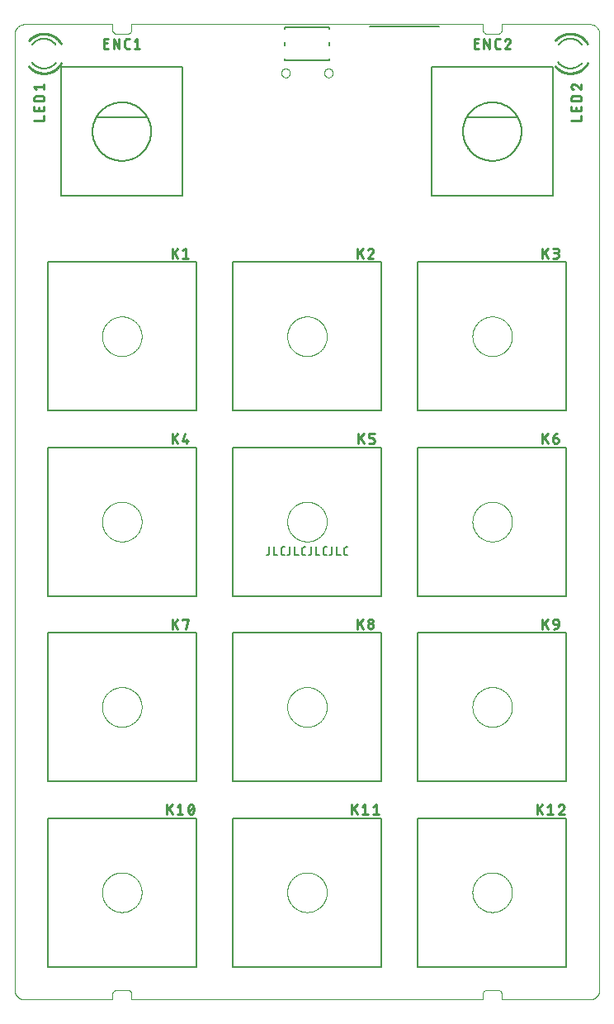
<source format=gto>
G04 EAGLE Gerber RS-274X export*
G75*
%MOMM*%
%FSLAX34Y34*%
%LPD*%
%INTop silk*%
%IPPOS*%
%AMOC8*
5,1,8,0,0,1.08239X$1,22.5*%
G01*
%ADD10C,0.000000*%
%ADD11C,0.203200*%
%ADD12C,0.127000*%
%ADD13C,0.254000*%
%ADD14C,0.152400*%


D10*
X590000Y1000000D02*
X500000Y1000000D01*
X500000Y995000D01*
X499998Y994860D01*
X499992Y994720D01*
X499982Y994580D01*
X499969Y994440D01*
X499951Y994301D01*
X499929Y994162D01*
X499904Y994025D01*
X499875Y993887D01*
X499842Y993751D01*
X499805Y993616D01*
X499764Y993482D01*
X499719Y993349D01*
X499671Y993217D01*
X499619Y993087D01*
X499564Y992958D01*
X499505Y992831D01*
X499442Y992705D01*
X499376Y992581D01*
X499307Y992460D01*
X499234Y992340D01*
X499157Y992222D01*
X499078Y992107D01*
X498995Y991993D01*
X498909Y991883D01*
X498820Y991774D01*
X498728Y991668D01*
X498633Y991565D01*
X498536Y991464D01*
X498435Y991367D01*
X498332Y991272D01*
X498226Y991180D01*
X498117Y991091D01*
X498007Y991005D01*
X497893Y990922D01*
X497778Y990843D01*
X497660Y990766D01*
X497540Y990693D01*
X497419Y990624D01*
X497295Y990558D01*
X497169Y990495D01*
X497042Y990436D01*
X496913Y990381D01*
X496783Y990329D01*
X496651Y990281D01*
X496518Y990236D01*
X496384Y990195D01*
X496249Y990158D01*
X496113Y990125D01*
X495975Y990096D01*
X495838Y990071D01*
X495699Y990049D01*
X495560Y990031D01*
X495420Y990018D01*
X495280Y990008D01*
X495140Y990002D01*
X495000Y990000D01*
X485000Y990000D01*
X484860Y990002D01*
X484720Y990008D01*
X484580Y990018D01*
X484440Y990031D01*
X484301Y990049D01*
X484162Y990071D01*
X484025Y990096D01*
X483887Y990125D01*
X483751Y990158D01*
X483616Y990195D01*
X483482Y990236D01*
X483349Y990281D01*
X483217Y990329D01*
X483087Y990381D01*
X482958Y990436D01*
X482831Y990495D01*
X482705Y990558D01*
X482581Y990624D01*
X482460Y990693D01*
X482340Y990766D01*
X482222Y990843D01*
X482107Y990922D01*
X481993Y991005D01*
X481883Y991091D01*
X481774Y991180D01*
X481668Y991272D01*
X481565Y991367D01*
X481464Y991464D01*
X481367Y991565D01*
X481272Y991668D01*
X481180Y991774D01*
X481091Y991883D01*
X481005Y991993D01*
X480922Y992107D01*
X480843Y992222D01*
X480766Y992340D01*
X480693Y992460D01*
X480624Y992581D01*
X480558Y992705D01*
X480495Y992831D01*
X480436Y992958D01*
X480381Y993087D01*
X480329Y993217D01*
X480281Y993349D01*
X480236Y993482D01*
X480195Y993616D01*
X480158Y993751D01*
X480125Y993887D01*
X480096Y994025D01*
X480071Y994162D01*
X480049Y994301D01*
X480031Y994440D01*
X480018Y994580D01*
X480008Y994720D01*
X480002Y994860D01*
X480000Y995000D01*
X480000Y1000000D01*
X120000Y1000000D01*
X120000Y995000D01*
X119998Y994860D01*
X119992Y994720D01*
X119982Y994580D01*
X119969Y994440D01*
X119951Y994301D01*
X119929Y994162D01*
X119904Y994025D01*
X119875Y993887D01*
X119842Y993751D01*
X119805Y993616D01*
X119764Y993482D01*
X119719Y993349D01*
X119671Y993217D01*
X119619Y993087D01*
X119564Y992958D01*
X119505Y992831D01*
X119442Y992705D01*
X119376Y992581D01*
X119307Y992460D01*
X119234Y992340D01*
X119157Y992222D01*
X119078Y992107D01*
X118995Y991993D01*
X118909Y991883D01*
X118820Y991774D01*
X118728Y991668D01*
X118633Y991565D01*
X118536Y991464D01*
X118435Y991367D01*
X118332Y991272D01*
X118226Y991180D01*
X118117Y991091D01*
X118007Y991005D01*
X117893Y990922D01*
X117778Y990843D01*
X117660Y990766D01*
X117540Y990693D01*
X117419Y990624D01*
X117295Y990558D01*
X117169Y990495D01*
X117042Y990436D01*
X116913Y990381D01*
X116783Y990329D01*
X116651Y990281D01*
X116518Y990236D01*
X116384Y990195D01*
X116249Y990158D01*
X116113Y990125D01*
X115975Y990096D01*
X115838Y990071D01*
X115699Y990049D01*
X115560Y990031D01*
X115420Y990018D01*
X115280Y990008D01*
X115140Y990002D01*
X115000Y990000D01*
X105000Y990000D01*
X104860Y990002D01*
X104720Y990008D01*
X104580Y990018D01*
X104440Y990031D01*
X104301Y990049D01*
X104162Y990071D01*
X104025Y990096D01*
X103887Y990125D01*
X103751Y990158D01*
X103616Y990195D01*
X103482Y990236D01*
X103349Y990281D01*
X103217Y990329D01*
X103087Y990381D01*
X102958Y990436D01*
X102831Y990495D01*
X102705Y990558D01*
X102581Y990624D01*
X102460Y990693D01*
X102340Y990766D01*
X102222Y990843D01*
X102107Y990922D01*
X101993Y991005D01*
X101883Y991091D01*
X101774Y991180D01*
X101668Y991272D01*
X101565Y991367D01*
X101464Y991464D01*
X101367Y991565D01*
X101272Y991668D01*
X101180Y991774D01*
X101091Y991883D01*
X101005Y991993D01*
X100922Y992107D01*
X100843Y992222D01*
X100766Y992340D01*
X100693Y992460D01*
X100624Y992581D01*
X100558Y992705D01*
X100495Y992831D01*
X100436Y992958D01*
X100381Y993087D01*
X100329Y993217D01*
X100281Y993349D01*
X100236Y993482D01*
X100195Y993616D01*
X100158Y993751D01*
X100125Y993887D01*
X100096Y994025D01*
X100071Y994162D01*
X100049Y994301D01*
X100031Y994440D01*
X100018Y994580D01*
X100008Y994720D01*
X100002Y994860D01*
X100000Y995000D01*
X100000Y1000000D01*
X10000Y1000000D01*
X9758Y999997D01*
X9517Y999988D01*
X9276Y999974D01*
X9035Y999953D01*
X8795Y999927D01*
X8555Y999895D01*
X8316Y999857D01*
X8079Y999814D01*
X7842Y999764D01*
X7607Y999709D01*
X7373Y999649D01*
X7141Y999582D01*
X6910Y999511D01*
X6681Y999433D01*
X6454Y999350D01*
X6229Y999262D01*
X6006Y999168D01*
X5786Y999069D01*
X5568Y998964D01*
X5353Y998855D01*
X5140Y998740D01*
X4930Y998620D01*
X4724Y998495D01*
X4520Y998365D01*
X4319Y998230D01*
X4122Y998090D01*
X3928Y997946D01*
X3738Y997797D01*
X3552Y997643D01*
X3369Y997485D01*
X3190Y997323D01*
X3015Y997156D01*
X2844Y996985D01*
X2677Y996810D01*
X2515Y996631D01*
X2357Y996448D01*
X2203Y996262D01*
X2054Y996072D01*
X1910Y995878D01*
X1770Y995681D01*
X1635Y995480D01*
X1505Y995276D01*
X1380Y995070D01*
X1260Y994860D01*
X1145Y994647D01*
X1036Y994432D01*
X931Y994214D01*
X832Y993994D01*
X738Y993771D01*
X650Y993546D01*
X567Y993319D01*
X489Y993090D01*
X418Y992859D01*
X351Y992627D01*
X291Y992393D01*
X236Y992158D01*
X186Y991921D01*
X143Y991684D01*
X105Y991445D01*
X73Y991205D01*
X47Y990965D01*
X26Y990724D01*
X12Y990483D01*
X3Y990242D01*
X0Y990000D01*
X0Y10000D01*
X3Y9758D01*
X12Y9517D01*
X26Y9276D01*
X47Y9035D01*
X73Y8795D01*
X105Y8555D01*
X143Y8316D01*
X186Y8079D01*
X236Y7842D01*
X291Y7607D01*
X351Y7373D01*
X418Y7141D01*
X489Y6910D01*
X567Y6681D01*
X650Y6454D01*
X738Y6229D01*
X832Y6006D01*
X931Y5786D01*
X1036Y5568D01*
X1145Y5353D01*
X1260Y5140D01*
X1380Y4930D01*
X1505Y4724D01*
X1635Y4520D01*
X1770Y4319D01*
X1910Y4122D01*
X2054Y3928D01*
X2203Y3738D01*
X2357Y3552D01*
X2515Y3369D01*
X2677Y3190D01*
X2844Y3015D01*
X3015Y2844D01*
X3190Y2677D01*
X3369Y2515D01*
X3552Y2357D01*
X3738Y2203D01*
X3928Y2054D01*
X4122Y1910D01*
X4319Y1770D01*
X4520Y1635D01*
X4724Y1505D01*
X4930Y1380D01*
X5140Y1260D01*
X5353Y1145D01*
X5568Y1036D01*
X5786Y931D01*
X6006Y832D01*
X6229Y738D01*
X6454Y650D01*
X6681Y567D01*
X6910Y489D01*
X7141Y418D01*
X7373Y351D01*
X7607Y291D01*
X7842Y236D01*
X8079Y186D01*
X8316Y143D01*
X8555Y105D01*
X8795Y73D01*
X9035Y47D01*
X9276Y26D01*
X9517Y12D01*
X9758Y3D01*
X10000Y0D01*
X100000Y0D01*
X100000Y5000D01*
X100002Y5140D01*
X100008Y5280D01*
X100018Y5420D01*
X100031Y5560D01*
X100049Y5699D01*
X100071Y5838D01*
X100096Y5975D01*
X100125Y6113D01*
X100158Y6249D01*
X100195Y6384D01*
X100236Y6518D01*
X100281Y6651D01*
X100329Y6783D01*
X100381Y6913D01*
X100436Y7042D01*
X100495Y7169D01*
X100558Y7295D01*
X100624Y7419D01*
X100693Y7540D01*
X100766Y7660D01*
X100843Y7778D01*
X100922Y7893D01*
X101005Y8007D01*
X101091Y8117D01*
X101180Y8226D01*
X101272Y8332D01*
X101367Y8435D01*
X101464Y8536D01*
X101565Y8633D01*
X101668Y8728D01*
X101774Y8820D01*
X101883Y8909D01*
X101993Y8995D01*
X102107Y9078D01*
X102222Y9157D01*
X102340Y9234D01*
X102460Y9307D01*
X102581Y9376D01*
X102705Y9442D01*
X102831Y9505D01*
X102958Y9564D01*
X103087Y9619D01*
X103217Y9671D01*
X103349Y9719D01*
X103482Y9764D01*
X103616Y9805D01*
X103751Y9842D01*
X103887Y9875D01*
X104025Y9904D01*
X104162Y9929D01*
X104301Y9951D01*
X104440Y9969D01*
X104580Y9982D01*
X104720Y9992D01*
X104860Y9998D01*
X105000Y10000D01*
X115000Y10000D01*
X115140Y9998D01*
X115280Y9992D01*
X115420Y9982D01*
X115560Y9969D01*
X115699Y9951D01*
X115838Y9929D01*
X115975Y9904D01*
X116113Y9875D01*
X116249Y9842D01*
X116384Y9805D01*
X116518Y9764D01*
X116651Y9719D01*
X116783Y9671D01*
X116913Y9619D01*
X117042Y9564D01*
X117169Y9505D01*
X117295Y9442D01*
X117419Y9376D01*
X117540Y9307D01*
X117660Y9234D01*
X117778Y9157D01*
X117893Y9078D01*
X118007Y8995D01*
X118117Y8909D01*
X118226Y8820D01*
X118332Y8728D01*
X118435Y8633D01*
X118536Y8536D01*
X118633Y8435D01*
X118728Y8332D01*
X118820Y8226D01*
X118909Y8117D01*
X118995Y8007D01*
X119078Y7893D01*
X119157Y7778D01*
X119234Y7660D01*
X119307Y7540D01*
X119376Y7419D01*
X119442Y7295D01*
X119505Y7169D01*
X119564Y7042D01*
X119619Y6913D01*
X119671Y6783D01*
X119719Y6651D01*
X119764Y6518D01*
X119805Y6384D01*
X119842Y6249D01*
X119875Y6113D01*
X119904Y5975D01*
X119929Y5838D01*
X119951Y5699D01*
X119969Y5560D01*
X119982Y5420D01*
X119992Y5280D01*
X119998Y5140D01*
X120000Y5000D01*
X120000Y0D01*
X480000Y0D01*
X480000Y5000D01*
X480002Y5140D01*
X480008Y5280D01*
X480018Y5420D01*
X480031Y5560D01*
X480049Y5699D01*
X480071Y5838D01*
X480096Y5975D01*
X480125Y6113D01*
X480158Y6249D01*
X480195Y6384D01*
X480236Y6518D01*
X480281Y6651D01*
X480329Y6783D01*
X480381Y6913D01*
X480436Y7042D01*
X480495Y7169D01*
X480558Y7295D01*
X480624Y7419D01*
X480693Y7540D01*
X480766Y7660D01*
X480843Y7778D01*
X480922Y7893D01*
X481005Y8007D01*
X481091Y8117D01*
X481180Y8226D01*
X481272Y8332D01*
X481367Y8435D01*
X481464Y8536D01*
X481565Y8633D01*
X481668Y8728D01*
X481774Y8820D01*
X481883Y8909D01*
X481993Y8995D01*
X482107Y9078D01*
X482222Y9157D01*
X482340Y9234D01*
X482460Y9307D01*
X482581Y9376D01*
X482705Y9442D01*
X482831Y9505D01*
X482958Y9564D01*
X483087Y9619D01*
X483217Y9671D01*
X483349Y9719D01*
X483482Y9764D01*
X483616Y9805D01*
X483751Y9842D01*
X483887Y9875D01*
X484025Y9904D01*
X484162Y9929D01*
X484301Y9951D01*
X484440Y9969D01*
X484580Y9982D01*
X484720Y9992D01*
X484860Y9998D01*
X485000Y10000D01*
X495000Y10000D01*
X495140Y9998D01*
X495280Y9992D01*
X495420Y9982D01*
X495560Y9969D01*
X495699Y9951D01*
X495838Y9929D01*
X495975Y9904D01*
X496113Y9875D01*
X496249Y9842D01*
X496384Y9805D01*
X496518Y9764D01*
X496651Y9719D01*
X496783Y9671D01*
X496913Y9619D01*
X497042Y9564D01*
X497169Y9505D01*
X497295Y9442D01*
X497419Y9376D01*
X497540Y9307D01*
X497660Y9234D01*
X497778Y9157D01*
X497893Y9078D01*
X498007Y8995D01*
X498117Y8909D01*
X498226Y8820D01*
X498332Y8728D01*
X498435Y8633D01*
X498536Y8536D01*
X498633Y8435D01*
X498728Y8332D01*
X498820Y8226D01*
X498909Y8117D01*
X498995Y8007D01*
X499078Y7893D01*
X499157Y7778D01*
X499234Y7660D01*
X499307Y7540D01*
X499376Y7419D01*
X499442Y7295D01*
X499505Y7169D01*
X499564Y7042D01*
X499619Y6913D01*
X499671Y6783D01*
X499719Y6651D01*
X499764Y6518D01*
X499805Y6384D01*
X499842Y6249D01*
X499875Y6113D01*
X499904Y5975D01*
X499929Y5838D01*
X499951Y5699D01*
X499969Y5560D01*
X499982Y5420D01*
X499992Y5280D01*
X499998Y5140D01*
X500000Y5000D01*
X500000Y0D01*
X590000Y0D01*
X590242Y3D01*
X590483Y12D01*
X590724Y26D01*
X590965Y47D01*
X591205Y73D01*
X591445Y105D01*
X591684Y143D01*
X591921Y186D01*
X592158Y236D01*
X592393Y291D01*
X592627Y351D01*
X592859Y418D01*
X593090Y489D01*
X593319Y567D01*
X593546Y650D01*
X593771Y738D01*
X593994Y832D01*
X594214Y931D01*
X594432Y1036D01*
X594647Y1145D01*
X594860Y1260D01*
X595070Y1380D01*
X595276Y1505D01*
X595480Y1635D01*
X595681Y1770D01*
X595878Y1910D01*
X596072Y2054D01*
X596262Y2203D01*
X596448Y2357D01*
X596631Y2515D01*
X596810Y2677D01*
X596985Y2844D01*
X597156Y3015D01*
X597323Y3190D01*
X597485Y3369D01*
X597643Y3552D01*
X597797Y3738D01*
X597946Y3928D01*
X598090Y4122D01*
X598230Y4319D01*
X598365Y4520D01*
X598495Y4724D01*
X598620Y4930D01*
X598740Y5140D01*
X598855Y5353D01*
X598964Y5568D01*
X599069Y5786D01*
X599168Y6006D01*
X599262Y6229D01*
X599350Y6454D01*
X599433Y6681D01*
X599511Y6910D01*
X599582Y7141D01*
X599649Y7373D01*
X599709Y7607D01*
X599764Y7842D01*
X599814Y8079D01*
X599857Y8316D01*
X599895Y8555D01*
X599927Y8795D01*
X599953Y9035D01*
X599974Y9276D01*
X599988Y9517D01*
X599997Y9758D01*
X600000Y10000D01*
X600000Y990000D01*
X599997Y990242D01*
X599988Y990483D01*
X599974Y990724D01*
X599953Y990965D01*
X599927Y991205D01*
X599895Y991445D01*
X599857Y991684D01*
X599814Y991921D01*
X599764Y992158D01*
X599709Y992393D01*
X599649Y992627D01*
X599582Y992859D01*
X599511Y993090D01*
X599433Y993319D01*
X599350Y993546D01*
X599262Y993771D01*
X599168Y993994D01*
X599069Y994214D01*
X598964Y994432D01*
X598855Y994647D01*
X598740Y994860D01*
X598620Y995070D01*
X598495Y995276D01*
X598365Y995480D01*
X598230Y995681D01*
X598090Y995878D01*
X597946Y996072D01*
X597797Y996262D01*
X597643Y996448D01*
X597485Y996631D01*
X597323Y996810D01*
X597156Y996985D01*
X596985Y997156D01*
X596810Y997323D01*
X596631Y997485D01*
X596448Y997643D01*
X596262Y997797D01*
X596072Y997946D01*
X595878Y998090D01*
X595681Y998230D01*
X595480Y998365D01*
X595276Y998495D01*
X595070Y998620D01*
X594860Y998740D01*
X594647Y998855D01*
X594432Y998964D01*
X594214Y999069D01*
X593994Y999168D01*
X593771Y999262D01*
X593546Y999350D01*
X593319Y999433D01*
X593090Y999511D01*
X592859Y999582D01*
X592627Y999649D01*
X592393Y999709D01*
X592158Y999764D01*
X591921Y999814D01*
X591684Y999857D01*
X591445Y999895D01*
X591205Y999927D01*
X590965Y999953D01*
X590724Y999974D01*
X590483Y999988D01*
X590242Y999997D01*
X590000Y1000000D01*
D11*
X260876Y463984D02*
X260876Y457787D01*
X260877Y457787D02*
X260875Y457705D01*
X260869Y457624D01*
X260860Y457542D01*
X260847Y457462D01*
X260830Y457382D01*
X260809Y457302D01*
X260785Y457224D01*
X260757Y457147D01*
X260726Y457072D01*
X260691Y456998D01*
X260653Y456925D01*
X260612Y456855D01*
X260567Y456786D01*
X260519Y456720D01*
X260468Y456656D01*
X260415Y456594D01*
X260358Y456535D01*
X260299Y456478D01*
X260237Y456424D01*
X260173Y456374D01*
X260107Y456326D01*
X260038Y456281D01*
X259968Y456240D01*
X259895Y456202D01*
X259821Y456167D01*
X259746Y456136D01*
X259669Y456108D01*
X259591Y456084D01*
X259511Y456063D01*
X259431Y456046D01*
X259351Y456033D01*
X259269Y456024D01*
X259188Y456018D01*
X259106Y456016D01*
X258220Y456016D01*
X266016Y456016D02*
X266016Y463984D01*
X266016Y456016D02*
X269558Y456016D01*
X275209Y456016D02*
X276980Y456016D01*
X275209Y456016D02*
X275127Y456018D01*
X275046Y456024D01*
X274964Y456033D01*
X274884Y456046D01*
X274804Y456063D01*
X274724Y456084D01*
X274646Y456108D01*
X274569Y456136D01*
X274494Y456167D01*
X274420Y456202D01*
X274347Y456240D01*
X274277Y456281D01*
X274208Y456326D01*
X274142Y456374D01*
X274078Y456425D01*
X274016Y456478D01*
X273957Y456535D01*
X273900Y456594D01*
X273847Y456656D01*
X273796Y456720D01*
X273748Y456786D01*
X273703Y456855D01*
X273662Y456925D01*
X273624Y456998D01*
X273589Y457072D01*
X273558Y457147D01*
X273530Y457224D01*
X273506Y457302D01*
X273485Y457382D01*
X273468Y457462D01*
X273455Y457542D01*
X273446Y457624D01*
X273440Y457705D01*
X273438Y457787D01*
X273439Y457787D02*
X273439Y462213D01*
X273438Y462213D02*
X273440Y462295D01*
X273446Y462376D01*
X273455Y462458D01*
X273468Y462538D01*
X273485Y462618D01*
X273506Y462698D01*
X273530Y462776D01*
X273558Y462853D01*
X273589Y462928D01*
X273624Y463002D01*
X273662Y463075D01*
X273703Y463145D01*
X273748Y463214D01*
X273796Y463280D01*
X273847Y463344D01*
X273900Y463406D01*
X273957Y463465D01*
X274016Y463522D01*
X274078Y463575D01*
X274142Y463626D01*
X274208Y463674D01*
X274277Y463719D01*
X274347Y463760D01*
X274420Y463798D01*
X274494Y463833D01*
X274569Y463864D01*
X274646Y463892D01*
X274724Y463916D01*
X274804Y463937D01*
X274884Y463954D01*
X274964Y463967D01*
X275046Y463976D01*
X275127Y463982D01*
X275209Y463984D01*
X276980Y463984D01*
X282476Y463984D02*
X282476Y457787D01*
X282477Y457787D02*
X282475Y457705D01*
X282469Y457624D01*
X282460Y457542D01*
X282447Y457462D01*
X282430Y457382D01*
X282409Y457302D01*
X282385Y457224D01*
X282357Y457147D01*
X282326Y457072D01*
X282291Y456998D01*
X282253Y456925D01*
X282212Y456855D01*
X282167Y456786D01*
X282119Y456720D01*
X282068Y456656D01*
X282015Y456594D01*
X281958Y456535D01*
X281899Y456478D01*
X281837Y456424D01*
X281773Y456374D01*
X281707Y456326D01*
X281638Y456281D01*
X281568Y456240D01*
X281495Y456202D01*
X281421Y456167D01*
X281346Y456136D01*
X281269Y456108D01*
X281191Y456084D01*
X281111Y456063D01*
X281031Y456046D01*
X280951Y456033D01*
X280869Y456024D01*
X280788Y456018D01*
X280706Y456016D01*
X279820Y456016D01*
X287616Y456016D02*
X287616Y463984D01*
X287616Y456016D02*
X291158Y456016D01*
X296809Y456016D02*
X298580Y456016D01*
X296809Y456016D02*
X296727Y456018D01*
X296646Y456024D01*
X296564Y456033D01*
X296484Y456046D01*
X296404Y456063D01*
X296324Y456084D01*
X296246Y456108D01*
X296169Y456136D01*
X296094Y456167D01*
X296020Y456202D01*
X295947Y456240D01*
X295877Y456281D01*
X295808Y456326D01*
X295742Y456374D01*
X295678Y456425D01*
X295616Y456478D01*
X295557Y456535D01*
X295500Y456594D01*
X295447Y456656D01*
X295396Y456720D01*
X295348Y456786D01*
X295303Y456855D01*
X295262Y456925D01*
X295224Y456998D01*
X295189Y457072D01*
X295158Y457147D01*
X295130Y457224D01*
X295106Y457302D01*
X295085Y457382D01*
X295068Y457462D01*
X295055Y457542D01*
X295046Y457624D01*
X295040Y457705D01*
X295038Y457787D01*
X295039Y457787D02*
X295039Y462213D01*
X295038Y462213D02*
X295040Y462295D01*
X295046Y462376D01*
X295055Y462458D01*
X295068Y462538D01*
X295085Y462618D01*
X295106Y462698D01*
X295130Y462776D01*
X295158Y462853D01*
X295189Y462928D01*
X295224Y463002D01*
X295262Y463075D01*
X295303Y463145D01*
X295348Y463214D01*
X295396Y463280D01*
X295447Y463344D01*
X295500Y463406D01*
X295557Y463465D01*
X295616Y463522D01*
X295678Y463575D01*
X295742Y463626D01*
X295808Y463674D01*
X295877Y463719D01*
X295947Y463760D01*
X296020Y463798D01*
X296094Y463833D01*
X296169Y463864D01*
X296246Y463892D01*
X296324Y463916D01*
X296404Y463937D01*
X296484Y463954D01*
X296564Y463967D01*
X296646Y463976D01*
X296727Y463982D01*
X296809Y463984D01*
X298580Y463984D01*
X304076Y463984D02*
X304076Y457787D01*
X304077Y457787D02*
X304075Y457705D01*
X304069Y457624D01*
X304060Y457542D01*
X304047Y457462D01*
X304030Y457382D01*
X304009Y457302D01*
X303985Y457224D01*
X303957Y457147D01*
X303926Y457072D01*
X303891Y456998D01*
X303853Y456925D01*
X303812Y456855D01*
X303767Y456786D01*
X303719Y456720D01*
X303668Y456656D01*
X303615Y456594D01*
X303558Y456535D01*
X303499Y456478D01*
X303437Y456424D01*
X303373Y456374D01*
X303307Y456326D01*
X303238Y456281D01*
X303168Y456240D01*
X303095Y456202D01*
X303021Y456167D01*
X302946Y456136D01*
X302869Y456108D01*
X302791Y456084D01*
X302711Y456063D01*
X302631Y456046D01*
X302551Y456033D01*
X302469Y456024D01*
X302388Y456018D01*
X302306Y456016D01*
X301420Y456016D01*
X309216Y456016D02*
X309216Y463984D01*
X309216Y456016D02*
X312758Y456016D01*
X318409Y456016D02*
X320180Y456016D01*
X318409Y456016D02*
X318327Y456018D01*
X318246Y456024D01*
X318164Y456033D01*
X318084Y456046D01*
X318004Y456063D01*
X317924Y456084D01*
X317846Y456108D01*
X317769Y456136D01*
X317694Y456167D01*
X317620Y456202D01*
X317547Y456240D01*
X317477Y456281D01*
X317408Y456326D01*
X317342Y456374D01*
X317278Y456425D01*
X317216Y456478D01*
X317157Y456535D01*
X317100Y456594D01*
X317047Y456656D01*
X316996Y456720D01*
X316948Y456786D01*
X316903Y456855D01*
X316862Y456925D01*
X316824Y456998D01*
X316789Y457072D01*
X316758Y457147D01*
X316730Y457224D01*
X316706Y457302D01*
X316685Y457382D01*
X316668Y457462D01*
X316655Y457542D01*
X316646Y457624D01*
X316640Y457705D01*
X316638Y457787D01*
X316638Y462213D01*
X316640Y462295D01*
X316646Y462376D01*
X316655Y462458D01*
X316668Y462538D01*
X316685Y462618D01*
X316706Y462698D01*
X316730Y462776D01*
X316758Y462853D01*
X316789Y462928D01*
X316824Y463002D01*
X316862Y463075D01*
X316903Y463145D01*
X316948Y463214D01*
X316996Y463280D01*
X317047Y463344D01*
X317100Y463406D01*
X317157Y463465D01*
X317216Y463522D01*
X317278Y463575D01*
X317342Y463626D01*
X317408Y463674D01*
X317477Y463719D01*
X317547Y463760D01*
X317620Y463798D01*
X317694Y463833D01*
X317769Y463864D01*
X317846Y463892D01*
X317924Y463916D01*
X318004Y463937D01*
X318084Y463954D01*
X318164Y463967D01*
X318246Y463976D01*
X318327Y463982D01*
X318409Y463984D01*
X320180Y463984D01*
X325676Y463984D02*
X325676Y457787D01*
X325674Y457705D01*
X325668Y457624D01*
X325659Y457542D01*
X325646Y457462D01*
X325629Y457382D01*
X325608Y457302D01*
X325584Y457224D01*
X325556Y457147D01*
X325525Y457072D01*
X325490Y456998D01*
X325452Y456925D01*
X325411Y456855D01*
X325366Y456786D01*
X325318Y456720D01*
X325267Y456656D01*
X325214Y456594D01*
X325157Y456535D01*
X325098Y456478D01*
X325036Y456424D01*
X324972Y456374D01*
X324906Y456326D01*
X324837Y456281D01*
X324767Y456240D01*
X324694Y456202D01*
X324620Y456167D01*
X324545Y456136D01*
X324468Y456108D01*
X324390Y456084D01*
X324310Y456063D01*
X324230Y456046D01*
X324150Y456033D01*
X324068Y456024D01*
X323987Y456018D01*
X323905Y456016D01*
X323020Y456016D01*
X330816Y456016D02*
X330816Y463984D01*
X330816Y456016D02*
X334357Y456016D01*
X340009Y456016D02*
X341780Y456016D01*
X340009Y456016D02*
X339927Y456018D01*
X339846Y456024D01*
X339764Y456033D01*
X339684Y456046D01*
X339604Y456063D01*
X339524Y456084D01*
X339446Y456108D01*
X339369Y456136D01*
X339294Y456167D01*
X339220Y456202D01*
X339147Y456240D01*
X339077Y456281D01*
X339008Y456326D01*
X338942Y456374D01*
X338878Y456425D01*
X338816Y456478D01*
X338757Y456535D01*
X338700Y456594D01*
X338647Y456656D01*
X338596Y456720D01*
X338548Y456786D01*
X338503Y456855D01*
X338462Y456925D01*
X338424Y456998D01*
X338389Y457072D01*
X338358Y457147D01*
X338330Y457224D01*
X338306Y457302D01*
X338285Y457382D01*
X338268Y457462D01*
X338255Y457542D01*
X338246Y457624D01*
X338240Y457705D01*
X338238Y457787D01*
X338238Y462213D01*
X338240Y462295D01*
X338246Y462376D01*
X338255Y462458D01*
X338268Y462538D01*
X338285Y462618D01*
X338306Y462698D01*
X338330Y462776D01*
X338358Y462853D01*
X338389Y462928D01*
X338424Y463002D01*
X338462Y463075D01*
X338503Y463145D01*
X338548Y463214D01*
X338596Y463280D01*
X338647Y463344D01*
X338700Y463406D01*
X338757Y463465D01*
X338816Y463522D01*
X338878Y463575D01*
X338942Y463626D01*
X339008Y463674D01*
X339077Y463719D01*
X339147Y463760D01*
X339220Y463798D01*
X339294Y463833D01*
X339369Y463864D01*
X339446Y463892D01*
X339524Y463916D01*
X339604Y463937D01*
X339684Y463954D01*
X339764Y463967D01*
X339846Y463976D01*
X339927Y463982D01*
X340009Y463984D01*
X341780Y463984D01*
D12*
X186200Y756200D02*
X33800Y756200D01*
X186200Y756200D02*
X186200Y603800D01*
X33800Y603800D01*
X33800Y756200D01*
D10*
X89680Y680000D02*
X89686Y680499D01*
X89704Y680997D01*
X89735Y681495D01*
X89778Y681992D01*
X89833Y682487D01*
X89900Y682982D01*
X89979Y683474D01*
X90070Y683964D01*
X90174Y684452D01*
X90289Y684937D01*
X90416Y685420D01*
X90555Y685899D01*
X90706Y686374D01*
X90868Y686846D01*
X91042Y687313D01*
X91227Y687776D01*
X91423Y688235D01*
X91631Y688688D01*
X91850Y689136D01*
X92079Y689579D01*
X92320Y690016D01*
X92571Y690447D01*
X92833Y690871D01*
X93105Y691289D01*
X93387Y691700D01*
X93679Y692105D01*
X93981Y692502D01*
X94292Y692891D01*
X94614Y693272D01*
X94944Y693646D01*
X95283Y694011D01*
X95632Y694368D01*
X95989Y694717D01*
X96354Y695056D01*
X96728Y695386D01*
X97109Y695708D01*
X97498Y696019D01*
X97895Y696321D01*
X98300Y696613D01*
X98711Y696895D01*
X99129Y697167D01*
X99553Y697429D01*
X99984Y697680D01*
X100421Y697921D01*
X100864Y698150D01*
X101312Y698369D01*
X101765Y698577D01*
X102224Y698773D01*
X102687Y698958D01*
X103154Y699132D01*
X103626Y699294D01*
X104101Y699445D01*
X104580Y699584D01*
X105063Y699711D01*
X105548Y699826D01*
X106036Y699930D01*
X106526Y700021D01*
X107018Y700100D01*
X107513Y700167D01*
X108008Y700222D01*
X108505Y700265D01*
X109003Y700296D01*
X109501Y700314D01*
X110000Y700320D01*
X110499Y700314D01*
X110997Y700296D01*
X111495Y700265D01*
X111992Y700222D01*
X112487Y700167D01*
X112982Y700100D01*
X113474Y700021D01*
X113964Y699930D01*
X114452Y699826D01*
X114937Y699711D01*
X115420Y699584D01*
X115899Y699445D01*
X116374Y699294D01*
X116846Y699132D01*
X117313Y698958D01*
X117776Y698773D01*
X118235Y698577D01*
X118688Y698369D01*
X119136Y698150D01*
X119579Y697921D01*
X120016Y697680D01*
X120447Y697429D01*
X120871Y697167D01*
X121289Y696895D01*
X121700Y696613D01*
X122105Y696321D01*
X122502Y696019D01*
X122891Y695708D01*
X123272Y695386D01*
X123646Y695056D01*
X124011Y694717D01*
X124368Y694368D01*
X124717Y694011D01*
X125056Y693646D01*
X125386Y693272D01*
X125708Y692891D01*
X126019Y692502D01*
X126321Y692105D01*
X126613Y691700D01*
X126895Y691289D01*
X127167Y690871D01*
X127429Y690447D01*
X127680Y690016D01*
X127921Y689579D01*
X128150Y689136D01*
X128369Y688688D01*
X128577Y688235D01*
X128773Y687776D01*
X128958Y687313D01*
X129132Y686846D01*
X129294Y686374D01*
X129445Y685899D01*
X129584Y685420D01*
X129711Y684937D01*
X129826Y684452D01*
X129930Y683964D01*
X130021Y683474D01*
X130100Y682982D01*
X130167Y682487D01*
X130222Y681992D01*
X130265Y681495D01*
X130296Y680997D01*
X130314Y680499D01*
X130320Y680000D01*
X130314Y679501D01*
X130296Y679003D01*
X130265Y678505D01*
X130222Y678008D01*
X130167Y677513D01*
X130100Y677018D01*
X130021Y676526D01*
X129930Y676036D01*
X129826Y675548D01*
X129711Y675063D01*
X129584Y674580D01*
X129445Y674101D01*
X129294Y673626D01*
X129132Y673154D01*
X128958Y672687D01*
X128773Y672224D01*
X128577Y671765D01*
X128369Y671312D01*
X128150Y670864D01*
X127921Y670421D01*
X127680Y669984D01*
X127429Y669553D01*
X127167Y669129D01*
X126895Y668711D01*
X126613Y668300D01*
X126321Y667895D01*
X126019Y667498D01*
X125708Y667109D01*
X125386Y666728D01*
X125056Y666354D01*
X124717Y665989D01*
X124368Y665632D01*
X124011Y665283D01*
X123646Y664944D01*
X123272Y664614D01*
X122891Y664292D01*
X122502Y663981D01*
X122105Y663679D01*
X121700Y663387D01*
X121289Y663105D01*
X120871Y662833D01*
X120447Y662571D01*
X120016Y662320D01*
X119579Y662079D01*
X119136Y661850D01*
X118688Y661631D01*
X118235Y661423D01*
X117776Y661227D01*
X117313Y661042D01*
X116846Y660868D01*
X116374Y660706D01*
X115899Y660555D01*
X115420Y660416D01*
X114937Y660289D01*
X114452Y660174D01*
X113964Y660070D01*
X113474Y659979D01*
X112982Y659900D01*
X112487Y659833D01*
X111992Y659778D01*
X111495Y659735D01*
X110997Y659704D01*
X110499Y659686D01*
X110000Y659680D01*
X109501Y659686D01*
X109003Y659704D01*
X108505Y659735D01*
X108008Y659778D01*
X107513Y659833D01*
X107018Y659900D01*
X106526Y659979D01*
X106036Y660070D01*
X105548Y660174D01*
X105063Y660289D01*
X104580Y660416D01*
X104101Y660555D01*
X103626Y660706D01*
X103154Y660868D01*
X102687Y661042D01*
X102224Y661227D01*
X101765Y661423D01*
X101312Y661631D01*
X100864Y661850D01*
X100421Y662079D01*
X99984Y662320D01*
X99553Y662571D01*
X99129Y662833D01*
X98711Y663105D01*
X98300Y663387D01*
X97895Y663679D01*
X97498Y663981D01*
X97109Y664292D01*
X96728Y664614D01*
X96354Y664944D01*
X95989Y665283D01*
X95632Y665632D01*
X95283Y665989D01*
X94944Y666354D01*
X94614Y666728D01*
X94292Y667109D01*
X93981Y667498D01*
X93679Y667895D01*
X93387Y668300D01*
X93105Y668711D01*
X92833Y669129D01*
X92571Y669553D01*
X92320Y669984D01*
X92079Y670421D01*
X91850Y670864D01*
X91631Y671312D01*
X91423Y671765D01*
X91227Y672224D01*
X91042Y672687D01*
X90868Y673154D01*
X90706Y673626D01*
X90555Y674101D01*
X90416Y674580D01*
X90289Y675063D01*
X90174Y675548D01*
X90070Y676036D01*
X89979Y676526D01*
X89900Y677018D01*
X89833Y677513D01*
X89778Y678008D01*
X89735Y678505D01*
X89704Y679003D01*
X89686Y679501D01*
X89680Y680000D01*
D13*
X161601Y760120D02*
X161601Y770280D01*
X167246Y770280D02*
X161601Y764071D01*
X163859Y766329D02*
X167246Y760120D01*
X172354Y768022D02*
X175176Y770280D01*
X175176Y760120D01*
X172354Y760120D02*
X177999Y760120D01*
D12*
X223800Y756200D02*
X376200Y756200D01*
X376200Y603800D01*
X223800Y603800D01*
X223800Y756200D01*
D10*
X279680Y680000D02*
X279686Y680499D01*
X279704Y680997D01*
X279735Y681495D01*
X279778Y681992D01*
X279833Y682487D01*
X279900Y682982D01*
X279979Y683474D01*
X280070Y683964D01*
X280174Y684452D01*
X280289Y684937D01*
X280416Y685420D01*
X280555Y685899D01*
X280706Y686374D01*
X280868Y686846D01*
X281042Y687313D01*
X281227Y687776D01*
X281423Y688235D01*
X281631Y688688D01*
X281850Y689136D01*
X282079Y689579D01*
X282320Y690016D01*
X282571Y690447D01*
X282833Y690871D01*
X283105Y691289D01*
X283387Y691700D01*
X283679Y692105D01*
X283981Y692502D01*
X284292Y692891D01*
X284614Y693272D01*
X284944Y693646D01*
X285283Y694011D01*
X285632Y694368D01*
X285989Y694717D01*
X286354Y695056D01*
X286728Y695386D01*
X287109Y695708D01*
X287498Y696019D01*
X287895Y696321D01*
X288300Y696613D01*
X288711Y696895D01*
X289129Y697167D01*
X289553Y697429D01*
X289984Y697680D01*
X290421Y697921D01*
X290864Y698150D01*
X291312Y698369D01*
X291765Y698577D01*
X292224Y698773D01*
X292687Y698958D01*
X293154Y699132D01*
X293626Y699294D01*
X294101Y699445D01*
X294580Y699584D01*
X295063Y699711D01*
X295548Y699826D01*
X296036Y699930D01*
X296526Y700021D01*
X297018Y700100D01*
X297513Y700167D01*
X298008Y700222D01*
X298505Y700265D01*
X299003Y700296D01*
X299501Y700314D01*
X300000Y700320D01*
X300499Y700314D01*
X300997Y700296D01*
X301495Y700265D01*
X301992Y700222D01*
X302487Y700167D01*
X302982Y700100D01*
X303474Y700021D01*
X303964Y699930D01*
X304452Y699826D01*
X304937Y699711D01*
X305420Y699584D01*
X305899Y699445D01*
X306374Y699294D01*
X306846Y699132D01*
X307313Y698958D01*
X307776Y698773D01*
X308235Y698577D01*
X308688Y698369D01*
X309136Y698150D01*
X309579Y697921D01*
X310016Y697680D01*
X310447Y697429D01*
X310871Y697167D01*
X311289Y696895D01*
X311700Y696613D01*
X312105Y696321D01*
X312502Y696019D01*
X312891Y695708D01*
X313272Y695386D01*
X313646Y695056D01*
X314011Y694717D01*
X314368Y694368D01*
X314717Y694011D01*
X315056Y693646D01*
X315386Y693272D01*
X315708Y692891D01*
X316019Y692502D01*
X316321Y692105D01*
X316613Y691700D01*
X316895Y691289D01*
X317167Y690871D01*
X317429Y690447D01*
X317680Y690016D01*
X317921Y689579D01*
X318150Y689136D01*
X318369Y688688D01*
X318577Y688235D01*
X318773Y687776D01*
X318958Y687313D01*
X319132Y686846D01*
X319294Y686374D01*
X319445Y685899D01*
X319584Y685420D01*
X319711Y684937D01*
X319826Y684452D01*
X319930Y683964D01*
X320021Y683474D01*
X320100Y682982D01*
X320167Y682487D01*
X320222Y681992D01*
X320265Y681495D01*
X320296Y680997D01*
X320314Y680499D01*
X320320Y680000D01*
X320314Y679501D01*
X320296Y679003D01*
X320265Y678505D01*
X320222Y678008D01*
X320167Y677513D01*
X320100Y677018D01*
X320021Y676526D01*
X319930Y676036D01*
X319826Y675548D01*
X319711Y675063D01*
X319584Y674580D01*
X319445Y674101D01*
X319294Y673626D01*
X319132Y673154D01*
X318958Y672687D01*
X318773Y672224D01*
X318577Y671765D01*
X318369Y671312D01*
X318150Y670864D01*
X317921Y670421D01*
X317680Y669984D01*
X317429Y669553D01*
X317167Y669129D01*
X316895Y668711D01*
X316613Y668300D01*
X316321Y667895D01*
X316019Y667498D01*
X315708Y667109D01*
X315386Y666728D01*
X315056Y666354D01*
X314717Y665989D01*
X314368Y665632D01*
X314011Y665283D01*
X313646Y664944D01*
X313272Y664614D01*
X312891Y664292D01*
X312502Y663981D01*
X312105Y663679D01*
X311700Y663387D01*
X311289Y663105D01*
X310871Y662833D01*
X310447Y662571D01*
X310016Y662320D01*
X309579Y662079D01*
X309136Y661850D01*
X308688Y661631D01*
X308235Y661423D01*
X307776Y661227D01*
X307313Y661042D01*
X306846Y660868D01*
X306374Y660706D01*
X305899Y660555D01*
X305420Y660416D01*
X304937Y660289D01*
X304452Y660174D01*
X303964Y660070D01*
X303474Y659979D01*
X302982Y659900D01*
X302487Y659833D01*
X301992Y659778D01*
X301495Y659735D01*
X300997Y659704D01*
X300499Y659686D01*
X300000Y659680D01*
X299501Y659686D01*
X299003Y659704D01*
X298505Y659735D01*
X298008Y659778D01*
X297513Y659833D01*
X297018Y659900D01*
X296526Y659979D01*
X296036Y660070D01*
X295548Y660174D01*
X295063Y660289D01*
X294580Y660416D01*
X294101Y660555D01*
X293626Y660706D01*
X293154Y660868D01*
X292687Y661042D01*
X292224Y661227D01*
X291765Y661423D01*
X291312Y661631D01*
X290864Y661850D01*
X290421Y662079D01*
X289984Y662320D01*
X289553Y662571D01*
X289129Y662833D01*
X288711Y663105D01*
X288300Y663387D01*
X287895Y663679D01*
X287498Y663981D01*
X287109Y664292D01*
X286728Y664614D01*
X286354Y664944D01*
X285989Y665283D01*
X285632Y665632D01*
X285283Y665989D01*
X284944Y666354D01*
X284614Y666728D01*
X284292Y667109D01*
X283981Y667498D01*
X283679Y667895D01*
X283387Y668300D01*
X283105Y668711D01*
X282833Y669129D01*
X282571Y669553D01*
X282320Y669984D01*
X282079Y670421D01*
X281850Y670864D01*
X281631Y671312D01*
X281423Y671765D01*
X281227Y672224D01*
X281042Y672687D01*
X280868Y673154D01*
X280706Y673626D01*
X280555Y674101D01*
X280416Y674580D01*
X280289Y675063D01*
X280174Y675548D01*
X280070Y676036D01*
X279979Y676526D01*
X279900Y677018D01*
X279833Y677513D01*
X279778Y678008D01*
X279735Y678505D01*
X279704Y679003D01*
X279686Y679501D01*
X279680Y680000D01*
D13*
X351601Y760120D02*
X351601Y770280D01*
X357246Y770280D02*
X351601Y764071D01*
X353859Y766329D02*
X357246Y760120D01*
X365459Y770280D02*
X365559Y770278D01*
X365658Y770272D01*
X365758Y770262D01*
X365856Y770249D01*
X365955Y770231D01*
X366052Y770210D01*
X366148Y770185D01*
X366244Y770156D01*
X366338Y770123D01*
X366431Y770087D01*
X366522Y770047D01*
X366612Y770003D01*
X366700Y769956D01*
X366786Y769906D01*
X366870Y769852D01*
X366952Y769795D01*
X367031Y769735D01*
X367109Y769671D01*
X367183Y769605D01*
X367255Y769536D01*
X367324Y769464D01*
X367390Y769390D01*
X367454Y769312D01*
X367514Y769233D01*
X367571Y769151D01*
X367625Y769067D01*
X367675Y768981D01*
X367722Y768893D01*
X367766Y768803D01*
X367806Y768712D01*
X367842Y768619D01*
X367875Y768525D01*
X367904Y768429D01*
X367929Y768333D01*
X367950Y768236D01*
X367968Y768137D01*
X367981Y768039D01*
X367991Y767939D01*
X367997Y767840D01*
X367999Y767740D01*
X365459Y770280D02*
X365348Y770278D01*
X365237Y770272D01*
X365127Y770263D01*
X365017Y770250D01*
X364907Y770233D01*
X364798Y770212D01*
X364690Y770188D01*
X364583Y770160D01*
X364476Y770129D01*
X364371Y770093D01*
X364267Y770055D01*
X364165Y770012D01*
X364064Y769967D01*
X363964Y769917D01*
X363867Y769865D01*
X363771Y769809D01*
X363677Y769750D01*
X363585Y769688D01*
X363495Y769623D01*
X363408Y769555D01*
X363323Y769483D01*
X363240Y769409D01*
X363160Y769333D01*
X363083Y769253D01*
X363008Y769171D01*
X362936Y769087D01*
X362867Y769000D01*
X362802Y768911D01*
X362739Y768819D01*
X362679Y768726D01*
X362623Y768630D01*
X362569Y768533D01*
X362520Y768434D01*
X362473Y768333D01*
X362430Y768231D01*
X362391Y768127D01*
X362355Y768022D01*
X367151Y765765D02*
X367223Y765835D01*
X367292Y765908D01*
X367358Y765984D01*
X367421Y766062D01*
X367481Y766142D01*
X367538Y766225D01*
X367593Y766309D01*
X367644Y766396D01*
X367692Y766484D01*
X367736Y766574D01*
X367777Y766665D01*
X367815Y766758D01*
X367850Y766853D01*
X367881Y766948D01*
X367908Y767045D01*
X367932Y767142D01*
X367952Y767241D01*
X367968Y767340D01*
X367981Y767439D01*
X367991Y767539D01*
X367996Y767640D01*
X367998Y767740D01*
X367152Y765764D02*
X362354Y760120D01*
X367999Y760120D01*
D12*
X413800Y756200D02*
X566200Y756200D01*
X566200Y603800D01*
X413800Y603800D01*
X413800Y756200D01*
D10*
X469680Y680000D02*
X469686Y680499D01*
X469704Y680997D01*
X469735Y681495D01*
X469778Y681992D01*
X469833Y682487D01*
X469900Y682982D01*
X469979Y683474D01*
X470070Y683964D01*
X470174Y684452D01*
X470289Y684937D01*
X470416Y685420D01*
X470555Y685899D01*
X470706Y686374D01*
X470868Y686846D01*
X471042Y687313D01*
X471227Y687776D01*
X471423Y688235D01*
X471631Y688688D01*
X471850Y689136D01*
X472079Y689579D01*
X472320Y690016D01*
X472571Y690447D01*
X472833Y690871D01*
X473105Y691289D01*
X473387Y691700D01*
X473679Y692105D01*
X473981Y692502D01*
X474292Y692891D01*
X474614Y693272D01*
X474944Y693646D01*
X475283Y694011D01*
X475632Y694368D01*
X475989Y694717D01*
X476354Y695056D01*
X476728Y695386D01*
X477109Y695708D01*
X477498Y696019D01*
X477895Y696321D01*
X478300Y696613D01*
X478711Y696895D01*
X479129Y697167D01*
X479553Y697429D01*
X479984Y697680D01*
X480421Y697921D01*
X480864Y698150D01*
X481312Y698369D01*
X481765Y698577D01*
X482224Y698773D01*
X482687Y698958D01*
X483154Y699132D01*
X483626Y699294D01*
X484101Y699445D01*
X484580Y699584D01*
X485063Y699711D01*
X485548Y699826D01*
X486036Y699930D01*
X486526Y700021D01*
X487018Y700100D01*
X487513Y700167D01*
X488008Y700222D01*
X488505Y700265D01*
X489003Y700296D01*
X489501Y700314D01*
X490000Y700320D01*
X490499Y700314D01*
X490997Y700296D01*
X491495Y700265D01*
X491992Y700222D01*
X492487Y700167D01*
X492982Y700100D01*
X493474Y700021D01*
X493964Y699930D01*
X494452Y699826D01*
X494937Y699711D01*
X495420Y699584D01*
X495899Y699445D01*
X496374Y699294D01*
X496846Y699132D01*
X497313Y698958D01*
X497776Y698773D01*
X498235Y698577D01*
X498688Y698369D01*
X499136Y698150D01*
X499579Y697921D01*
X500016Y697680D01*
X500447Y697429D01*
X500871Y697167D01*
X501289Y696895D01*
X501700Y696613D01*
X502105Y696321D01*
X502502Y696019D01*
X502891Y695708D01*
X503272Y695386D01*
X503646Y695056D01*
X504011Y694717D01*
X504368Y694368D01*
X504717Y694011D01*
X505056Y693646D01*
X505386Y693272D01*
X505708Y692891D01*
X506019Y692502D01*
X506321Y692105D01*
X506613Y691700D01*
X506895Y691289D01*
X507167Y690871D01*
X507429Y690447D01*
X507680Y690016D01*
X507921Y689579D01*
X508150Y689136D01*
X508369Y688688D01*
X508577Y688235D01*
X508773Y687776D01*
X508958Y687313D01*
X509132Y686846D01*
X509294Y686374D01*
X509445Y685899D01*
X509584Y685420D01*
X509711Y684937D01*
X509826Y684452D01*
X509930Y683964D01*
X510021Y683474D01*
X510100Y682982D01*
X510167Y682487D01*
X510222Y681992D01*
X510265Y681495D01*
X510296Y680997D01*
X510314Y680499D01*
X510320Y680000D01*
X510314Y679501D01*
X510296Y679003D01*
X510265Y678505D01*
X510222Y678008D01*
X510167Y677513D01*
X510100Y677018D01*
X510021Y676526D01*
X509930Y676036D01*
X509826Y675548D01*
X509711Y675063D01*
X509584Y674580D01*
X509445Y674101D01*
X509294Y673626D01*
X509132Y673154D01*
X508958Y672687D01*
X508773Y672224D01*
X508577Y671765D01*
X508369Y671312D01*
X508150Y670864D01*
X507921Y670421D01*
X507680Y669984D01*
X507429Y669553D01*
X507167Y669129D01*
X506895Y668711D01*
X506613Y668300D01*
X506321Y667895D01*
X506019Y667498D01*
X505708Y667109D01*
X505386Y666728D01*
X505056Y666354D01*
X504717Y665989D01*
X504368Y665632D01*
X504011Y665283D01*
X503646Y664944D01*
X503272Y664614D01*
X502891Y664292D01*
X502502Y663981D01*
X502105Y663679D01*
X501700Y663387D01*
X501289Y663105D01*
X500871Y662833D01*
X500447Y662571D01*
X500016Y662320D01*
X499579Y662079D01*
X499136Y661850D01*
X498688Y661631D01*
X498235Y661423D01*
X497776Y661227D01*
X497313Y661042D01*
X496846Y660868D01*
X496374Y660706D01*
X495899Y660555D01*
X495420Y660416D01*
X494937Y660289D01*
X494452Y660174D01*
X493964Y660070D01*
X493474Y659979D01*
X492982Y659900D01*
X492487Y659833D01*
X491992Y659778D01*
X491495Y659735D01*
X490997Y659704D01*
X490499Y659686D01*
X490000Y659680D01*
X489501Y659686D01*
X489003Y659704D01*
X488505Y659735D01*
X488008Y659778D01*
X487513Y659833D01*
X487018Y659900D01*
X486526Y659979D01*
X486036Y660070D01*
X485548Y660174D01*
X485063Y660289D01*
X484580Y660416D01*
X484101Y660555D01*
X483626Y660706D01*
X483154Y660868D01*
X482687Y661042D01*
X482224Y661227D01*
X481765Y661423D01*
X481312Y661631D01*
X480864Y661850D01*
X480421Y662079D01*
X479984Y662320D01*
X479553Y662571D01*
X479129Y662833D01*
X478711Y663105D01*
X478300Y663387D01*
X477895Y663679D01*
X477498Y663981D01*
X477109Y664292D01*
X476728Y664614D01*
X476354Y664944D01*
X475989Y665283D01*
X475632Y665632D01*
X475283Y665989D01*
X474944Y666354D01*
X474614Y666728D01*
X474292Y667109D01*
X473981Y667498D01*
X473679Y667895D01*
X473387Y668300D01*
X473105Y668711D01*
X472833Y669129D01*
X472571Y669553D01*
X472320Y669984D01*
X472079Y670421D01*
X471850Y670864D01*
X471631Y671312D01*
X471423Y671765D01*
X471227Y672224D01*
X471042Y672687D01*
X470868Y673154D01*
X470706Y673626D01*
X470555Y674101D01*
X470416Y674580D01*
X470289Y675063D01*
X470174Y675548D01*
X470070Y676036D01*
X469979Y676526D01*
X469900Y677018D01*
X469833Y677513D01*
X469778Y678008D01*
X469735Y678505D01*
X469704Y679003D01*
X469686Y679501D01*
X469680Y680000D01*
D13*
X541601Y760120D02*
X541601Y770280D01*
X547246Y770280D02*
X541601Y764071D01*
X543859Y766329D02*
X547246Y760120D01*
X552354Y760120D02*
X555176Y760120D01*
X555282Y760122D01*
X555387Y760128D01*
X555492Y760138D01*
X555597Y760152D01*
X555701Y760169D01*
X555804Y760191D01*
X555906Y760216D01*
X556008Y760245D01*
X556108Y760278D01*
X556207Y760315D01*
X556304Y760355D01*
X556400Y760399D01*
X556495Y760447D01*
X556587Y760498D01*
X556677Y760553D01*
X556766Y760610D01*
X556852Y760671D01*
X556935Y760736D01*
X557017Y760803D01*
X557095Y760873D01*
X557171Y760947D01*
X557245Y761023D01*
X557315Y761101D01*
X557382Y761183D01*
X557447Y761266D01*
X557508Y761352D01*
X557565Y761441D01*
X557620Y761531D01*
X557671Y761623D01*
X557719Y761718D01*
X557763Y761814D01*
X557803Y761911D01*
X557840Y762010D01*
X557873Y762110D01*
X557902Y762212D01*
X557927Y762314D01*
X557949Y762417D01*
X557966Y762521D01*
X557980Y762626D01*
X557990Y762731D01*
X557996Y762836D01*
X557998Y762942D01*
X557996Y763048D01*
X557990Y763153D01*
X557980Y763258D01*
X557966Y763363D01*
X557949Y763467D01*
X557927Y763570D01*
X557902Y763672D01*
X557873Y763774D01*
X557840Y763874D01*
X557803Y763973D01*
X557763Y764070D01*
X557719Y764166D01*
X557671Y764261D01*
X557620Y764353D01*
X557565Y764443D01*
X557508Y764532D01*
X557447Y764618D01*
X557382Y764701D01*
X557315Y764783D01*
X557245Y764861D01*
X557171Y764937D01*
X557095Y765011D01*
X557017Y765081D01*
X556935Y765148D01*
X556852Y765213D01*
X556766Y765274D01*
X556677Y765331D01*
X556587Y765386D01*
X556495Y765437D01*
X556400Y765485D01*
X556304Y765529D01*
X556207Y765569D01*
X556108Y765606D01*
X556008Y765639D01*
X555906Y765668D01*
X555804Y765693D01*
X555701Y765715D01*
X555597Y765732D01*
X555492Y765746D01*
X555387Y765756D01*
X555282Y765762D01*
X555176Y765764D01*
X555741Y770280D02*
X552354Y770280D01*
X555741Y770280D02*
X555834Y770278D01*
X555927Y770272D01*
X556020Y770263D01*
X556113Y770249D01*
X556204Y770232D01*
X556295Y770211D01*
X556385Y770186D01*
X556474Y770158D01*
X556562Y770126D01*
X556648Y770090D01*
X556733Y770051D01*
X556816Y770008D01*
X556897Y769962D01*
X556976Y769912D01*
X557053Y769860D01*
X557128Y769804D01*
X557200Y769745D01*
X557270Y769683D01*
X557338Y769619D01*
X557402Y769551D01*
X557464Y769481D01*
X557523Y769409D01*
X557579Y769334D01*
X557631Y769257D01*
X557681Y769178D01*
X557727Y769097D01*
X557770Y769014D01*
X557809Y768929D01*
X557845Y768843D01*
X557877Y768755D01*
X557905Y768666D01*
X557930Y768576D01*
X557951Y768485D01*
X557968Y768394D01*
X557982Y768301D01*
X557991Y768208D01*
X557997Y768115D01*
X557999Y768022D01*
X557997Y767929D01*
X557991Y767836D01*
X557982Y767743D01*
X557968Y767650D01*
X557951Y767559D01*
X557930Y767468D01*
X557905Y767378D01*
X557877Y767289D01*
X557845Y767201D01*
X557809Y767115D01*
X557770Y767030D01*
X557727Y766947D01*
X557681Y766866D01*
X557631Y766787D01*
X557579Y766710D01*
X557523Y766635D01*
X557464Y766563D01*
X557402Y766493D01*
X557338Y766425D01*
X557270Y766361D01*
X557200Y766299D01*
X557128Y766240D01*
X557053Y766184D01*
X556976Y766132D01*
X556897Y766082D01*
X556816Y766036D01*
X556733Y765993D01*
X556648Y765954D01*
X556562Y765918D01*
X556474Y765886D01*
X556385Y765858D01*
X556295Y765833D01*
X556204Y765812D01*
X556113Y765795D01*
X556020Y765781D01*
X555927Y765772D01*
X555834Y765766D01*
X555741Y765764D01*
X553483Y765764D01*
D12*
X186200Y566200D02*
X33800Y566200D01*
X186200Y566200D02*
X186200Y413800D01*
X33800Y413800D01*
X33800Y566200D01*
D10*
X89680Y490000D02*
X89686Y490499D01*
X89704Y490997D01*
X89735Y491495D01*
X89778Y491992D01*
X89833Y492487D01*
X89900Y492982D01*
X89979Y493474D01*
X90070Y493964D01*
X90174Y494452D01*
X90289Y494937D01*
X90416Y495420D01*
X90555Y495899D01*
X90706Y496374D01*
X90868Y496846D01*
X91042Y497313D01*
X91227Y497776D01*
X91423Y498235D01*
X91631Y498688D01*
X91850Y499136D01*
X92079Y499579D01*
X92320Y500016D01*
X92571Y500447D01*
X92833Y500871D01*
X93105Y501289D01*
X93387Y501700D01*
X93679Y502105D01*
X93981Y502502D01*
X94292Y502891D01*
X94614Y503272D01*
X94944Y503646D01*
X95283Y504011D01*
X95632Y504368D01*
X95989Y504717D01*
X96354Y505056D01*
X96728Y505386D01*
X97109Y505708D01*
X97498Y506019D01*
X97895Y506321D01*
X98300Y506613D01*
X98711Y506895D01*
X99129Y507167D01*
X99553Y507429D01*
X99984Y507680D01*
X100421Y507921D01*
X100864Y508150D01*
X101312Y508369D01*
X101765Y508577D01*
X102224Y508773D01*
X102687Y508958D01*
X103154Y509132D01*
X103626Y509294D01*
X104101Y509445D01*
X104580Y509584D01*
X105063Y509711D01*
X105548Y509826D01*
X106036Y509930D01*
X106526Y510021D01*
X107018Y510100D01*
X107513Y510167D01*
X108008Y510222D01*
X108505Y510265D01*
X109003Y510296D01*
X109501Y510314D01*
X110000Y510320D01*
X110499Y510314D01*
X110997Y510296D01*
X111495Y510265D01*
X111992Y510222D01*
X112487Y510167D01*
X112982Y510100D01*
X113474Y510021D01*
X113964Y509930D01*
X114452Y509826D01*
X114937Y509711D01*
X115420Y509584D01*
X115899Y509445D01*
X116374Y509294D01*
X116846Y509132D01*
X117313Y508958D01*
X117776Y508773D01*
X118235Y508577D01*
X118688Y508369D01*
X119136Y508150D01*
X119579Y507921D01*
X120016Y507680D01*
X120447Y507429D01*
X120871Y507167D01*
X121289Y506895D01*
X121700Y506613D01*
X122105Y506321D01*
X122502Y506019D01*
X122891Y505708D01*
X123272Y505386D01*
X123646Y505056D01*
X124011Y504717D01*
X124368Y504368D01*
X124717Y504011D01*
X125056Y503646D01*
X125386Y503272D01*
X125708Y502891D01*
X126019Y502502D01*
X126321Y502105D01*
X126613Y501700D01*
X126895Y501289D01*
X127167Y500871D01*
X127429Y500447D01*
X127680Y500016D01*
X127921Y499579D01*
X128150Y499136D01*
X128369Y498688D01*
X128577Y498235D01*
X128773Y497776D01*
X128958Y497313D01*
X129132Y496846D01*
X129294Y496374D01*
X129445Y495899D01*
X129584Y495420D01*
X129711Y494937D01*
X129826Y494452D01*
X129930Y493964D01*
X130021Y493474D01*
X130100Y492982D01*
X130167Y492487D01*
X130222Y491992D01*
X130265Y491495D01*
X130296Y490997D01*
X130314Y490499D01*
X130320Y490000D01*
X130314Y489501D01*
X130296Y489003D01*
X130265Y488505D01*
X130222Y488008D01*
X130167Y487513D01*
X130100Y487018D01*
X130021Y486526D01*
X129930Y486036D01*
X129826Y485548D01*
X129711Y485063D01*
X129584Y484580D01*
X129445Y484101D01*
X129294Y483626D01*
X129132Y483154D01*
X128958Y482687D01*
X128773Y482224D01*
X128577Y481765D01*
X128369Y481312D01*
X128150Y480864D01*
X127921Y480421D01*
X127680Y479984D01*
X127429Y479553D01*
X127167Y479129D01*
X126895Y478711D01*
X126613Y478300D01*
X126321Y477895D01*
X126019Y477498D01*
X125708Y477109D01*
X125386Y476728D01*
X125056Y476354D01*
X124717Y475989D01*
X124368Y475632D01*
X124011Y475283D01*
X123646Y474944D01*
X123272Y474614D01*
X122891Y474292D01*
X122502Y473981D01*
X122105Y473679D01*
X121700Y473387D01*
X121289Y473105D01*
X120871Y472833D01*
X120447Y472571D01*
X120016Y472320D01*
X119579Y472079D01*
X119136Y471850D01*
X118688Y471631D01*
X118235Y471423D01*
X117776Y471227D01*
X117313Y471042D01*
X116846Y470868D01*
X116374Y470706D01*
X115899Y470555D01*
X115420Y470416D01*
X114937Y470289D01*
X114452Y470174D01*
X113964Y470070D01*
X113474Y469979D01*
X112982Y469900D01*
X112487Y469833D01*
X111992Y469778D01*
X111495Y469735D01*
X110997Y469704D01*
X110499Y469686D01*
X110000Y469680D01*
X109501Y469686D01*
X109003Y469704D01*
X108505Y469735D01*
X108008Y469778D01*
X107513Y469833D01*
X107018Y469900D01*
X106526Y469979D01*
X106036Y470070D01*
X105548Y470174D01*
X105063Y470289D01*
X104580Y470416D01*
X104101Y470555D01*
X103626Y470706D01*
X103154Y470868D01*
X102687Y471042D01*
X102224Y471227D01*
X101765Y471423D01*
X101312Y471631D01*
X100864Y471850D01*
X100421Y472079D01*
X99984Y472320D01*
X99553Y472571D01*
X99129Y472833D01*
X98711Y473105D01*
X98300Y473387D01*
X97895Y473679D01*
X97498Y473981D01*
X97109Y474292D01*
X96728Y474614D01*
X96354Y474944D01*
X95989Y475283D01*
X95632Y475632D01*
X95283Y475989D01*
X94944Y476354D01*
X94614Y476728D01*
X94292Y477109D01*
X93981Y477498D01*
X93679Y477895D01*
X93387Y478300D01*
X93105Y478711D01*
X92833Y479129D01*
X92571Y479553D01*
X92320Y479984D01*
X92079Y480421D01*
X91850Y480864D01*
X91631Y481312D01*
X91423Y481765D01*
X91227Y482224D01*
X91042Y482687D01*
X90868Y483154D01*
X90706Y483626D01*
X90555Y484101D01*
X90416Y484580D01*
X90289Y485063D01*
X90174Y485548D01*
X90070Y486036D01*
X89979Y486526D01*
X89900Y487018D01*
X89833Y487513D01*
X89778Y488008D01*
X89735Y488505D01*
X89704Y489003D01*
X89686Y489501D01*
X89680Y490000D01*
D13*
X161601Y570120D02*
X161601Y580280D01*
X167246Y580280D02*
X161601Y574071D01*
X163859Y576329D02*
X167246Y570120D01*
X172354Y572378D02*
X174612Y580280D01*
X172354Y572378D02*
X177999Y572378D01*
X176305Y574636D02*
X176305Y570120D01*
D12*
X223800Y566200D02*
X376200Y566200D01*
X376200Y413800D01*
X223800Y413800D01*
X223800Y566200D01*
D10*
X279680Y490000D02*
X279686Y490499D01*
X279704Y490997D01*
X279735Y491495D01*
X279778Y491992D01*
X279833Y492487D01*
X279900Y492982D01*
X279979Y493474D01*
X280070Y493964D01*
X280174Y494452D01*
X280289Y494937D01*
X280416Y495420D01*
X280555Y495899D01*
X280706Y496374D01*
X280868Y496846D01*
X281042Y497313D01*
X281227Y497776D01*
X281423Y498235D01*
X281631Y498688D01*
X281850Y499136D01*
X282079Y499579D01*
X282320Y500016D01*
X282571Y500447D01*
X282833Y500871D01*
X283105Y501289D01*
X283387Y501700D01*
X283679Y502105D01*
X283981Y502502D01*
X284292Y502891D01*
X284614Y503272D01*
X284944Y503646D01*
X285283Y504011D01*
X285632Y504368D01*
X285989Y504717D01*
X286354Y505056D01*
X286728Y505386D01*
X287109Y505708D01*
X287498Y506019D01*
X287895Y506321D01*
X288300Y506613D01*
X288711Y506895D01*
X289129Y507167D01*
X289553Y507429D01*
X289984Y507680D01*
X290421Y507921D01*
X290864Y508150D01*
X291312Y508369D01*
X291765Y508577D01*
X292224Y508773D01*
X292687Y508958D01*
X293154Y509132D01*
X293626Y509294D01*
X294101Y509445D01*
X294580Y509584D01*
X295063Y509711D01*
X295548Y509826D01*
X296036Y509930D01*
X296526Y510021D01*
X297018Y510100D01*
X297513Y510167D01*
X298008Y510222D01*
X298505Y510265D01*
X299003Y510296D01*
X299501Y510314D01*
X300000Y510320D01*
X300499Y510314D01*
X300997Y510296D01*
X301495Y510265D01*
X301992Y510222D01*
X302487Y510167D01*
X302982Y510100D01*
X303474Y510021D01*
X303964Y509930D01*
X304452Y509826D01*
X304937Y509711D01*
X305420Y509584D01*
X305899Y509445D01*
X306374Y509294D01*
X306846Y509132D01*
X307313Y508958D01*
X307776Y508773D01*
X308235Y508577D01*
X308688Y508369D01*
X309136Y508150D01*
X309579Y507921D01*
X310016Y507680D01*
X310447Y507429D01*
X310871Y507167D01*
X311289Y506895D01*
X311700Y506613D01*
X312105Y506321D01*
X312502Y506019D01*
X312891Y505708D01*
X313272Y505386D01*
X313646Y505056D01*
X314011Y504717D01*
X314368Y504368D01*
X314717Y504011D01*
X315056Y503646D01*
X315386Y503272D01*
X315708Y502891D01*
X316019Y502502D01*
X316321Y502105D01*
X316613Y501700D01*
X316895Y501289D01*
X317167Y500871D01*
X317429Y500447D01*
X317680Y500016D01*
X317921Y499579D01*
X318150Y499136D01*
X318369Y498688D01*
X318577Y498235D01*
X318773Y497776D01*
X318958Y497313D01*
X319132Y496846D01*
X319294Y496374D01*
X319445Y495899D01*
X319584Y495420D01*
X319711Y494937D01*
X319826Y494452D01*
X319930Y493964D01*
X320021Y493474D01*
X320100Y492982D01*
X320167Y492487D01*
X320222Y491992D01*
X320265Y491495D01*
X320296Y490997D01*
X320314Y490499D01*
X320320Y490000D01*
X320314Y489501D01*
X320296Y489003D01*
X320265Y488505D01*
X320222Y488008D01*
X320167Y487513D01*
X320100Y487018D01*
X320021Y486526D01*
X319930Y486036D01*
X319826Y485548D01*
X319711Y485063D01*
X319584Y484580D01*
X319445Y484101D01*
X319294Y483626D01*
X319132Y483154D01*
X318958Y482687D01*
X318773Y482224D01*
X318577Y481765D01*
X318369Y481312D01*
X318150Y480864D01*
X317921Y480421D01*
X317680Y479984D01*
X317429Y479553D01*
X317167Y479129D01*
X316895Y478711D01*
X316613Y478300D01*
X316321Y477895D01*
X316019Y477498D01*
X315708Y477109D01*
X315386Y476728D01*
X315056Y476354D01*
X314717Y475989D01*
X314368Y475632D01*
X314011Y475283D01*
X313646Y474944D01*
X313272Y474614D01*
X312891Y474292D01*
X312502Y473981D01*
X312105Y473679D01*
X311700Y473387D01*
X311289Y473105D01*
X310871Y472833D01*
X310447Y472571D01*
X310016Y472320D01*
X309579Y472079D01*
X309136Y471850D01*
X308688Y471631D01*
X308235Y471423D01*
X307776Y471227D01*
X307313Y471042D01*
X306846Y470868D01*
X306374Y470706D01*
X305899Y470555D01*
X305420Y470416D01*
X304937Y470289D01*
X304452Y470174D01*
X303964Y470070D01*
X303474Y469979D01*
X302982Y469900D01*
X302487Y469833D01*
X301992Y469778D01*
X301495Y469735D01*
X300997Y469704D01*
X300499Y469686D01*
X300000Y469680D01*
X299501Y469686D01*
X299003Y469704D01*
X298505Y469735D01*
X298008Y469778D01*
X297513Y469833D01*
X297018Y469900D01*
X296526Y469979D01*
X296036Y470070D01*
X295548Y470174D01*
X295063Y470289D01*
X294580Y470416D01*
X294101Y470555D01*
X293626Y470706D01*
X293154Y470868D01*
X292687Y471042D01*
X292224Y471227D01*
X291765Y471423D01*
X291312Y471631D01*
X290864Y471850D01*
X290421Y472079D01*
X289984Y472320D01*
X289553Y472571D01*
X289129Y472833D01*
X288711Y473105D01*
X288300Y473387D01*
X287895Y473679D01*
X287498Y473981D01*
X287109Y474292D01*
X286728Y474614D01*
X286354Y474944D01*
X285989Y475283D01*
X285632Y475632D01*
X285283Y475989D01*
X284944Y476354D01*
X284614Y476728D01*
X284292Y477109D01*
X283981Y477498D01*
X283679Y477895D01*
X283387Y478300D01*
X283105Y478711D01*
X282833Y479129D01*
X282571Y479553D01*
X282320Y479984D01*
X282079Y480421D01*
X281850Y480864D01*
X281631Y481312D01*
X281423Y481765D01*
X281227Y482224D01*
X281042Y482687D01*
X280868Y483154D01*
X280706Y483626D01*
X280555Y484101D01*
X280416Y484580D01*
X280289Y485063D01*
X280174Y485548D01*
X280070Y486036D01*
X279979Y486526D01*
X279900Y487018D01*
X279833Y487513D01*
X279778Y488008D01*
X279735Y488505D01*
X279704Y489003D01*
X279686Y489501D01*
X279680Y490000D01*
D13*
X352601Y570120D02*
X352601Y580280D01*
X358246Y580280D02*
X352601Y574071D01*
X354859Y576329D02*
X358246Y570120D01*
X363354Y570120D02*
X366741Y570120D01*
X366834Y570122D01*
X366927Y570128D01*
X367020Y570137D01*
X367113Y570151D01*
X367204Y570168D01*
X367295Y570189D01*
X367385Y570214D01*
X367474Y570242D01*
X367562Y570274D01*
X367648Y570310D01*
X367733Y570349D01*
X367816Y570392D01*
X367897Y570438D01*
X367976Y570488D01*
X368053Y570540D01*
X368128Y570596D01*
X368200Y570655D01*
X368270Y570717D01*
X368338Y570781D01*
X368402Y570849D01*
X368464Y570919D01*
X368523Y570991D01*
X368579Y571066D01*
X368631Y571143D01*
X368681Y571222D01*
X368727Y571303D01*
X368770Y571386D01*
X368809Y571471D01*
X368845Y571557D01*
X368877Y571645D01*
X368905Y571734D01*
X368930Y571824D01*
X368951Y571915D01*
X368968Y572006D01*
X368982Y572099D01*
X368991Y572192D01*
X368997Y572285D01*
X368999Y572378D01*
X368999Y573507D01*
X368997Y573600D01*
X368991Y573693D01*
X368982Y573786D01*
X368968Y573879D01*
X368951Y573970D01*
X368930Y574061D01*
X368905Y574151D01*
X368877Y574240D01*
X368845Y574328D01*
X368809Y574414D01*
X368770Y574499D01*
X368727Y574582D01*
X368681Y574663D01*
X368631Y574742D01*
X368579Y574819D01*
X368523Y574894D01*
X368464Y574966D01*
X368402Y575036D01*
X368338Y575104D01*
X368270Y575168D01*
X368200Y575230D01*
X368128Y575289D01*
X368053Y575345D01*
X367976Y575397D01*
X367897Y575447D01*
X367816Y575493D01*
X367733Y575536D01*
X367648Y575575D01*
X367562Y575611D01*
X367474Y575643D01*
X367385Y575671D01*
X367295Y575696D01*
X367204Y575717D01*
X367113Y575734D01*
X367020Y575748D01*
X366927Y575757D01*
X366834Y575763D01*
X366741Y575765D01*
X366741Y575764D02*
X363354Y575764D01*
X363354Y580280D01*
X368999Y580280D01*
D12*
X413800Y566200D02*
X566200Y566200D01*
X566200Y413800D01*
X413800Y413800D01*
X413800Y566200D01*
D10*
X469680Y490000D02*
X469686Y490499D01*
X469704Y490997D01*
X469735Y491495D01*
X469778Y491992D01*
X469833Y492487D01*
X469900Y492982D01*
X469979Y493474D01*
X470070Y493964D01*
X470174Y494452D01*
X470289Y494937D01*
X470416Y495420D01*
X470555Y495899D01*
X470706Y496374D01*
X470868Y496846D01*
X471042Y497313D01*
X471227Y497776D01*
X471423Y498235D01*
X471631Y498688D01*
X471850Y499136D01*
X472079Y499579D01*
X472320Y500016D01*
X472571Y500447D01*
X472833Y500871D01*
X473105Y501289D01*
X473387Y501700D01*
X473679Y502105D01*
X473981Y502502D01*
X474292Y502891D01*
X474614Y503272D01*
X474944Y503646D01*
X475283Y504011D01*
X475632Y504368D01*
X475989Y504717D01*
X476354Y505056D01*
X476728Y505386D01*
X477109Y505708D01*
X477498Y506019D01*
X477895Y506321D01*
X478300Y506613D01*
X478711Y506895D01*
X479129Y507167D01*
X479553Y507429D01*
X479984Y507680D01*
X480421Y507921D01*
X480864Y508150D01*
X481312Y508369D01*
X481765Y508577D01*
X482224Y508773D01*
X482687Y508958D01*
X483154Y509132D01*
X483626Y509294D01*
X484101Y509445D01*
X484580Y509584D01*
X485063Y509711D01*
X485548Y509826D01*
X486036Y509930D01*
X486526Y510021D01*
X487018Y510100D01*
X487513Y510167D01*
X488008Y510222D01*
X488505Y510265D01*
X489003Y510296D01*
X489501Y510314D01*
X490000Y510320D01*
X490499Y510314D01*
X490997Y510296D01*
X491495Y510265D01*
X491992Y510222D01*
X492487Y510167D01*
X492982Y510100D01*
X493474Y510021D01*
X493964Y509930D01*
X494452Y509826D01*
X494937Y509711D01*
X495420Y509584D01*
X495899Y509445D01*
X496374Y509294D01*
X496846Y509132D01*
X497313Y508958D01*
X497776Y508773D01*
X498235Y508577D01*
X498688Y508369D01*
X499136Y508150D01*
X499579Y507921D01*
X500016Y507680D01*
X500447Y507429D01*
X500871Y507167D01*
X501289Y506895D01*
X501700Y506613D01*
X502105Y506321D01*
X502502Y506019D01*
X502891Y505708D01*
X503272Y505386D01*
X503646Y505056D01*
X504011Y504717D01*
X504368Y504368D01*
X504717Y504011D01*
X505056Y503646D01*
X505386Y503272D01*
X505708Y502891D01*
X506019Y502502D01*
X506321Y502105D01*
X506613Y501700D01*
X506895Y501289D01*
X507167Y500871D01*
X507429Y500447D01*
X507680Y500016D01*
X507921Y499579D01*
X508150Y499136D01*
X508369Y498688D01*
X508577Y498235D01*
X508773Y497776D01*
X508958Y497313D01*
X509132Y496846D01*
X509294Y496374D01*
X509445Y495899D01*
X509584Y495420D01*
X509711Y494937D01*
X509826Y494452D01*
X509930Y493964D01*
X510021Y493474D01*
X510100Y492982D01*
X510167Y492487D01*
X510222Y491992D01*
X510265Y491495D01*
X510296Y490997D01*
X510314Y490499D01*
X510320Y490000D01*
X510314Y489501D01*
X510296Y489003D01*
X510265Y488505D01*
X510222Y488008D01*
X510167Y487513D01*
X510100Y487018D01*
X510021Y486526D01*
X509930Y486036D01*
X509826Y485548D01*
X509711Y485063D01*
X509584Y484580D01*
X509445Y484101D01*
X509294Y483626D01*
X509132Y483154D01*
X508958Y482687D01*
X508773Y482224D01*
X508577Y481765D01*
X508369Y481312D01*
X508150Y480864D01*
X507921Y480421D01*
X507680Y479984D01*
X507429Y479553D01*
X507167Y479129D01*
X506895Y478711D01*
X506613Y478300D01*
X506321Y477895D01*
X506019Y477498D01*
X505708Y477109D01*
X505386Y476728D01*
X505056Y476354D01*
X504717Y475989D01*
X504368Y475632D01*
X504011Y475283D01*
X503646Y474944D01*
X503272Y474614D01*
X502891Y474292D01*
X502502Y473981D01*
X502105Y473679D01*
X501700Y473387D01*
X501289Y473105D01*
X500871Y472833D01*
X500447Y472571D01*
X500016Y472320D01*
X499579Y472079D01*
X499136Y471850D01*
X498688Y471631D01*
X498235Y471423D01*
X497776Y471227D01*
X497313Y471042D01*
X496846Y470868D01*
X496374Y470706D01*
X495899Y470555D01*
X495420Y470416D01*
X494937Y470289D01*
X494452Y470174D01*
X493964Y470070D01*
X493474Y469979D01*
X492982Y469900D01*
X492487Y469833D01*
X491992Y469778D01*
X491495Y469735D01*
X490997Y469704D01*
X490499Y469686D01*
X490000Y469680D01*
X489501Y469686D01*
X489003Y469704D01*
X488505Y469735D01*
X488008Y469778D01*
X487513Y469833D01*
X487018Y469900D01*
X486526Y469979D01*
X486036Y470070D01*
X485548Y470174D01*
X485063Y470289D01*
X484580Y470416D01*
X484101Y470555D01*
X483626Y470706D01*
X483154Y470868D01*
X482687Y471042D01*
X482224Y471227D01*
X481765Y471423D01*
X481312Y471631D01*
X480864Y471850D01*
X480421Y472079D01*
X479984Y472320D01*
X479553Y472571D01*
X479129Y472833D01*
X478711Y473105D01*
X478300Y473387D01*
X477895Y473679D01*
X477498Y473981D01*
X477109Y474292D01*
X476728Y474614D01*
X476354Y474944D01*
X475989Y475283D01*
X475632Y475632D01*
X475283Y475989D01*
X474944Y476354D01*
X474614Y476728D01*
X474292Y477109D01*
X473981Y477498D01*
X473679Y477895D01*
X473387Y478300D01*
X473105Y478711D01*
X472833Y479129D01*
X472571Y479553D01*
X472320Y479984D01*
X472079Y480421D01*
X471850Y480864D01*
X471631Y481312D01*
X471423Y481765D01*
X471227Y482224D01*
X471042Y482687D01*
X470868Y483154D01*
X470706Y483626D01*
X470555Y484101D01*
X470416Y484580D01*
X470289Y485063D01*
X470174Y485548D01*
X470070Y486036D01*
X469979Y486526D01*
X469900Y487018D01*
X469833Y487513D01*
X469778Y488008D01*
X469735Y488505D01*
X469704Y489003D01*
X469686Y489501D01*
X469680Y490000D01*
D13*
X541601Y570120D02*
X541601Y580280D01*
X547246Y580280D02*
X541601Y574071D01*
X543859Y576329D02*
X547246Y570120D01*
X552354Y575764D02*
X555741Y575764D01*
X555741Y575765D02*
X555834Y575763D01*
X555927Y575757D01*
X556020Y575748D01*
X556113Y575734D01*
X556204Y575717D01*
X556295Y575696D01*
X556385Y575671D01*
X556474Y575643D01*
X556562Y575611D01*
X556648Y575575D01*
X556733Y575536D01*
X556816Y575493D01*
X556897Y575447D01*
X556976Y575397D01*
X557053Y575345D01*
X557128Y575289D01*
X557200Y575230D01*
X557270Y575168D01*
X557338Y575104D01*
X557402Y575036D01*
X557464Y574966D01*
X557523Y574894D01*
X557579Y574819D01*
X557631Y574742D01*
X557681Y574663D01*
X557727Y574582D01*
X557770Y574499D01*
X557809Y574414D01*
X557845Y574328D01*
X557877Y574240D01*
X557905Y574151D01*
X557930Y574061D01*
X557951Y573970D01*
X557968Y573879D01*
X557982Y573786D01*
X557991Y573693D01*
X557997Y573600D01*
X557999Y573507D01*
X557999Y572942D01*
X557998Y572942D02*
X557996Y572836D01*
X557990Y572731D01*
X557980Y572626D01*
X557966Y572521D01*
X557949Y572417D01*
X557927Y572314D01*
X557902Y572212D01*
X557873Y572110D01*
X557840Y572010D01*
X557803Y571911D01*
X557763Y571814D01*
X557719Y571718D01*
X557671Y571623D01*
X557620Y571531D01*
X557565Y571441D01*
X557508Y571352D01*
X557447Y571266D01*
X557382Y571183D01*
X557315Y571101D01*
X557245Y571023D01*
X557171Y570947D01*
X557095Y570873D01*
X557017Y570803D01*
X556935Y570736D01*
X556852Y570671D01*
X556766Y570610D01*
X556677Y570553D01*
X556587Y570498D01*
X556495Y570447D01*
X556400Y570399D01*
X556304Y570355D01*
X556207Y570315D01*
X556108Y570278D01*
X556008Y570245D01*
X555906Y570216D01*
X555804Y570191D01*
X555701Y570169D01*
X555597Y570152D01*
X555492Y570138D01*
X555387Y570128D01*
X555282Y570122D01*
X555176Y570120D01*
X555070Y570122D01*
X554965Y570128D01*
X554860Y570138D01*
X554755Y570152D01*
X554651Y570169D01*
X554548Y570191D01*
X554446Y570216D01*
X554344Y570245D01*
X554244Y570278D01*
X554145Y570315D01*
X554048Y570355D01*
X553952Y570399D01*
X553857Y570447D01*
X553765Y570498D01*
X553675Y570553D01*
X553586Y570610D01*
X553500Y570671D01*
X553417Y570736D01*
X553335Y570803D01*
X553257Y570873D01*
X553181Y570947D01*
X553107Y571023D01*
X553037Y571101D01*
X552970Y571183D01*
X552905Y571266D01*
X552844Y571352D01*
X552787Y571441D01*
X552732Y571531D01*
X552681Y571623D01*
X552633Y571718D01*
X552589Y571814D01*
X552549Y571911D01*
X552512Y572010D01*
X552479Y572110D01*
X552450Y572212D01*
X552425Y572314D01*
X552403Y572417D01*
X552386Y572521D01*
X552372Y572626D01*
X552362Y572731D01*
X552356Y572836D01*
X552354Y572942D01*
X552354Y575764D01*
X552356Y575898D01*
X552362Y576032D01*
X552372Y576165D01*
X552386Y576298D01*
X552403Y576431D01*
X552425Y576563D01*
X552451Y576694D01*
X552480Y576825D01*
X552514Y576954D01*
X552551Y577083D01*
X552592Y577210D01*
X552637Y577336D01*
X552685Y577461D01*
X552737Y577584D01*
X552793Y577706D01*
X552852Y577826D01*
X552915Y577944D01*
X552982Y578061D01*
X553051Y578175D01*
X553124Y578287D01*
X553201Y578397D01*
X553280Y578504D01*
X553363Y578609D01*
X553449Y578712D01*
X553538Y578812D01*
X553630Y578910D01*
X553724Y579004D01*
X553822Y579096D01*
X553922Y579185D01*
X554025Y579271D01*
X554130Y579354D01*
X554237Y579433D01*
X554347Y579510D01*
X554459Y579583D01*
X554573Y579652D01*
X554690Y579719D01*
X554808Y579782D01*
X554928Y579841D01*
X555049Y579897D01*
X555173Y579949D01*
X555297Y579997D01*
X555424Y580042D01*
X555551Y580083D01*
X555680Y580120D01*
X555809Y580154D01*
X555940Y580183D01*
X556071Y580209D01*
X556203Y580231D01*
X556336Y580248D01*
X556469Y580262D01*
X556602Y580272D01*
X556736Y580278D01*
X556870Y580280D01*
D12*
X186200Y376200D02*
X33800Y376200D01*
X186200Y376200D02*
X186200Y223800D01*
X33800Y223800D01*
X33800Y376200D01*
D10*
X89680Y300000D02*
X89686Y300499D01*
X89704Y300997D01*
X89735Y301495D01*
X89778Y301992D01*
X89833Y302487D01*
X89900Y302982D01*
X89979Y303474D01*
X90070Y303964D01*
X90174Y304452D01*
X90289Y304937D01*
X90416Y305420D01*
X90555Y305899D01*
X90706Y306374D01*
X90868Y306846D01*
X91042Y307313D01*
X91227Y307776D01*
X91423Y308235D01*
X91631Y308688D01*
X91850Y309136D01*
X92079Y309579D01*
X92320Y310016D01*
X92571Y310447D01*
X92833Y310871D01*
X93105Y311289D01*
X93387Y311700D01*
X93679Y312105D01*
X93981Y312502D01*
X94292Y312891D01*
X94614Y313272D01*
X94944Y313646D01*
X95283Y314011D01*
X95632Y314368D01*
X95989Y314717D01*
X96354Y315056D01*
X96728Y315386D01*
X97109Y315708D01*
X97498Y316019D01*
X97895Y316321D01*
X98300Y316613D01*
X98711Y316895D01*
X99129Y317167D01*
X99553Y317429D01*
X99984Y317680D01*
X100421Y317921D01*
X100864Y318150D01*
X101312Y318369D01*
X101765Y318577D01*
X102224Y318773D01*
X102687Y318958D01*
X103154Y319132D01*
X103626Y319294D01*
X104101Y319445D01*
X104580Y319584D01*
X105063Y319711D01*
X105548Y319826D01*
X106036Y319930D01*
X106526Y320021D01*
X107018Y320100D01*
X107513Y320167D01*
X108008Y320222D01*
X108505Y320265D01*
X109003Y320296D01*
X109501Y320314D01*
X110000Y320320D01*
X110499Y320314D01*
X110997Y320296D01*
X111495Y320265D01*
X111992Y320222D01*
X112487Y320167D01*
X112982Y320100D01*
X113474Y320021D01*
X113964Y319930D01*
X114452Y319826D01*
X114937Y319711D01*
X115420Y319584D01*
X115899Y319445D01*
X116374Y319294D01*
X116846Y319132D01*
X117313Y318958D01*
X117776Y318773D01*
X118235Y318577D01*
X118688Y318369D01*
X119136Y318150D01*
X119579Y317921D01*
X120016Y317680D01*
X120447Y317429D01*
X120871Y317167D01*
X121289Y316895D01*
X121700Y316613D01*
X122105Y316321D01*
X122502Y316019D01*
X122891Y315708D01*
X123272Y315386D01*
X123646Y315056D01*
X124011Y314717D01*
X124368Y314368D01*
X124717Y314011D01*
X125056Y313646D01*
X125386Y313272D01*
X125708Y312891D01*
X126019Y312502D01*
X126321Y312105D01*
X126613Y311700D01*
X126895Y311289D01*
X127167Y310871D01*
X127429Y310447D01*
X127680Y310016D01*
X127921Y309579D01*
X128150Y309136D01*
X128369Y308688D01*
X128577Y308235D01*
X128773Y307776D01*
X128958Y307313D01*
X129132Y306846D01*
X129294Y306374D01*
X129445Y305899D01*
X129584Y305420D01*
X129711Y304937D01*
X129826Y304452D01*
X129930Y303964D01*
X130021Y303474D01*
X130100Y302982D01*
X130167Y302487D01*
X130222Y301992D01*
X130265Y301495D01*
X130296Y300997D01*
X130314Y300499D01*
X130320Y300000D01*
X130314Y299501D01*
X130296Y299003D01*
X130265Y298505D01*
X130222Y298008D01*
X130167Y297513D01*
X130100Y297018D01*
X130021Y296526D01*
X129930Y296036D01*
X129826Y295548D01*
X129711Y295063D01*
X129584Y294580D01*
X129445Y294101D01*
X129294Y293626D01*
X129132Y293154D01*
X128958Y292687D01*
X128773Y292224D01*
X128577Y291765D01*
X128369Y291312D01*
X128150Y290864D01*
X127921Y290421D01*
X127680Y289984D01*
X127429Y289553D01*
X127167Y289129D01*
X126895Y288711D01*
X126613Y288300D01*
X126321Y287895D01*
X126019Y287498D01*
X125708Y287109D01*
X125386Y286728D01*
X125056Y286354D01*
X124717Y285989D01*
X124368Y285632D01*
X124011Y285283D01*
X123646Y284944D01*
X123272Y284614D01*
X122891Y284292D01*
X122502Y283981D01*
X122105Y283679D01*
X121700Y283387D01*
X121289Y283105D01*
X120871Y282833D01*
X120447Y282571D01*
X120016Y282320D01*
X119579Y282079D01*
X119136Y281850D01*
X118688Y281631D01*
X118235Y281423D01*
X117776Y281227D01*
X117313Y281042D01*
X116846Y280868D01*
X116374Y280706D01*
X115899Y280555D01*
X115420Y280416D01*
X114937Y280289D01*
X114452Y280174D01*
X113964Y280070D01*
X113474Y279979D01*
X112982Y279900D01*
X112487Y279833D01*
X111992Y279778D01*
X111495Y279735D01*
X110997Y279704D01*
X110499Y279686D01*
X110000Y279680D01*
X109501Y279686D01*
X109003Y279704D01*
X108505Y279735D01*
X108008Y279778D01*
X107513Y279833D01*
X107018Y279900D01*
X106526Y279979D01*
X106036Y280070D01*
X105548Y280174D01*
X105063Y280289D01*
X104580Y280416D01*
X104101Y280555D01*
X103626Y280706D01*
X103154Y280868D01*
X102687Y281042D01*
X102224Y281227D01*
X101765Y281423D01*
X101312Y281631D01*
X100864Y281850D01*
X100421Y282079D01*
X99984Y282320D01*
X99553Y282571D01*
X99129Y282833D01*
X98711Y283105D01*
X98300Y283387D01*
X97895Y283679D01*
X97498Y283981D01*
X97109Y284292D01*
X96728Y284614D01*
X96354Y284944D01*
X95989Y285283D01*
X95632Y285632D01*
X95283Y285989D01*
X94944Y286354D01*
X94614Y286728D01*
X94292Y287109D01*
X93981Y287498D01*
X93679Y287895D01*
X93387Y288300D01*
X93105Y288711D01*
X92833Y289129D01*
X92571Y289553D01*
X92320Y289984D01*
X92079Y290421D01*
X91850Y290864D01*
X91631Y291312D01*
X91423Y291765D01*
X91227Y292224D01*
X91042Y292687D01*
X90868Y293154D01*
X90706Y293626D01*
X90555Y294101D01*
X90416Y294580D01*
X90289Y295063D01*
X90174Y295548D01*
X90070Y296036D01*
X89979Y296526D01*
X89900Y297018D01*
X89833Y297513D01*
X89778Y298008D01*
X89735Y298505D01*
X89704Y299003D01*
X89686Y299501D01*
X89680Y300000D01*
D13*
X161601Y380120D02*
X161601Y390280D01*
X167246Y390280D02*
X161601Y384071D01*
X163859Y386329D02*
X167246Y380120D01*
X172354Y389151D02*
X172354Y390280D01*
X177999Y390280D01*
X175176Y380120D01*
D12*
X223800Y376200D02*
X376200Y376200D01*
X376200Y223800D01*
X223800Y223800D01*
X223800Y376200D01*
D10*
X279680Y300000D02*
X279686Y300499D01*
X279704Y300997D01*
X279735Y301495D01*
X279778Y301992D01*
X279833Y302487D01*
X279900Y302982D01*
X279979Y303474D01*
X280070Y303964D01*
X280174Y304452D01*
X280289Y304937D01*
X280416Y305420D01*
X280555Y305899D01*
X280706Y306374D01*
X280868Y306846D01*
X281042Y307313D01*
X281227Y307776D01*
X281423Y308235D01*
X281631Y308688D01*
X281850Y309136D01*
X282079Y309579D01*
X282320Y310016D01*
X282571Y310447D01*
X282833Y310871D01*
X283105Y311289D01*
X283387Y311700D01*
X283679Y312105D01*
X283981Y312502D01*
X284292Y312891D01*
X284614Y313272D01*
X284944Y313646D01*
X285283Y314011D01*
X285632Y314368D01*
X285989Y314717D01*
X286354Y315056D01*
X286728Y315386D01*
X287109Y315708D01*
X287498Y316019D01*
X287895Y316321D01*
X288300Y316613D01*
X288711Y316895D01*
X289129Y317167D01*
X289553Y317429D01*
X289984Y317680D01*
X290421Y317921D01*
X290864Y318150D01*
X291312Y318369D01*
X291765Y318577D01*
X292224Y318773D01*
X292687Y318958D01*
X293154Y319132D01*
X293626Y319294D01*
X294101Y319445D01*
X294580Y319584D01*
X295063Y319711D01*
X295548Y319826D01*
X296036Y319930D01*
X296526Y320021D01*
X297018Y320100D01*
X297513Y320167D01*
X298008Y320222D01*
X298505Y320265D01*
X299003Y320296D01*
X299501Y320314D01*
X300000Y320320D01*
X300499Y320314D01*
X300997Y320296D01*
X301495Y320265D01*
X301992Y320222D01*
X302487Y320167D01*
X302982Y320100D01*
X303474Y320021D01*
X303964Y319930D01*
X304452Y319826D01*
X304937Y319711D01*
X305420Y319584D01*
X305899Y319445D01*
X306374Y319294D01*
X306846Y319132D01*
X307313Y318958D01*
X307776Y318773D01*
X308235Y318577D01*
X308688Y318369D01*
X309136Y318150D01*
X309579Y317921D01*
X310016Y317680D01*
X310447Y317429D01*
X310871Y317167D01*
X311289Y316895D01*
X311700Y316613D01*
X312105Y316321D01*
X312502Y316019D01*
X312891Y315708D01*
X313272Y315386D01*
X313646Y315056D01*
X314011Y314717D01*
X314368Y314368D01*
X314717Y314011D01*
X315056Y313646D01*
X315386Y313272D01*
X315708Y312891D01*
X316019Y312502D01*
X316321Y312105D01*
X316613Y311700D01*
X316895Y311289D01*
X317167Y310871D01*
X317429Y310447D01*
X317680Y310016D01*
X317921Y309579D01*
X318150Y309136D01*
X318369Y308688D01*
X318577Y308235D01*
X318773Y307776D01*
X318958Y307313D01*
X319132Y306846D01*
X319294Y306374D01*
X319445Y305899D01*
X319584Y305420D01*
X319711Y304937D01*
X319826Y304452D01*
X319930Y303964D01*
X320021Y303474D01*
X320100Y302982D01*
X320167Y302487D01*
X320222Y301992D01*
X320265Y301495D01*
X320296Y300997D01*
X320314Y300499D01*
X320320Y300000D01*
X320314Y299501D01*
X320296Y299003D01*
X320265Y298505D01*
X320222Y298008D01*
X320167Y297513D01*
X320100Y297018D01*
X320021Y296526D01*
X319930Y296036D01*
X319826Y295548D01*
X319711Y295063D01*
X319584Y294580D01*
X319445Y294101D01*
X319294Y293626D01*
X319132Y293154D01*
X318958Y292687D01*
X318773Y292224D01*
X318577Y291765D01*
X318369Y291312D01*
X318150Y290864D01*
X317921Y290421D01*
X317680Y289984D01*
X317429Y289553D01*
X317167Y289129D01*
X316895Y288711D01*
X316613Y288300D01*
X316321Y287895D01*
X316019Y287498D01*
X315708Y287109D01*
X315386Y286728D01*
X315056Y286354D01*
X314717Y285989D01*
X314368Y285632D01*
X314011Y285283D01*
X313646Y284944D01*
X313272Y284614D01*
X312891Y284292D01*
X312502Y283981D01*
X312105Y283679D01*
X311700Y283387D01*
X311289Y283105D01*
X310871Y282833D01*
X310447Y282571D01*
X310016Y282320D01*
X309579Y282079D01*
X309136Y281850D01*
X308688Y281631D01*
X308235Y281423D01*
X307776Y281227D01*
X307313Y281042D01*
X306846Y280868D01*
X306374Y280706D01*
X305899Y280555D01*
X305420Y280416D01*
X304937Y280289D01*
X304452Y280174D01*
X303964Y280070D01*
X303474Y279979D01*
X302982Y279900D01*
X302487Y279833D01*
X301992Y279778D01*
X301495Y279735D01*
X300997Y279704D01*
X300499Y279686D01*
X300000Y279680D01*
X299501Y279686D01*
X299003Y279704D01*
X298505Y279735D01*
X298008Y279778D01*
X297513Y279833D01*
X297018Y279900D01*
X296526Y279979D01*
X296036Y280070D01*
X295548Y280174D01*
X295063Y280289D01*
X294580Y280416D01*
X294101Y280555D01*
X293626Y280706D01*
X293154Y280868D01*
X292687Y281042D01*
X292224Y281227D01*
X291765Y281423D01*
X291312Y281631D01*
X290864Y281850D01*
X290421Y282079D01*
X289984Y282320D01*
X289553Y282571D01*
X289129Y282833D01*
X288711Y283105D01*
X288300Y283387D01*
X287895Y283679D01*
X287498Y283981D01*
X287109Y284292D01*
X286728Y284614D01*
X286354Y284944D01*
X285989Y285283D01*
X285632Y285632D01*
X285283Y285989D01*
X284944Y286354D01*
X284614Y286728D01*
X284292Y287109D01*
X283981Y287498D01*
X283679Y287895D01*
X283387Y288300D01*
X283105Y288711D01*
X282833Y289129D01*
X282571Y289553D01*
X282320Y289984D01*
X282079Y290421D01*
X281850Y290864D01*
X281631Y291312D01*
X281423Y291765D01*
X281227Y292224D01*
X281042Y292687D01*
X280868Y293154D01*
X280706Y293626D01*
X280555Y294101D01*
X280416Y294580D01*
X280289Y295063D01*
X280174Y295548D01*
X280070Y296036D01*
X279979Y296526D01*
X279900Y297018D01*
X279833Y297513D01*
X279778Y298008D01*
X279735Y298505D01*
X279704Y299003D01*
X279686Y299501D01*
X279680Y300000D01*
D13*
X351601Y380120D02*
X351601Y390280D01*
X357246Y390280D02*
X351601Y384071D01*
X353859Y386329D02*
X357246Y380120D01*
X362354Y382942D02*
X362356Y383048D01*
X362362Y383153D01*
X362372Y383258D01*
X362386Y383363D01*
X362403Y383467D01*
X362425Y383570D01*
X362450Y383672D01*
X362479Y383774D01*
X362512Y383874D01*
X362549Y383973D01*
X362589Y384070D01*
X362633Y384166D01*
X362681Y384261D01*
X362732Y384353D01*
X362787Y384443D01*
X362844Y384532D01*
X362905Y384618D01*
X362970Y384701D01*
X363037Y384783D01*
X363107Y384861D01*
X363181Y384937D01*
X363257Y385011D01*
X363335Y385081D01*
X363417Y385148D01*
X363500Y385213D01*
X363586Y385274D01*
X363675Y385331D01*
X363765Y385386D01*
X363857Y385437D01*
X363952Y385485D01*
X364048Y385529D01*
X364145Y385569D01*
X364244Y385606D01*
X364344Y385639D01*
X364446Y385668D01*
X364548Y385693D01*
X364651Y385715D01*
X364755Y385732D01*
X364860Y385746D01*
X364965Y385756D01*
X365070Y385762D01*
X365176Y385764D01*
X365282Y385762D01*
X365387Y385756D01*
X365492Y385746D01*
X365597Y385732D01*
X365701Y385715D01*
X365804Y385693D01*
X365906Y385668D01*
X366008Y385639D01*
X366108Y385606D01*
X366207Y385569D01*
X366304Y385529D01*
X366400Y385485D01*
X366495Y385437D01*
X366587Y385386D01*
X366677Y385331D01*
X366766Y385274D01*
X366852Y385213D01*
X366935Y385148D01*
X367017Y385081D01*
X367095Y385011D01*
X367171Y384937D01*
X367245Y384861D01*
X367315Y384783D01*
X367382Y384701D01*
X367447Y384618D01*
X367508Y384532D01*
X367565Y384443D01*
X367620Y384353D01*
X367671Y384261D01*
X367719Y384166D01*
X367763Y384070D01*
X367803Y383973D01*
X367840Y383874D01*
X367873Y383774D01*
X367902Y383672D01*
X367927Y383570D01*
X367949Y383467D01*
X367966Y383363D01*
X367980Y383258D01*
X367990Y383153D01*
X367996Y383048D01*
X367998Y382942D01*
X367996Y382836D01*
X367990Y382731D01*
X367980Y382626D01*
X367966Y382521D01*
X367949Y382417D01*
X367927Y382314D01*
X367902Y382212D01*
X367873Y382110D01*
X367840Y382010D01*
X367803Y381911D01*
X367763Y381814D01*
X367719Y381718D01*
X367671Y381623D01*
X367620Y381531D01*
X367565Y381441D01*
X367508Y381352D01*
X367447Y381266D01*
X367382Y381183D01*
X367315Y381101D01*
X367245Y381023D01*
X367171Y380947D01*
X367095Y380873D01*
X367017Y380803D01*
X366935Y380736D01*
X366852Y380671D01*
X366766Y380610D01*
X366677Y380553D01*
X366587Y380498D01*
X366495Y380447D01*
X366400Y380399D01*
X366304Y380355D01*
X366207Y380315D01*
X366108Y380278D01*
X366008Y380245D01*
X365906Y380216D01*
X365804Y380191D01*
X365701Y380169D01*
X365597Y380152D01*
X365492Y380138D01*
X365387Y380128D01*
X365282Y380122D01*
X365176Y380120D01*
X365070Y380122D01*
X364965Y380128D01*
X364860Y380138D01*
X364755Y380152D01*
X364651Y380169D01*
X364548Y380191D01*
X364446Y380216D01*
X364344Y380245D01*
X364244Y380278D01*
X364145Y380315D01*
X364048Y380355D01*
X363952Y380399D01*
X363857Y380447D01*
X363765Y380498D01*
X363675Y380553D01*
X363586Y380610D01*
X363500Y380671D01*
X363417Y380736D01*
X363335Y380803D01*
X363257Y380873D01*
X363181Y380947D01*
X363107Y381023D01*
X363037Y381101D01*
X362970Y381183D01*
X362905Y381266D01*
X362844Y381352D01*
X362787Y381441D01*
X362732Y381531D01*
X362681Y381623D01*
X362633Y381718D01*
X362589Y381814D01*
X362549Y381911D01*
X362512Y382010D01*
X362479Y382110D01*
X362450Y382212D01*
X362425Y382314D01*
X362403Y382417D01*
X362386Y382521D01*
X362372Y382626D01*
X362362Y382731D01*
X362356Y382836D01*
X362354Y382942D01*
X362918Y388022D02*
X362920Y388115D01*
X362926Y388208D01*
X362935Y388301D01*
X362949Y388394D01*
X362966Y388485D01*
X362987Y388576D01*
X363012Y388666D01*
X363040Y388755D01*
X363072Y388843D01*
X363108Y388929D01*
X363147Y389014D01*
X363190Y389097D01*
X363236Y389178D01*
X363286Y389257D01*
X363338Y389334D01*
X363394Y389409D01*
X363453Y389481D01*
X363515Y389551D01*
X363579Y389619D01*
X363647Y389683D01*
X363717Y389745D01*
X363789Y389804D01*
X363864Y389860D01*
X363941Y389912D01*
X364020Y389962D01*
X364101Y390008D01*
X364184Y390051D01*
X364269Y390090D01*
X364355Y390126D01*
X364443Y390158D01*
X364532Y390186D01*
X364622Y390211D01*
X364713Y390232D01*
X364804Y390249D01*
X364897Y390263D01*
X364990Y390272D01*
X365083Y390278D01*
X365176Y390280D01*
X365269Y390278D01*
X365362Y390272D01*
X365455Y390263D01*
X365548Y390249D01*
X365639Y390232D01*
X365730Y390211D01*
X365820Y390186D01*
X365909Y390158D01*
X365997Y390126D01*
X366083Y390090D01*
X366168Y390051D01*
X366251Y390008D01*
X366332Y389962D01*
X366411Y389912D01*
X366488Y389860D01*
X366563Y389804D01*
X366635Y389745D01*
X366705Y389683D01*
X366773Y389619D01*
X366837Y389551D01*
X366899Y389481D01*
X366958Y389409D01*
X367014Y389334D01*
X367066Y389257D01*
X367116Y389178D01*
X367162Y389097D01*
X367205Y389014D01*
X367244Y388929D01*
X367280Y388843D01*
X367312Y388755D01*
X367340Y388666D01*
X367365Y388576D01*
X367386Y388485D01*
X367403Y388394D01*
X367417Y388301D01*
X367426Y388208D01*
X367432Y388115D01*
X367434Y388022D01*
X367432Y387929D01*
X367426Y387836D01*
X367417Y387743D01*
X367403Y387650D01*
X367386Y387559D01*
X367365Y387468D01*
X367340Y387378D01*
X367312Y387289D01*
X367280Y387201D01*
X367244Y387115D01*
X367205Y387030D01*
X367162Y386947D01*
X367116Y386866D01*
X367066Y386787D01*
X367014Y386710D01*
X366958Y386635D01*
X366899Y386563D01*
X366837Y386493D01*
X366773Y386425D01*
X366705Y386361D01*
X366635Y386299D01*
X366563Y386240D01*
X366488Y386184D01*
X366411Y386132D01*
X366332Y386082D01*
X366251Y386036D01*
X366168Y385993D01*
X366083Y385954D01*
X365997Y385918D01*
X365909Y385886D01*
X365820Y385858D01*
X365730Y385833D01*
X365639Y385812D01*
X365548Y385795D01*
X365455Y385781D01*
X365362Y385772D01*
X365269Y385766D01*
X365176Y385764D01*
X365083Y385766D01*
X364990Y385772D01*
X364897Y385781D01*
X364804Y385795D01*
X364713Y385812D01*
X364622Y385833D01*
X364532Y385858D01*
X364443Y385886D01*
X364355Y385918D01*
X364269Y385954D01*
X364184Y385993D01*
X364101Y386036D01*
X364020Y386082D01*
X363941Y386132D01*
X363864Y386184D01*
X363789Y386240D01*
X363717Y386299D01*
X363647Y386361D01*
X363579Y386425D01*
X363515Y386493D01*
X363453Y386563D01*
X363394Y386635D01*
X363338Y386710D01*
X363286Y386787D01*
X363236Y386866D01*
X363190Y386947D01*
X363147Y387030D01*
X363108Y387115D01*
X363072Y387201D01*
X363040Y387289D01*
X363012Y387378D01*
X362987Y387468D01*
X362966Y387559D01*
X362949Y387650D01*
X362935Y387743D01*
X362926Y387836D01*
X362920Y387929D01*
X362918Y388022D01*
D12*
X413800Y376200D02*
X566200Y376200D01*
X566200Y223800D01*
X413800Y223800D01*
X413800Y376200D01*
D10*
X469680Y300000D02*
X469686Y300499D01*
X469704Y300997D01*
X469735Y301495D01*
X469778Y301992D01*
X469833Y302487D01*
X469900Y302982D01*
X469979Y303474D01*
X470070Y303964D01*
X470174Y304452D01*
X470289Y304937D01*
X470416Y305420D01*
X470555Y305899D01*
X470706Y306374D01*
X470868Y306846D01*
X471042Y307313D01*
X471227Y307776D01*
X471423Y308235D01*
X471631Y308688D01*
X471850Y309136D01*
X472079Y309579D01*
X472320Y310016D01*
X472571Y310447D01*
X472833Y310871D01*
X473105Y311289D01*
X473387Y311700D01*
X473679Y312105D01*
X473981Y312502D01*
X474292Y312891D01*
X474614Y313272D01*
X474944Y313646D01*
X475283Y314011D01*
X475632Y314368D01*
X475989Y314717D01*
X476354Y315056D01*
X476728Y315386D01*
X477109Y315708D01*
X477498Y316019D01*
X477895Y316321D01*
X478300Y316613D01*
X478711Y316895D01*
X479129Y317167D01*
X479553Y317429D01*
X479984Y317680D01*
X480421Y317921D01*
X480864Y318150D01*
X481312Y318369D01*
X481765Y318577D01*
X482224Y318773D01*
X482687Y318958D01*
X483154Y319132D01*
X483626Y319294D01*
X484101Y319445D01*
X484580Y319584D01*
X485063Y319711D01*
X485548Y319826D01*
X486036Y319930D01*
X486526Y320021D01*
X487018Y320100D01*
X487513Y320167D01*
X488008Y320222D01*
X488505Y320265D01*
X489003Y320296D01*
X489501Y320314D01*
X490000Y320320D01*
X490499Y320314D01*
X490997Y320296D01*
X491495Y320265D01*
X491992Y320222D01*
X492487Y320167D01*
X492982Y320100D01*
X493474Y320021D01*
X493964Y319930D01*
X494452Y319826D01*
X494937Y319711D01*
X495420Y319584D01*
X495899Y319445D01*
X496374Y319294D01*
X496846Y319132D01*
X497313Y318958D01*
X497776Y318773D01*
X498235Y318577D01*
X498688Y318369D01*
X499136Y318150D01*
X499579Y317921D01*
X500016Y317680D01*
X500447Y317429D01*
X500871Y317167D01*
X501289Y316895D01*
X501700Y316613D01*
X502105Y316321D01*
X502502Y316019D01*
X502891Y315708D01*
X503272Y315386D01*
X503646Y315056D01*
X504011Y314717D01*
X504368Y314368D01*
X504717Y314011D01*
X505056Y313646D01*
X505386Y313272D01*
X505708Y312891D01*
X506019Y312502D01*
X506321Y312105D01*
X506613Y311700D01*
X506895Y311289D01*
X507167Y310871D01*
X507429Y310447D01*
X507680Y310016D01*
X507921Y309579D01*
X508150Y309136D01*
X508369Y308688D01*
X508577Y308235D01*
X508773Y307776D01*
X508958Y307313D01*
X509132Y306846D01*
X509294Y306374D01*
X509445Y305899D01*
X509584Y305420D01*
X509711Y304937D01*
X509826Y304452D01*
X509930Y303964D01*
X510021Y303474D01*
X510100Y302982D01*
X510167Y302487D01*
X510222Y301992D01*
X510265Y301495D01*
X510296Y300997D01*
X510314Y300499D01*
X510320Y300000D01*
X510314Y299501D01*
X510296Y299003D01*
X510265Y298505D01*
X510222Y298008D01*
X510167Y297513D01*
X510100Y297018D01*
X510021Y296526D01*
X509930Y296036D01*
X509826Y295548D01*
X509711Y295063D01*
X509584Y294580D01*
X509445Y294101D01*
X509294Y293626D01*
X509132Y293154D01*
X508958Y292687D01*
X508773Y292224D01*
X508577Y291765D01*
X508369Y291312D01*
X508150Y290864D01*
X507921Y290421D01*
X507680Y289984D01*
X507429Y289553D01*
X507167Y289129D01*
X506895Y288711D01*
X506613Y288300D01*
X506321Y287895D01*
X506019Y287498D01*
X505708Y287109D01*
X505386Y286728D01*
X505056Y286354D01*
X504717Y285989D01*
X504368Y285632D01*
X504011Y285283D01*
X503646Y284944D01*
X503272Y284614D01*
X502891Y284292D01*
X502502Y283981D01*
X502105Y283679D01*
X501700Y283387D01*
X501289Y283105D01*
X500871Y282833D01*
X500447Y282571D01*
X500016Y282320D01*
X499579Y282079D01*
X499136Y281850D01*
X498688Y281631D01*
X498235Y281423D01*
X497776Y281227D01*
X497313Y281042D01*
X496846Y280868D01*
X496374Y280706D01*
X495899Y280555D01*
X495420Y280416D01*
X494937Y280289D01*
X494452Y280174D01*
X493964Y280070D01*
X493474Y279979D01*
X492982Y279900D01*
X492487Y279833D01*
X491992Y279778D01*
X491495Y279735D01*
X490997Y279704D01*
X490499Y279686D01*
X490000Y279680D01*
X489501Y279686D01*
X489003Y279704D01*
X488505Y279735D01*
X488008Y279778D01*
X487513Y279833D01*
X487018Y279900D01*
X486526Y279979D01*
X486036Y280070D01*
X485548Y280174D01*
X485063Y280289D01*
X484580Y280416D01*
X484101Y280555D01*
X483626Y280706D01*
X483154Y280868D01*
X482687Y281042D01*
X482224Y281227D01*
X481765Y281423D01*
X481312Y281631D01*
X480864Y281850D01*
X480421Y282079D01*
X479984Y282320D01*
X479553Y282571D01*
X479129Y282833D01*
X478711Y283105D01*
X478300Y283387D01*
X477895Y283679D01*
X477498Y283981D01*
X477109Y284292D01*
X476728Y284614D01*
X476354Y284944D01*
X475989Y285283D01*
X475632Y285632D01*
X475283Y285989D01*
X474944Y286354D01*
X474614Y286728D01*
X474292Y287109D01*
X473981Y287498D01*
X473679Y287895D01*
X473387Y288300D01*
X473105Y288711D01*
X472833Y289129D01*
X472571Y289553D01*
X472320Y289984D01*
X472079Y290421D01*
X471850Y290864D01*
X471631Y291312D01*
X471423Y291765D01*
X471227Y292224D01*
X471042Y292687D01*
X470868Y293154D01*
X470706Y293626D01*
X470555Y294101D01*
X470416Y294580D01*
X470289Y295063D01*
X470174Y295548D01*
X470070Y296036D01*
X469979Y296526D01*
X469900Y297018D01*
X469833Y297513D01*
X469778Y298008D01*
X469735Y298505D01*
X469704Y299003D01*
X469686Y299501D01*
X469680Y300000D01*
D13*
X541601Y380120D02*
X541601Y390280D01*
X547246Y390280D02*
X541601Y384071D01*
X543859Y386329D02*
X547246Y380120D01*
X554612Y384636D02*
X557999Y384636D01*
X554612Y384635D02*
X554519Y384637D01*
X554426Y384643D01*
X554333Y384652D01*
X554240Y384666D01*
X554149Y384683D01*
X554058Y384704D01*
X553968Y384729D01*
X553879Y384757D01*
X553791Y384789D01*
X553705Y384825D01*
X553620Y384864D01*
X553537Y384907D01*
X553456Y384953D01*
X553377Y385003D01*
X553300Y385055D01*
X553225Y385111D01*
X553153Y385170D01*
X553083Y385232D01*
X553015Y385296D01*
X552951Y385364D01*
X552889Y385434D01*
X552830Y385506D01*
X552774Y385581D01*
X552722Y385658D01*
X552672Y385737D01*
X552626Y385818D01*
X552583Y385901D01*
X552544Y385986D01*
X552508Y386072D01*
X552476Y386160D01*
X552448Y386249D01*
X552423Y386339D01*
X552402Y386430D01*
X552385Y386521D01*
X552371Y386614D01*
X552362Y386707D01*
X552356Y386800D01*
X552354Y386893D01*
X552354Y387458D01*
X552356Y387564D01*
X552362Y387669D01*
X552372Y387774D01*
X552386Y387879D01*
X552403Y387983D01*
X552425Y388086D01*
X552450Y388188D01*
X552479Y388290D01*
X552512Y388390D01*
X552549Y388489D01*
X552589Y388586D01*
X552633Y388682D01*
X552681Y388777D01*
X552732Y388869D01*
X552787Y388959D01*
X552844Y389048D01*
X552905Y389134D01*
X552970Y389217D01*
X553037Y389299D01*
X553107Y389377D01*
X553181Y389453D01*
X553257Y389527D01*
X553335Y389597D01*
X553417Y389664D01*
X553500Y389729D01*
X553586Y389790D01*
X553675Y389847D01*
X553765Y389902D01*
X553857Y389953D01*
X553952Y390001D01*
X554048Y390045D01*
X554145Y390085D01*
X554244Y390122D01*
X554344Y390155D01*
X554446Y390184D01*
X554548Y390209D01*
X554651Y390231D01*
X554755Y390248D01*
X554860Y390262D01*
X554965Y390272D01*
X555070Y390278D01*
X555176Y390280D01*
X555282Y390278D01*
X555387Y390272D01*
X555492Y390262D01*
X555597Y390248D01*
X555701Y390231D01*
X555804Y390209D01*
X555906Y390184D01*
X556008Y390155D01*
X556108Y390122D01*
X556207Y390085D01*
X556304Y390045D01*
X556400Y390001D01*
X556495Y389953D01*
X556587Y389902D01*
X556677Y389847D01*
X556766Y389790D01*
X556852Y389729D01*
X556935Y389664D01*
X557017Y389597D01*
X557095Y389527D01*
X557171Y389453D01*
X557245Y389377D01*
X557315Y389299D01*
X557382Y389217D01*
X557447Y389134D01*
X557508Y389048D01*
X557565Y388959D01*
X557620Y388869D01*
X557671Y388777D01*
X557719Y388682D01*
X557763Y388586D01*
X557803Y388489D01*
X557840Y388390D01*
X557873Y388290D01*
X557902Y388188D01*
X557927Y388086D01*
X557949Y387983D01*
X557966Y387879D01*
X557980Y387774D01*
X557990Y387669D01*
X557996Y387564D01*
X557998Y387458D01*
X557999Y387458D02*
X557999Y384636D01*
X557997Y384505D01*
X557991Y384373D01*
X557982Y384242D01*
X557968Y384112D01*
X557951Y383981D01*
X557930Y383852D01*
X557906Y383723D01*
X557877Y383595D01*
X557845Y383467D01*
X557809Y383341D01*
X557770Y383216D01*
X557727Y383091D01*
X557680Y382969D01*
X557630Y382847D01*
X557576Y382727D01*
X557519Y382609D01*
X557458Y382493D01*
X557394Y382378D01*
X557327Y382265D01*
X557256Y382154D01*
X557182Y382046D01*
X557105Y381939D01*
X557025Y381835D01*
X556942Y381733D01*
X556857Y381634D01*
X556768Y381537D01*
X556676Y381443D01*
X556582Y381351D01*
X556485Y381262D01*
X556386Y381177D01*
X556284Y381094D01*
X556180Y381014D01*
X556073Y380937D01*
X555965Y380863D01*
X555854Y380792D01*
X555741Y380725D01*
X555626Y380661D01*
X555510Y380600D01*
X555392Y380543D01*
X555272Y380489D01*
X555150Y380439D01*
X555028Y380392D01*
X554903Y380349D01*
X554778Y380310D01*
X554652Y380274D01*
X554524Y380242D01*
X554396Y380213D01*
X554267Y380189D01*
X554137Y380168D01*
X554007Y380151D01*
X553877Y380137D01*
X553746Y380128D01*
X553614Y380122D01*
X553483Y380120D01*
D12*
X186200Y186200D02*
X33800Y186200D01*
X186200Y186200D02*
X186200Y33800D01*
X33800Y33800D01*
X33800Y186200D01*
D10*
X89680Y110000D02*
X89686Y110499D01*
X89704Y110997D01*
X89735Y111495D01*
X89778Y111992D01*
X89833Y112487D01*
X89900Y112982D01*
X89979Y113474D01*
X90070Y113964D01*
X90174Y114452D01*
X90289Y114937D01*
X90416Y115420D01*
X90555Y115899D01*
X90706Y116374D01*
X90868Y116846D01*
X91042Y117313D01*
X91227Y117776D01*
X91423Y118235D01*
X91631Y118688D01*
X91850Y119136D01*
X92079Y119579D01*
X92320Y120016D01*
X92571Y120447D01*
X92833Y120871D01*
X93105Y121289D01*
X93387Y121700D01*
X93679Y122105D01*
X93981Y122502D01*
X94292Y122891D01*
X94614Y123272D01*
X94944Y123646D01*
X95283Y124011D01*
X95632Y124368D01*
X95989Y124717D01*
X96354Y125056D01*
X96728Y125386D01*
X97109Y125708D01*
X97498Y126019D01*
X97895Y126321D01*
X98300Y126613D01*
X98711Y126895D01*
X99129Y127167D01*
X99553Y127429D01*
X99984Y127680D01*
X100421Y127921D01*
X100864Y128150D01*
X101312Y128369D01*
X101765Y128577D01*
X102224Y128773D01*
X102687Y128958D01*
X103154Y129132D01*
X103626Y129294D01*
X104101Y129445D01*
X104580Y129584D01*
X105063Y129711D01*
X105548Y129826D01*
X106036Y129930D01*
X106526Y130021D01*
X107018Y130100D01*
X107513Y130167D01*
X108008Y130222D01*
X108505Y130265D01*
X109003Y130296D01*
X109501Y130314D01*
X110000Y130320D01*
X110499Y130314D01*
X110997Y130296D01*
X111495Y130265D01*
X111992Y130222D01*
X112487Y130167D01*
X112982Y130100D01*
X113474Y130021D01*
X113964Y129930D01*
X114452Y129826D01*
X114937Y129711D01*
X115420Y129584D01*
X115899Y129445D01*
X116374Y129294D01*
X116846Y129132D01*
X117313Y128958D01*
X117776Y128773D01*
X118235Y128577D01*
X118688Y128369D01*
X119136Y128150D01*
X119579Y127921D01*
X120016Y127680D01*
X120447Y127429D01*
X120871Y127167D01*
X121289Y126895D01*
X121700Y126613D01*
X122105Y126321D01*
X122502Y126019D01*
X122891Y125708D01*
X123272Y125386D01*
X123646Y125056D01*
X124011Y124717D01*
X124368Y124368D01*
X124717Y124011D01*
X125056Y123646D01*
X125386Y123272D01*
X125708Y122891D01*
X126019Y122502D01*
X126321Y122105D01*
X126613Y121700D01*
X126895Y121289D01*
X127167Y120871D01*
X127429Y120447D01*
X127680Y120016D01*
X127921Y119579D01*
X128150Y119136D01*
X128369Y118688D01*
X128577Y118235D01*
X128773Y117776D01*
X128958Y117313D01*
X129132Y116846D01*
X129294Y116374D01*
X129445Y115899D01*
X129584Y115420D01*
X129711Y114937D01*
X129826Y114452D01*
X129930Y113964D01*
X130021Y113474D01*
X130100Y112982D01*
X130167Y112487D01*
X130222Y111992D01*
X130265Y111495D01*
X130296Y110997D01*
X130314Y110499D01*
X130320Y110000D01*
X130314Y109501D01*
X130296Y109003D01*
X130265Y108505D01*
X130222Y108008D01*
X130167Y107513D01*
X130100Y107018D01*
X130021Y106526D01*
X129930Y106036D01*
X129826Y105548D01*
X129711Y105063D01*
X129584Y104580D01*
X129445Y104101D01*
X129294Y103626D01*
X129132Y103154D01*
X128958Y102687D01*
X128773Y102224D01*
X128577Y101765D01*
X128369Y101312D01*
X128150Y100864D01*
X127921Y100421D01*
X127680Y99984D01*
X127429Y99553D01*
X127167Y99129D01*
X126895Y98711D01*
X126613Y98300D01*
X126321Y97895D01*
X126019Y97498D01*
X125708Y97109D01*
X125386Y96728D01*
X125056Y96354D01*
X124717Y95989D01*
X124368Y95632D01*
X124011Y95283D01*
X123646Y94944D01*
X123272Y94614D01*
X122891Y94292D01*
X122502Y93981D01*
X122105Y93679D01*
X121700Y93387D01*
X121289Y93105D01*
X120871Y92833D01*
X120447Y92571D01*
X120016Y92320D01*
X119579Y92079D01*
X119136Y91850D01*
X118688Y91631D01*
X118235Y91423D01*
X117776Y91227D01*
X117313Y91042D01*
X116846Y90868D01*
X116374Y90706D01*
X115899Y90555D01*
X115420Y90416D01*
X114937Y90289D01*
X114452Y90174D01*
X113964Y90070D01*
X113474Y89979D01*
X112982Y89900D01*
X112487Y89833D01*
X111992Y89778D01*
X111495Y89735D01*
X110997Y89704D01*
X110499Y89686D01*
X110000Y89680D01*
X109501Y89686D01*
X109003Y89704D01*
X108505Y89735D01*
X108008Y89778D01*
X107513Y89833D01*
X107018Y89900D01*
X106526Y89979D01*
X106036Y90070D01*
X105548Y90174D01*
X105063Y90289D01*
X104580Y90416D01*
X104101Y90555D01*
X103626Y90706D01*
X103154Y90868D01*
X102687Y91042D01*
X102224Y91227D01*
X101765Y91423D01*
X101312Y91631D01*
X100864Y91850D01*
X100421Y92079D01*
X99984Y92320D01*
X99553Y92571D01*
X99129Y92833D01*
X98711Y93105D01*
X98300Y93387D01*
X97895Y93679D01*
X97498Y93981D01*
X97109Y94292D01*
X96728Y94614D01*
X96354Y94944D01*
X95989Y95283D01*
X95632Y95632D01*
X95283Y95989D01*
X94944Y96354D01*
X94614Y96728D01*
X94292Y97109D01*
X93981Y97498D01*
X93679Y97895D01*
X93387Y98300D01*
X93105Y98711D01*
X92833Y99129D01*
X92571Y99553D01*
X92320Y99984D01*
X92079Y100421D01*
X91850Y100864D01*
X91631Y101312D01*
X91423Y101765D01*
X91227Y102224D01*
X91042Y102687D01*
X90868Y103154D01*
X90706Y103626D01*
X90555Y104101D01*
X90416Y104580D01*
X90289Y105063D01*
X90174Y105548D01*
X90070Y106036D01*
X89979Y106526D01*
X89900Y107018D01*
X89833Y107513D01*
X89778Y108008D01*
X89735Y108505D01*
X89704Y109003D01*
X89686Y109501D01*
X89680Y110000D01*
D13*
X155886Y190120D02*
X155886Y200280D01*
X161531Y200280D02*
X155886Y194071D01*
X158144Y196329D02*
X161531Y190120D01*
X166639Y198022D02*
X169461Y200280D01*
X169461Y190120D01*
X166639Y190120D02*
X172284Y190120D01*
X178069Y195200D02*
X178071Y195400D01*
X178079Y195600D01*
X178090Y195799D01*
X178107Y195998D01*
X178129Y196197D01*
X178155Y196395D01*
X178186Y196593D01*
X178221Y196789D01*
X178262Y196985D01*
X178306Y197180D01*
X178356Y197374D01*
X178410Y197566D01*
X178469Y197757D01*
X178532Y197947D01*
X178600Y198135D01*
X178672Y198321D01*
X178749Y198506D01*
X178830Y198688D01*
X178916Y198869D01*
X178947Y198953D01*
X178981Y199035D01*
X179019Y199116D01*
X179060Y199196D01*
X179105Y199273D01*
X179152Y199348D01*
X179203Y199422D01*
X179258Y199493D01*
X179315Y199561D01*
X179375Y199628D01*
X179438Y199691D01*
X179503Y199752D01*
X179571Y199810D01*
X179641Y199865D01*
X179714Y199917D01*
X179789Y199965D01*
X179866Y200011D01*
X179944Y200053D01*
X180025Y200092D01*
X180107Y200127D01*
X180190Y200159D01*
X180275Y200187D01*
X180361Y200212D01*
X180448Y200232D01*
X180535Y200250D01*
X180624Y200263D01*
X180713Y200272D01*
X180802Y200278D01*
X180891Y200280D01*
X180980Y200278D01*
X181069Y200272D01*
X181158Y200263D01*
X181247Y200250D01*
X181334Y200232D01*
X181421Y200212D01*
X181507Y200187D01*
X181592Y200159D01*
X181675Y200127D01*
X181757Y200092D01*
X181838Y200053D01*
X181916Y200011D01*
X181993Y199965D01*
X182068Y199917D01*
X182141Y199865D01*
X182211Y199810D01*
X182279Y199752D01*
X182345Y199691D01*
X182407Y199627D01*
X182467Y199561D01*
X182524Y199493D01*
X182579Y199422D01*
X182630Y199348D01*
X182677Y199273D01*
X182722Y199196D01*
X182763Y199116D01*
X182801Y199035D01*
X182835Y198953D01*
X182866Y198869D01*
X182952Y198688D01*
X183033Y198505D01*
X183110Y198321D01*
X183182Y198134D01*
X183250Y197946D01*
X183313Y197757D01*
X183372Y197566D01*
X183426Y197373D01*
X183476Y197180D01*
X183520Y196985D01*
X183561Y196789D01*
X183596Y196593D01*
X183627Y196395D01*
X183653Y196197D01*
X183675Y195998D01*
X183692Y195799D01*
X183703Y195600D01*
X183711Y195400D01*
X183713Y195200D01*
X178069Y195200D02*
X178071Y195000D01*
X178079Y194800D01*
X178090Y194601D01*
X178107Y194402D01*
X178129Y194203D01*
X178155Y194005D01*
X178186Y193807D01*
X178221Y193611D01*
X178262Y193415D01*
X178306Y193220D01*
X178356Y193026D01*
X178410Y192834D01*
X178469Y192643D01*
X178532Y192453D01*
X178600Y192265D01*
X178672Y192079D01*
X178749Y191894D01*
X178830Y191712D01*
X178916Y191531D01*
X178947Y191447D01*
X178981Y191365D01*
X179019Y191284D01*
X179060Y191204D01*
X179105Y191127D01*
X179152Y191052D01*
X179204Y190978D01*
X179258Y190907D01*
X179315Y190839D01*
X179375Y190772D01*
X179438Y190709D01*
X179503Y190648D01*
X179571Y190590D01*
X179641Y190535D01*
X179714Y190483D01*
X179789Y190435D01*
X179866Y190389D01*
X179944Y190347D01*
X180025Y190308D01*
X180107Y190273D01*
X180190Y190241D01*
X180275Y190213D01*
X180361Y190188D01*
X180448Y190168D01*
X180535Y190150D01*
X180624Y190137D01*
X180713Y190128D01*
X180802Y190122D01*
X180891Y190120D01*
X182867Y191531D02*
X182953Y191712D01*
X183034Y191894D01*
X183111Y192079D01*
X183183Y192265D01*
X183251Y192453D01*
X183314Y192643D01*
X183373Y192834D01*
X183427Y193026D01*
X183477Y193220D01*
X183521Y193415D01*
X183562Y193611D01*
X183597Y193807D01*
X183628Y194005D01*
X183654Y194203D01*
X183676Y194402D01*
X183693Y194601D01*
X183704Y194800D01*
X183712Y195000D01*
X183714Y195200D01*
X182866Y191531D02*
X182835Y191447D01*
X182801Y191365D01*
X182763Y191284D01*
X182722Y191204D01*
X182677Y191127D01*
X182630Y191052D01*
X182579Y190978D01*
X182524Y190907D01*
X182467Y190839D01*
X182407Y190772D01*
X182344Y190709D01*
X182279Y190648D01*
X182211Y190590D01*
X182141Y190535D01*
X182068Y190483D01*
X181993Y190435D01*
X181916Y190389D01*
X181838Y190347D01*
X181757Y190308D01*
X181675Y190273D01*
X181592Y190241D01*
X181507Y190213D01*
X181421Y190188D01*
X181334Y190168D01*
X181247Y190150D01*
X181158Y190137D01*
X181069Y190128D01*
X180980Y190122D01*
X180891Y190120D01*
X178634Y192378D02*
X183149Y198022D01*
D12*
X223800Y186200D02*
X376200Y186200D01*
X376200Y33800D01*
X223800Y33800D01*
X223800Y186200D01*
D10*
X279680Y110000D02*
X279686Y110499D01*
X279704Y110997D01*
X279735Y111495D01*
X279778Y111992D01*
X279833Y112487D01*
X279900Y112982D01*
X279979Y113474D01*
X280070Y113964D01*
X280174Y114452D01*
X280289Y114937D01*
X280416Y115420D01*
X280555Y115899D01*
X280706Y116374D01*
X280868Y116846D01*
X281042Y117313D01*
X281227Y117776D01*
X281423Y118235D01*
X281631Y118688D01*
X281850Y119136D01*
X282079Y119579D01*
X282320Y120016D01*
X282571Y120447D01*
X282833Y120871D01*
X283105Y121289D01*
X283387Y121700D01*
X283679Y122105D01*
X283981Y122502D01*
X284292Y122891D01*
X284614Y123272D01*
X284944Y123646D01*
X285283Y124011D01*
X285632Y124368D01*
X285989Y124717D01*
X286354Y125056D01*
X286728Y125386D01*
X287109Y125708D01*
X287498Y126019D01*
X287895Y126321D01*
X288300Y126613D01*
X288711Y126895D01*
X289129Y127167D01*
X289553Y127429D01*
X289984Y127680D01*
X290421Y127921D01*
X290864Y128150D01*
X291312Y128369D01*
X291765Y128577D01*
X292224Y128773D01*
X292687Y128958D01*
X293154Y129132D01*
X293626Y129294D01*
X294101Y129445D01*
X294580Y129584D01*
X295063Y129711D01*
X295548Y129826D01*
X296036Y129930D01*
X296526Y130021D01*
X297018Y130100D01*
X297513Y130167D01*
X298008Y130222D01*
X298505Y130265D01*
X299003Y130296D01*
X299501Y130314D01*
X300000Y130320D01*
X300499Y130314D01*
X300997Y130296D01*
X301495Y130265D01*
X301992Y130222D01*
X302487Y130167D01*
X302982Y130100D01*
X303474Y130021D01*
X303964Y129930D01*
X304452Y129826D01*
X304937Y129711D01*
X305420Y129584D01*
X305899Y129445D01*
X306374Y129294D01*
X306846Y129132D01*
X307313Y128958D01*
X307776Y128773D01*
X308235Y128577D01*
X308688Y128369D01*
X309136Y128150D01*
X309579Y127921D01*
X310016Y127680D01*
X310447Y127429D01*
X310871Y127167D01*
X311289Y126895D01*
X311700Y126613D01*
X312105Y126321D01*
X312502Y126019D01*
X312891Y125708D01*
X313272Y125386D01*
X313646Y125056D01*
X314011Y124717D01*
X314368Y124368D01*
X314717Y124011D01*
X315056Y123646D01*
X315386Y123272D01*
X315708Y122891D01*
X316019Y122502D01*
X316321Y122105D01*
X316613Y121700D01*
X316895Y121289D01*
X317167Y120871D01*
X317429Y120447D01*
X317680Y120016D01*
X317921Y119579D01*
X318150Y119136D01*
X318369Y118688D01*
X318577Y118235D01*
X318773Y117776D01*
X318958Y117313D01*
X319132Y116846D01*
X319294Y116374D01*
X319445Y115899D01*
X319584Y115420D01*
X319711Y114937D01*
X319826Y114452D01*
X319930Y113964D01*
X320021Y113474D01*
X320100Y112982D01*
X320167Y112487D01*
X320222Y111992D01*
X320265Y111495D01*
X320296Y110997D01*
X320314Y110499D01*
X320320Y110000D01*
X320314Y109501D01*
X320296Y109003D01*
X320265Y108505D01*
X320222Y108008D01*
X320167Y107513D01*
X320100Y107018D01*
X320021Y106526D01*
X319930Y106036D01*
X319826Y105548D01*
X319711Y105063D01*
X319584Y104580D01*
X319445Y104101D01*
X319294Y103626D01*
X319132Y103154D01*
X318958Y102687D01*
X318773Y102224D01*
X318577Y101765D01*
X318369Y101312D01*
X318150Y100864D01*
X317921Y100421D01*
X317680Y99984D01*
X317429Y99553D01*
X317167Y99129D01*
X316895Y98711D01*
X316613Y98300D01*
X316321Y97895D01*
X316019Y97498D01*
X315708Y97109D01*
X315386Y96728D01*
X315056Y96354D01*
X314717Y95989D01*
X314368Y95632D01*
X314011Y95283D01*
X313646Y94944D01*
X313272Y94614D01*
X312891Y94292D01*
X312502Y93981D01*
X312105Y93679D01*
X311700Y93387D01*
X311289Y93105D01*
X310871Y92833D01*
X310447Y92571D01*
X310016Y92320D01*
X309579Y92079D01*
X309136Y91850D01*
X308688Y91631D01*
X308235Y91423D01*
X307776Y91227D01*
X307313Y91042D01*
X306846Y90868D01*
X306374Y90706D01*
X305899Y90555D01*
X305420Y90416D01*
X304937Y90289D01*
X304452Y90174D01*
X303964Y90070D01*
X303474Y89979D01*
X302982Y89900D01*
X302487Y89833D01*
X301992Y89778D01*
X301495Y89735D01*
X300997Y89704D01*
X300499Y89686D01*
X300000Y89680D01*
X299501Y89686D01*
X299003Y89704D01*
X298505Y89735D01*
X298008Y89778D01*
X297513Y89833D01*
X297018Y89900D01*
X296526Y89979D01*
X296036Y90070D01*
X295548Y90174D01*
X295063Y90289D01*
X294580Y90416D01*
X294101Y90555D01*
X293626Y90706D01*
X293154Y90868D01*
X292687Y91042D01*
X292224Y91227D01*
X291765Y91423D01*
X291312Y91631D01*
X290864Y91850D01*
X290421Y92079D01*
X289984Y92320D01*
X289553Y92571D01*
X289129Y92833D01*
X288711Y93105D01*
X288300Y93387D01*
X287895Y93679D01*
X287498Y93981D01*
X287109Y94292D01*
X286728Y94614D01*
X286354Y94944D01*
X285989Y95283D01*
X285632Y95632D01*
X285283Y95989D01*
X284944Y96354D01*
X284614Y96728D01*
X284292Y97109D01*
X283981Y97498D01*
X283679Y97895D01*
X283387Y98300D01*
X283105Y98711D01*
X282833Y99129D01*
X282571Y99553D01*
X282320Y99984D01*
X282079Y100421D01*
X281850Y100864D01*
X281631Y101312D01*
X281423Y101765D01*
X281227Y102224D01*
X281042Y102687D01*
X280868Y103154D01*
X280706Y103626D01*
X280555Y104101D01*
X280416Y104580D01*
X280289Y105063D01*
X280174Y105548D01*
X280070Y106036D01*
X279979Y106526D01*
X279900Y107018D01*
X279833Y107513D01*
X279778Y108008D01*
X279735Y108505D01*
X279704Y109003D01*
X279686Y109501D01*
X279680Y110000D01*
D13*
X345886Y190120D02*
X345886Y200280D01*
X351531Y200280D02*
X345886Y194071D01*
X348144Y196329D02*
X351531Y190120D01*
X356639Y198022D02*
X359461Y200280D01*
X359461Y190120D01*
X356639Y190120D02*
X362284Y190120D01*
X368069Y198022D02*
X370891Y200280D01*
X370891Y190120D01*
X368069Y190120D02*
X373714Y190120D01*
D12*
X413800Y186200D02*
X566200Y186200D01*
X566200Y33800D01*
X413800Y33800D01*
X413800Y186200D01*
D10*
X469680Y110000D02*
X469686Y110499D01*
X469704Y110997D01*
X469735Y111495D01*
X469778Y111992D01*
X469833Y112487D01*
X469900Y112982D01*
X469979Y113474D01*
X470070Y113964D01*
X470174Y114452D01*
X470289Y114937D01*
X470416Y115420D01*
X470555Y115899D01*
X470706Y116374D01*
X470868Y116846D01*
X471042Y117313D01*
X471227Y117776D01*
X471423Y118235D01*
X471631Y118688D01*
X471850Y119136D01*
X472079Y119579D01*
X472320Y120016D01*
X472571Y120447D01*
X472833Y120871D01*
X473105Y121289D01*
X473387Y121700D01*
X473679Y122105D01*
X473981Y122502D01*
X474292Y122891D01*
X474614Y123272D01*
X474944Y123646D01*
X475283Y124011D01*
X475632Y124368D01*
X475989Y124717D01*
X476354Y125056D01*
X476728Y125386D01*
X477109Y125708D01*
X477498Y126019D01*
X477895Y126321D01*
X478300Y126613D01*
X478711Y126895D01*
X479129Y127167D01*
X479553Y127429D01*
X479984Y127680D01*
X480421Y127921D01*
X480864Y128150D01*
X481312Y128369D01*
X481765Y128577D01*
X482224Y128773D01*
X482687Y128958D01*
X483154Y129132D01*
X483626Y129294D01*
X484101Y129445D01*
X484580Y129584D01*
X485063Y129711D01*
X485548Y129826D01*
X486036Y129930D01*
X486526Y130021D01*
X487018Y130100D01*
X487513Y130167D01*
X488008Y130222D01*
X488505Y130265D01*
X489003Y130296D01*
X489501Y130314D01*
X490000Y130320D01*
X490499Y130314D01*
X490997Y130296D01*
X491495Y130265D01*
X491992Y130222D01*
X492487Y130167D01*
X492982Y130100D01*
X493474Y130021D01*
X493964Y129930D01*
X494452Y129826D01*
X494937Y129711D01*
X495420Y129584D01*
X495899Y129445D01*
X496374Y129294D01*
X496846Y129132D01*
X497313Y128958D01*
X497776Y128773D01*
X498235Y128577D01*
X498688Y128369D01*
X499136Y128150D01*
X499579Y127921D01*
X500016Y127680D01*
X500447Y127429D01*
X500871Y127167D01*
X501289Y126895D01*
X501700Y126613D01*
X502105Y126321D01*
X502502Y126019D01*
X502891Y125708D01*
X503272Y125386D01*
X503646Y125056D01*
X504011Y124717D01*
X504368Y124368D01*
X504717Y124011D01*
X505056Y123646D01*
X505386Y123272D01*
X505708Y122891D01*
X506019Y122502D01*
X506321Y122105D01*
X506613Y121700D01*
X506895Y121289D01*
X507167Y120871D01*
X507429Y120447D01*
X507680Y120016D01*
X507921Y119579D01*
X508150Y119136D01*
X508369Y118688D01*
X508577Y118235D01*
X508773Y117776D01*
X508958Y117313D01*
X509132Y116846D01*
X509294Y116374D01*
X509445Y115899D01*
X509584Y115420D01*
X509711Y114937D01*
X509826Y114452D01*
X509930Y113964D01*
X510021Y113474D01*
X510100Y112982D01*
X510167Y112487D01*
X510222Y111992D01*
X510265Y111495D01*
X510296Y110997D01*
X510314Y110499D01*
X510320Y110000D01*
X510314Y109501D01*
X510296Y109003D01*
X510265Y108505D01*
X510222Y108008D01*
X510167Y107513D01*
X510100Y107018D01*
X510021Y106526D01*
X509930Y106036D01*
X509826Y105548D01*
X509711Y105063D01*
X509584Y104580D01*
X509445Y104101D01*
X509294Y103626D01*
X509132Y103154D01*
X508958Y102687D01*
X508773Y102224D01*
X508577Y101765D01*
X508369Y101312D01*
X508150Y100864D01*
X507921Y100421D01*
X507680Y99984D01*
X507429Y99553D01*
X507167Y99129D01*
X506895Y98711D01*
X506613Y98300D01*
X506321Y97895D01*
X506019Y97498D01*
X505708Y97109D01*
X505386Y96728D01*
X505056Y96354D01*
X504717Y95989D01*
X504368Y95632D01*
X504011Y95283D01*
X503646Y94944D01*
X503272Y94614D01*
X502891Y94292D01*
X502502Y93981D01*
X502105Y93679D01*
X501700Y93387D01*
X501289Y93105D01*
X500871Y92833D01*
X500447Y92571D01*
X500016Y92320D01*
X499579Y92079D01*
X499136Y91850D01*
X498688Y91631D01*
X498235Y91423D01*
X497776Y91227D01*
X497313Y91042D01*
X496846Y90868D01*
X496374Y90706D01*
X495899Y90555D01*
X495420Y90416D01*
X494937Y90289D01*
X494452Y90174D01*
X493964Y90070D01*
X493474Y89979D01*
X492982Y89900D01*
X492487Y89833D01*
X491992Y89778D01*
X491495Y89735D01*
X490997Y89704D01*
X490499Y89686D01*
X490000Y89680D01*
X489501Y89686D01*
X489003Y89704D01*
X488505Y89735D01*
X488008Y89778D01*
X487513Y89833D01*
X487018Y89900D01*
X486526Y89979D01*
X486036Y90070D01*
X485548Y90174D01*
X485063Y90289D01*
X484580Y90416D01*
X484101Y90555D01*
X483626Y90706D01*
X483154Y90868D01*
X482687Y91042D01*
X482224Y91227D01*
X481765Y91423D01*
X481312Y91631D01*
X480864Y91850D01*
X480421Y92079D01*
X479984Y92320D01*
X479553Y92571D01*
X479129Y92833D01*
X478711Y93105D01*
X478300Y93387D01*
X477895Y93679D01*
X477498Y93981D01*
X477109Y94292D01*
X476728Y94614D01*
X476354Y94944D01*
X475989Y95283D01*
X475632Y95632D01*
X475283Y95989D01*
X474944Y96354D01*
X474614Y96728D01*
X474292Y97109D01*
X473981Y97498D01*
X473679Y97895D01*
X473387Y98300D01*
X473105Y98711D01*
X472833Y99129D01*
X472571Y99553D01*
X472320Y99984D01*
X472079Y100421D01*
X471850Y100864D01*
X471631Y101312D01*
X471423Y101765D01*
X471227Y102224D01*
X471042Y102687D01*
X470868Y103154D01*
X470706Y103626D01*
X470555Y104101D01*
X470416Y104580D01*
X470289Y105063D01*
X470174Y105548D01*
X470070Y106036D01*
X469979Y106526D01*
X469900Y107018D01*
X469833Y107513D01*
X469778Y108008D01*
X469735Y108505D01*
X469704Y109003D01*
X469686Y109501D01*
X469680Y110000D01*
D13*
X535886Y190120D02*
X535886Y200280D01*
X541531Y200280D02*
X535886Y194071D01*
X538144Y196329D02*
X541531Y190120D01*
X546639Y198022D02*
X549461Y200280D01*
X549461Y190120D01*
X546639Y190120D02*
X552284Y190120D01*
X561174Y200280D02*
X561274Y200278D01*
X561373Y200272D01*
X561473Y200262D01*
X561571Y200249D01*
X561670Y200231D01*
X561767Y200210D01*
X561863Y200185D01*
X561959Y200156D01*
X562053Y200123D01*
X562146Y200087D01*
X562237Y200047D01*
X562327Y200003D01*
X562415Y199956D01*
X562501Y199906D01*
X562585Y199852D01*
X562667Y199795D01*
X562746Y199735D01*
X562824Y199671D01*
X562898Y199605D01*
X562970Y199536D01*
X563039Y199464D01*
X563105Y199390D01*
X563169Y199312D01*
X563229Y199233D01*
X563286Y199151D01*
X563340Y199067D01*
X563390Y198981D01*
X563437Y198893D01*
X563481Y198803D01*
X563521Y198712D01*
X563557Y198619D01*
X563590Y198525D01*
X563619Y198429D01*
X563644Y198333D01*
X563665Y198236D01*
X563683Y198137D01*
X563696Y198039D01*
X563706Y197939D01*
X563712Y197840D01*
X563714Y197740D01*
X561174Y200280D02*
X561063Y200278D01*
X560952Y200272D01*
X560842Y200263D01*
X560732Y200250D01*
X560622Y200233D01*
X560513Y200212D01*
X560405Y200188D01*
X560298Y200160D01*
X560191Y200129D01*
X560086Y200093D01*
X559982Y200055D01*
X559880Y200012D01*
X559779Y199967D01*
X559679Y199917D01*
X559582Y199865D01*
X559486Y199809D01*
X559392Y199750D01*
X559300Y199688D01*
X559210Y199623D01*
X559123Y199555D01*
X559038Y199483D01*
X558955Y199409D01*
X558875Y199333D01*
X558798Y199253D01*
X558723Y199171D01*
X558651Y199087D01*
X558582Y199000D01*
X558517Y198911D01*
X558454Y198819D01*
X558394Y198726D01*
X558338Y198630D01*
X558284Y198533D01*
X558235Y198434D01*
X558188Y198333D01*
X558145Y198231D01*
X558106Y198127D01*
X558070Y198022D01*
X562866Y195765D02*
X562938Y195835D01*
X563007Y195908D01*
X563073Y195984D01*
X563136Y196062D01*
X563196Y196142D01*
X563253Y196225D01*
X563308Y196309D01*
X563359Y196396D01*
X563407Y196484D01*
X563451Y196574D01*
X563492Y196665D01*
X563530Y196758D01*
X563565Y196853D01*
X563596Y196948D01*
X563623Y197045D01*
X563647Y197142D01*
X563667Y197241D01*
X563683Y197340D01*
X563696Y197439D01*
X563706Y197539D01*
X563711Y197640D01*
X563713Y197740D01*
X562867Y195764D02*
X558069Y190120D01*
X563714Y190120D01*
D10*
X273500Y950000D02*
X273502Y950134D01*
X273508Y950268D01*
X273518Y950401D01*
X273532Y950535D01*
X273550Y950668D01*
X273572Y950800D01*
X273597Y950931D01*
X273627Y951062D01*
X273661Y951192D01*
X273698Y951320D01*
X273739Y951448D01*
X273784Y951574D01*
X273833Y951699D01*
X273885Y951822D01*
X273941Y951944D01*
X274001Y952064D01*
X274064Y952182D01*
X274131Y952298D01*
X274201Y952412D01*
X274275Y952524D01*
X274352Y952634D01*
X274432Y952742D01*
X274515Y952847D01*
X274601Y952949D01*
X274690Y953049D01*
X274783Y953146D01*
X274878Y953241D01*
X274976Y953332D01*
X275076Y953421D01*
X275179Y953506D01*
X275285Y953589D01*
X275393Y953668D01*
X275503Y953744D01*
X275616Y953817D01*
X275731Y953886D01*
X275847Y953952D01*
X275966Y954014D01*
X276086Y954073D01*
X276209Y954128D01*
X276332Y954180D01*
X276457Y954227D01*
X276584Y954271D01*
X276712Y954312D01*
X276841Y954348D01*
X276971Y954381D01*
X277102Y954409D01*
X277233Y954434D01*
X277366Y954455D01*
X277499Y954472D01*
X277632Y954485D01*
X277766Y954494D01*
X277900Y954499D01*
X278034Y954500D01*
X278167Y954497D01*
X278301Y954490D01*
X278435Y954479D01*
X278568Y954464D01*
X278701Y954445D01*
X278833Y954422D01*
X278964Y954396D01*
X279094Y954365D01*
X279224Y954330D01*
X279352Y954292D01*
X279479Y954250D01*
X279605Y954204D01*
X279730Y954154D01*
X279853Y954101D01*
X279974Y954044D01*
X280094Y953983D01*
X280211Y953919D01*
X280327Y953852D01*
X280441Y953781D01*
X280552Y953706D01*
X280661Y953629D01*
X280768Y953548D01*
X280873Y953464D01*
X280974Y953377D01*
X281074Y953287D01*
X281170Y953194D01*
X281264Y953098D01*
X281355Y952999D01*
X281442Y952898D01*
X281527Y952794D01*
X281609Y952688D01*
X281687Y952580D01*
X281762Y952469D01*
X281834Y952356D01*
X281903Y952240D01*
X281968Y952123D01*
X282029Y952004D01*
X282087Y951883D01*
X282141Y951761D01*
X282192Y951637D01*
X282239Y951511D01*
X282282Y951384D01*
X282321Y951256D01*
X282357Y951127D01*
X282388Y950997D01*
X282416Y950866D01*
X282440Y950734D01*
X282460Y950601D01*
X282476Y950468D01*
X282488Y950335D01*
X282496Y950201D01*
X282500Y950067D01*
X282500Y949933D01*
X282496Y949799D01*
X282488Y949665D01*
X282476Y949532D01*
X282460Y949399D01*
X282440Y949266D01*
X282416Y949134D01*
X282388Y949003D01*
X282357Y948873D01*
X282321Y948744D01*
X282282Y948616D01*
X282239Y948489D01*
X282192Y948363D01*
X282141Y948239D01*
X282087Y948117D01*
X282029Y947996D01*
X281968Y947877D01*
X281903Y947760D01*
X281834Y947644D01*
X281762Y947531D01*
X281687Y947420D01*
X281609Y947312D01*
X281527Y947206D01*
X281442Y947102D01*
X281355Y947001D01*
X281264Y946902D01*
X281170Y946806D01*
X281074Y946713D01*
X280974Y946623D01*
X280873Y946536D01*
X280768Y946452D01*
X280661Y946371D01*
X280552Y946294D01*
X280441Y946219D01*
X280327Y946148D01*
X280211Y946081D01*
X280094Y946017D01*
X279974Y945956D01*
X279853Y945899D01*
X279730Y945846D01*
X279605Y945796D01*
X279479Y945750D01*
X279352Y945708D01*
X279224Y945670D01*
X279094Y945635D01*
X278964Y945604D01*
X278833Y945578D01*
X278701Y945555D01*
X278568Y945536D01*
X278435Y945521D01*
X278301Y945510D01*
X278167Y945503D01*
X278034Y945500D01*
X277900Y945501D01*
X277766Y945506D01*
X277632Y945515D01*
X277499Y945528D01*
X277366Y945545D01*
X277233Y945566D01*
X277102Y945591D01*
X276971Y945619D01*
X276841Y945652D01*
X276712Y945688D01*
X276584Y945729D01*
X276457Y945773D01*
X276332Y945820D01*
X276209Y945872D01*
X276086Y945927D01*
X275966Y945986D01*
X275847Y946048D01*
X275731Y946114D01*
X275616Y946183D01*
X275503Y946256D01*
X275393Y946332D01*
X275285Y946411D01*
X275179Y946494D01*
X275076Y946579D01*
X274976Y946668D01*
X274878Y946759D01*
X274783Y946854D01*
X274690Y946951D01*
X274601Y947051D01*
X274515Y947153D01*
X274432Y947258D01*
X274352Y947366D01*
X274275Y947476D01*
X274201Y947588D01*
X274131Y947702D01*
X274064Y947818D01*
X274001Y947936D01*
X273941Y948056D01*
X273885Y948178D01*
X273833Y948301D01*
X273784Y948426D01*
X273739Y948552D01*
X273698Y948680D01*
X273661Y948808D01*
X273627Y948938D01*
X273597Y949069D01*
X273572Y949200D01*
X273550Y949332D01*
X273532Y949465D01*
X273518Y949599D01*
X273508Y949732D01*
X273502Y949866D01*
X273500Y950000D01*
X317500Y950000D02*
X317502Y950134D01*
X317508Y950268D01*
X317518Y950401D01*
X317532Y950535D01*
X317550Y950668D01*
X317572Y950800D01*
X317597Y950931D01*
X317627Y951062D01*
X317661Y951192D01*
X317698Y951320D01*
X317739Y951448D01*
X317784Y951574D01*
X317833Y951699D01*
X317885Y951822D01*
X317941Y951944D01*
X318001Y952064D01*
X318064Y952182D01*
X318131Y952298D01*
X318201Y952412D01*
X318275Y952524D01*
X318352Y952634D01*
X318432Y952742D01*
X318515Y952847D01*
X318601Y952949D01*
X318690Y953049D01*
X318783Y953146D01*
X318878Y953241D01*
X318976Y953332D01*
X319076Y953421D01*
X319179Y953506D01*
X319285Y953589D01*
X319393Y953668D01*
X319503Y953744D01*
X319616Y953817D01*
X319731Y953886D01*
X319847Y953952D01*
X319966Y954014D01*
X320086Y954073D01*
X320209Y954128D01*
X320332Y954180D01*
X320457Y954227D01*
X320584Y954271D01*
X320712Y954312D01*
X320841Y954348D01*
X320971Y954381D01*
X321102Y954409D01*
X321233Y954434D01*
X321366Y954455D01*
X321499Y954472D01*
X321632Y954485D01*
X321766Y954494D01*
X321900Y954499D01*
X322034Y954500D01*
X322167Y954497D01*
X322301Y954490D01*
X322435Y954479D01*
X322568Y954464D01*
X322701Y954445D01*
X322833Y954422D01*
X322964Y954396D01*
X323094Y954365D01*
X323224Y954330D01*
X323352Y954292D01*
X323479Y954250D01*
X323605Y954204D01*
X323730Y954154D01*
X323853Y954101D01*
X323974Y954044D01*
X324094Y953983D01*
X324211Y953919D01*
X324327Y953852D01*
X324441Y953781D01*
X324552Y953706D01*
X324661Y953629D01*
X324768Y953548D01*
X324873Y953464D01*
X324974Y953377D01*
X325074Y953287D01*
X325170Y953194D01*
X325264Y953098D01*
X325355Y952999D01*
X325442Y952898D01*
X325527Y952794D01*
X325609Y952688D01*
X325687Y952580D01*
X325762Y952469D01*
X325834Y952356D01*
X325903Y952240D01*
X325968Y952123D01*
X326029Y952004D01*
X326087Y951883D01*
X326141Y951761D01*
X326192Y951637D01*
X326239Y951511D01*
X326282Y951384D01*
X326321Y951256D01*
X326357Y951127D01*
X326388Y950997D01*
X326416Y950866D01*
X326440Y950734D01*
X326460Y950601D01*
X326476Y950468D01*
X326488Y950335D01*
X326496Y950201D01*
X326500Y950067D01*
X326500Y949933D01*
X326496Y949799D01*
X326488Y949665D01*
X326476Y949532D01*
X326460Y949399D01*
X326440Y949266D01*
X326416Y949134D01*
X326388Y949003D01*
X326357Y948873D01*
X326321Y948744D01*
X326282Y948616D01*
X326239Y948489D01*
X326192Y948363D01*
X326141Y948239D01*
X326087Y948117D01*
X326029Y947996D01*
X325968Y947877D01*
X325903Y947760D01*
X325834Y947644D01*
X325762Y947531D01*
X325687Y947420D01*
X325609Y947312D01*
X325527Y947206D01*
X325442Y947102D01*
X325355Y947001D01*
X325264Y946902D01*
X325170Y946806D01*
X325074Y946713D01*
X324974Y946623D01*
X324873Y946536D01*
X324768Y946452D01*
X324661Y946371D01*
X324552Y946294D01*
X324441Y946219D01*
X324327Y946148D01*
X324211Y946081D01*
X324094Y946017D01*
X323974Y945956D01*
X323853Y945899D01*
X323730Y945846D01*
X323605Y945796D01*
X323479Y945750D01*
X323352Y945708D01*
X323224Y945670D01*
X323094Y945635D01*
X322964Y945604D01*
X322833Y945578D01*
X322701Y945555D01*
X322568Y945536D01*
X322435Y945521D01*
X322301Y945510D01*
X322167Y945503D01*
X322034Y945500D01*
X321900Y945501D01*
X321766Y945506D01*
X321632Y945515D01*
X321499Y945528D01*
X321366Y945545D01*
X321233Y945566D01*
X321102Y945591D01*
X320971Y945619D01*
X320841Y945652D01*
X320712Y945688D01*
X320584Y945729D01*
X320457Y945773D01*
X320332Y945820D01*
X320209Y945872D01*
X320086Y945927D01*
X319966Y945986D01*
X319847Y946048D01*
X319731Y946114D01*
X319616Y946183D01*
X319503Y946256D01*
X319393Y946332D01*
X319285Y946411D01*
X319179Y946494D01*
X319076Y946579D01*
X318976Y946668D01*
X318878Y946759D01*
X318783Y946854D01*
X318690Y946951D01*
X318601Y947051D01*
X318515Y947153D01*
X318432Y947258D01*
X318352Y947366D01*
X318275Y947476D01*
X318201Y947588D01*
X318131Y947702D01*
X318064Y947818D01*
X318001Y947936D01*
X317941Y948056D01*
X317885Y948178D01*
X317833Y948301D01*
X317784Y948426D01*
X317739Y948552D01*
X317698Y948680D01*
X317661Y948808D01*
X317627Y948938D01*
X317597Y949069D01*
X317572Y949200D01*
X317550Y949332D01*
X317532Y949465D01*
X317518Y949599D01*
X317508Y949732D01*
X317502Y949866D01*
X317500Y950000D01*
D12*
X172000Y824000D02*
X48000Y824000D01*
X172000Y824000D02*
X172000Y956000D01*
X48000Y956000D01*
X48000Y824000D01*
X84000Y905000D02*
X136000Y905000D01*
X80000Y890000D02*
X80009Y890736D01*
X80036Y891472D01*
X80081Y892207D01*
X80144Y892941D01*
X80226Y893672D01*
X80325Y894402D01*
X80442Y895129D01*
X80576Y895853D01*
X80729Y896573D01*
X80899Y897289D01*
X81087Y898001D01*
X81292Y898709D01*
X81514Y899410D01*
X81754Y900107D01*
X82010Y900797D01*
X82284Y901481D01*
X82574Y902157D01*
X82880Y902827D01*
X83203Y903488D01*
X83542Y904142D01*
X83897Y904787D01*
X84268Y905423D01*
X84654Y906050D01*
X85056Y906667D01*
X85472Y907274D01*
X85904Y907871D01*
X86350Y908457D01*
X86810Y909032D01*
X87284Y909595D01*
X87771Y910147D01*
X88273Y910686D01*
X88787Y911213D01*
X89314Y911727D01*
X89853Y912229D01*
X90405Y912716D01*
X90968Y913190D01*
X91543Y913650D01*
X92129Y914096D01*
X92726Y914528D01*
X93333Y914944D01*
X93950Y915346D01*
X94577Y915732D01*
X95213Y916103D01*
X95858Y916458D01*
X96512Y916797D01*
X97173Y917120D01*
X97843Y917426D01*
X98519Y917716D01*
X99203Y917990D01*
X99893Y918246D01*
X100590Y918486D01*
X101291Y918708D01*
X101999Y918913D01*
X102711Y919101D01*
X103427Y919271D01*
X104147Y919424D01*
X104871Y919558D01*
X105598Y919675D01*
X106328Y919774D01*
X107059Y919856D01*
X107793Y919919D01*
X108528Y919964D01*
X109264Y919991D01*
X110000Y920000D01*
X110736Y919991D01*
X111472Y919964D01*
X112207Y919919D01*
X112941Y919856D01*
X113672Y919774D01*
X114402Y919675D01*
X115129Y919558D01*
X115853Y919424D01*
X116573Y919271D01*
X117289Y919101D01*
X118001Y918913D01*
X118709Y918708D01*
X119410Y918486D01*
X120107Y918246D01*
X120797Y917990D01*
X121481Y917716D01*
X122157Y917426D01*
X122827Y917120D01*
X123488Y916797D01*
X124142Y916458D01*
X124787Y916103D01*
X125423Y915732D01*
X126050Y915346D01*
X126667Y914944D01*
X127274Y914528D01*
X127871Y914096D01*
X128457Y913650D01*
X129032Y913190D01*
X129595Y912716D01*
X130147Y912229D01*
X130686Y911727D01*
X131213Y911213D01*
X131727Y910686D01*
X132229Y910147D01*
X132716Y909595D01*
X133190Y909032D01*
X133650Y908457D01*
X134096Y907871D01*
X134528Y907274D01*
X134944Y906667D01*
X135346Y906050D01*
X135732Y905423D01*
X136103Y904787D01*
X136458Y904142D01*
X136797Y903488D01*
X137120Y902827D01*
X137426Y902157D01*
X137716Y901481D01*
X137990Y900797D01*
X138246Y900107D01*
X138486Y899410D01*
X138708Y898709D01*
X138913Y898001D01*
X139101Y897289D01*
X139271Y896573D01*
X139424Y895853D01*
X139558Y895129D01*
X139675Y894402D01*
X139774Y893672D01*
X139856Y892941D01*
X139919Y892207D01*
X139964Y891472D01*
X139991Y890736D01*
X140000Y890000D01*
X139991Y889264D01*
X139964Y888528D01*
X139919Y887793D01*
X139856Y887059D01*
X139774Y886328D01*
X139675Y885598D01*
X139558Y884871D01*
X139424Y884147D01*
X139271Y883427D01*
X139101Y882711D01*
X138913Y881999D01*
X138708Y881291D01*
X138486Y880590D01*
X138246Y879893D01*
X137990Y879203D01*
X137716Y878519D01*
X137426Y877843D01*
X137120Y877173D01*
X136797Y876512D01*
X136458Y875858D01*
X136103Y875213D01*
X135732Y874577D01*
X135346Y873950D01*
X134944Y873333D01*
X134528Y872726D01*
X134096Y872129D01*
X133650Y871543D01*
X133190Y870968D01*
X132716Y870405D01*
X132229Y869853D01*
X131727Y869314D01*
X131213Y868787D01*
X130686Y868273D01*
X130147Y867771D01*
X129595Y867284D01*
X129032Y866810D01*
X128457Y866350D01*
X127871Y865904D01*
X127274Y865472D01*
X126667Y865056D01*
X126050Y864654D01*
X125423Y864268D01*
X124787Y863897D01*
X124142Y863542D01*
X123488Y863203D01*
X122827Y862880D01*
X122157Y862574D01*
X121481Y862284D01*
X120797Y862010D01*
X120107Y861754D01*
X119410Y861514D01*
X118709Y861292D01*
X118001Y861087D01*
X117289Y860899D01*
X116573Y860729D01*
X115853Y860576D01*
X115129Y860442D01*
X114402Y860325D01*
X113672Y860226D01*
X112941Y860144D01*
X112207Y860081D01*
X111472Y860036D01*
X110736Y860009D01*
X110000Y860000D01*
X109264Y860009D01*
X108528Y860036D01*
X107793Y860081D01*
X107059Y860144D01*
X106328Y860226D01*
X105598Y860325D01*
X104871Y860442D01*
X104147Y860576D01*
X103427Y860729D01*
X102711Y860899D01*
X101999Y861087D01*
X101291Y861292D01*
X100590Y861514D01*
X99893Y861754D01*
X99203Y862010D01*
X98519Y862284D01*
X97843Y862574D01*
X97173Y862880D01*
X96512Y863203D01*
X95858Y863542D01*
X95213Y863897D01*
X94577Y864268D01*
X93950Y864654D01*
X93333Y865056D01*
X92726Y865472D01*
X92129Y865904D01*
X91543Y866350D01*
X90968Y866810D01*
X90405Y867284D01*
X89853Y867771D01*
X89314Y868273D01*
X88787Y868787D01*
X88273Y869314D01*
X87771Y869853D01*
X87284Y870405D01*
X86810Y870968D01*
X86350Y871543D01*
X85904Y872129D01*
X85472Y872726D01*
X85056Y873333D01*
X84654Y873950D01*
X84268Y874577D01*
X83897Y875213D01*
X83542Y875858D01*
X83203Y876512D01*
X82880Y877173D01*
X82574Y877843D01*
X82284Y878519D01*
X82010Y879203D01*
X81754Y879893D01*
X81514Y880590D01*
X81292Y881291D01*
X81087Y881999D01*
X80899Y882711D01*
X80729Y883427D01*
X80576Y884147D01*
X80442Y884871D01*
X80325Y885598D01*
X80226Y886328D01*
X80144Y887059D01*
X80081Y887793D01*
X80036Y888528D01*
X80009Y889264D01*
X80000Y890000D01*
D13*
X91577Y974920D02*
X96092Y974920D01*
X91577Y974920D02*
X91577Y985080D01*
X96092Y985080D01*
X94963Y980564D02*
X91577Y980564D01*
X101443Y985080D02*
X101443Y974920D01*
X107087Y974920D02*
X101443Y985080D01*
X107087Y985080D02*
X107087Y974920D01*
X115454Y974920D02*
X117711Y974920D01*
X115454Y974920D02*
X115361Y974922D01*
X115268Y974928D01*
X115175Y974937D01*
X115082Y974951D01*
X114991Y974968D01*
X114900Y974989D01*
X114810Y975014D01*
X114721Y975042D01*
X114633Y975074D01*
X114547Y975110D01*
X114462Y975149D01*
X114379Y975192D01*
X114298Y975238D01*
X114219Y975288D01*
X114142Y975340D01*
X114067Y975396D01*
X113995Y975455D01*
X113925Y975517D01*
X113857Y975581D01*
X113793Y975649D01*
X113731Y975719D01*
X113672Y975791D01*
X113616Y975866D01*
X113564Y975943D01*
X113514Y976022D01*
X113468Y976103D01*
X113425Y976186D01*
X113386Y976271D01*
X113350Y976357D01*
X113318Y976445D01*
X113290Y976534D01*
X113265Y976624D01*
X113244Y976715D01*
X113227Y976806D01*
X113213Y976899D01*
X113204Y976992D01*
X113198Y977085D01*
X113196Y977178D01*
X113196Y982822D01*
X113198Y982915D01*
X113204Y983008D01*
X113213Y983101D01*
X113227Y983194D01*
X113244Y983285D01*
X113265Y983376D01*
X113290Y983466D01*
X113318Y983555D01*
X113350Y983643D01*
X113386Y983729D01*
X113425Y983814D01*
X113468Y983897D01*
X113514Y983978D01*
X113564Y984057D01*
X113616Y984134D01*
X113672Y984209D01*
X113731Y984281D01*
X113793Y984351D01*
X113857Y984419D01*
X113925Y984483D01*
X113995Y984545D01*
X114067Y984604D01*
X114142Y984660D01*
X114219Y984712D01*
X114298Y984762D01*
X114379Y984808D01*
X114462Y984851D01*
X114547Y984890D01*
X114633Y984926D01*
X114721Y984958D01*
X114810Y984986D01*
X114900Y985011D01*
X114991Y985032D01*
X115082Y985049D01*
X115175Y985063D01*
X115268Y985072D01*
X115361Y985078D01*
X115454Y985080D01*
X117711Y985080D01*
X122779Y982822D02*
X125601Y985080D01*
X125601Y974920D01*
X122779Y974920D02*
X128423Y974920D01*
D12*
X428000Y824000D02*
X552000Y824000D01*
X552000Y956000D01*
X428000Y956000D01*
X428000Y824000D01*
X464000Y905000D02*
X516000Y905000D01*
X460000Y890000D02*
X460009Y890736D01*
X460036Y891472D01*
X460081Y892207D01*
X460144Y892941D01*
X460226Y893672D01*
X460325Y894402D01*
X460442Y895129D01*
X460576Y895853D01*
X460729Y896573D01*
X460899Y897289D01*
X461087Y898001D01*
X461292Y898709D01*
X461514Y899410D01*
X461754Y900107D01*
X462010Y900797D01*
X462284Y901481D01*
X462574Y902157D01*
X462880Y902827D01*
X463203Y903488D01*
X463542Y904142D01*
X463897Y904787D01*
X464268Y905423D01*
X464654Y906050D01*
X465056Y906667D01*
X465472Y907274D01*
X465904Y907871D01*
X466350Y908457D01*
X466810Y909032D01*
X467284Y909595D01*
X467771Y910147D01*
X468273Y910686D01*
X468787Y911213D01*
X469314Y911727D01*
X469853Y912229D01*
X470405Y912716D01*
X470968Y913190D01*
X471543Y913650D01*
X472129Y914096D01*
X472726Y914528D01*
X473333Y914944D01*
X473950Y915346D01*
X474577Y915732D01*
X475213Y916103D01*
X475858Y916458D01*
X476512Y916797D01*
X477173Y917120D01*
X477843Y917426D01*
X478519Y917716D01*
X479203Y917990D01*
X479893Y918246D01*
X480590Y918486D01*
X481291Y918708D01*
X481999Y918913D01*
X482711Y919101D01*
X483427Y919271D01*
X484147Y919424D01*
X484871Y919558D01*
X485598Y919675D01*
X486328Y919774D01*
X487059Y919856D01*
X487793Y919919D01*
X488528Y919964D01*
X489264Y919991D01*
X490000Y920000D01*
X490736Y919991D01*
X491472Y919964D01*
X492207Y919919D01*
X492941Y919856D01*
X493672Y919774D01*
X494402Y919675D01*
X495129Y919558D01*
X495853Y919424D01*
X496573Y919271D01*
X497289Y919101D01*
X498001Y918913D01*
X498709Y918708D01*
X499410Y918486D01*
X500107Y918246D01*
X500797Y917990D01*
X501481Y917716D01*
X502157Y917426D01*
X502827Y917120D01*
X503488Y916797D01*
X504142Y916458D01*
X504787Y916103D01*
X505423Y915732D01*
X506050Y915346D01*
X506667Y914944D01*
X507274Y914528D01*
X507871Y914096D01*
X508457Y913650D01*
X509032Y913190D01*
X509595Y912716D01*
X510147Y912229D01*
X510686Y911727D01*
X511213Y911213D01*
X511727Y910686D01*
X512229Y910147D01*
X512716Y909595D01*
X513190Y909032D01*
X513650Y908457D01*
X514096Y907871D01*
X514528Y907274D01*
X514944Y906667D01*
X515346Y906050D01*
X515732Y905423D01*
X516103Y904787D01*
X516458Y904142D01*
X516797Y903488D01*
X517120Y902827D01*
X517426Y902157D01*
X517716Y901481D01*
X517990Y900797D01*
X518246Y900107D01*
X518486Y899410D01*
X518708Y898709D01*
X518913Y898001D01*
X519101Y897289D01*
X519271Y896573D01*
X519424Y895853D01*
X519558Y895129D01*
X519675Y894402D01*
X519774Y893672D01*
X519856Y892941D01*
X519919Y892207D01*
X519964Y891472D01*
X519991Y890736D01*
X520000Y890000D01*
X519991Y889264D01*
X519964Y888528D01*
X519919Y887793D01*
X519856Y887059D01*
X519774Y886328D01*
X519675Y885598D01*
X519558Y884871D01*
X519424Y884147D01*
X519271Y883427D01*
X519101Y882711D01*
X518913Y881999D01*
X518708Y881291D01*
X518486Y880590D01*
X518246Y879893D01*
X517990Y879203D01*
X517716Y878519D01*
X517426Y877843D01*
X517120Y877173D01*
X516797Y876512D01*
X516458Y875858D01*
X516103Y875213D01*
X515732Y874577D01*
X515346Y873950D01*
X514944Y873333D01*
X514528Y872726D01*
X514096Y872129D01*
X513650Y871543D01*
X513190Y870968D01*
X512716Y870405D01*
X512229Y869853D01*
X511727Y869314D01*
X511213Y868787D01*
X510686Y868273D01*
X510147Y867771D01*
X509595Y867284D01*
X509032Y866810D01*
X508457Y866350D01*
X507871Y865904D01*
X507274Y865472D01*
X506667Y865056D01*
X506050Y864654D01*
X505423Y864268D01*
X504787Y863897D01*
X504142Y863542D01*
X503488Y863203D01*
X502827Y862880D01*
X502157Y862574D01*
X501481Y862284D01*
X500797Y862010D01*
X500107Y861754D01*
X499410Y861514D01*
X498709Y861292D01*
X498001Y861087D01*
X497289Y860899D01*
X496573Y860729D01*
X495853Y860576D01*
X495129Y860442D01*
X494402Y860325D01*
X493672Y860226D01*
X492941Y860144D01*
X492207Y860081D01*
X491472Y860036D01*
X490736Y860009D01*
X490000Y860000D01*
X489264Y860009D01*
X488528Y860036D01*
X487793Y860081D01*
X487059Y860144D01*
X486328Y860226D01*
X485598Y860325D01*
X484871Y860442D01*
X484147Y860576D01*
X483427Y860729D01*
X482711Y860899D01*
X481999Y861087D01*
X481291Y861292D01*
X480590Y861514D01*
X479893Y861754D01*
X479203Y862010D01*
X478519Y862284D01*
X477843Y862574D01*
X477173Y862880D01*
X476512Y863203D01*
X475858Y863542D01*
X475213Y863897D01*
X474577Y864268D01*
X473950Y864654D01*
X473333Y865056D01*
X472726Y865472D01*
X472129Y865904D01*
X471543Y866350D01*
X470968Y866810D01*
X470405Y867284D01*
X469853Y867771D01*
X469314Y868273D01*
X468787Y868787D01*
X468273Y869314D01*
X467771Y869853D01*
X467284Y870405D01*
X466810Y870968D01*
X466350Y871543D01*
X465904Y872129D01*
X465472Y872726D01*
X465056Y873333D01*
X464654Y873950D01*
X464268Y874577D01*
X463897Y875213D01*
X463542Y875858D01*
X463203Y876512D01*
X462880Y877173D01*
X462574Y877843D01*
X462284Y878519D01*
X462010Y879203D01*
X461754Y879893D01*
X461514Y880590D01*
X461292Y881291D01*
X461087Y881999D01*
X460899Y882711D01*
X460729Y883427D01*
X460576Y884147D01*
X460442Y884871D01*
X460325Y885598D01*
X460226Y886328D01*
X460144Y887059D01*
X460081Y887793D01*
X460036Y888528D01*
X460009Y889264D01*
X460000Y890000D01*
D13*
X471577Y974920D02*
X476092Y974920D01*
X471577Y974920D02*
X471577Y985080D01*
X476092Y985080D01*
X474963Y980564D02*
X471577Y980564D01*
X481443Y985080D02*
X481443Y974920D01*
X487087Y974920D02*
X481443Y985080D01*
X487087Y985080D02*
X487087Y974920D01*
X495454Y974920D02*
X497711Y974920D01*
X495454Y974920D02*
X495361Y974922D01*
X495268Y974928D01*
X495175Y974937D01*
X495082Y974951D01*
X494991Y974968D01*
X494900Y974989D01*
X494810Y975014D01*
X494721Y975042D01*
X494633Y975074D01*
X494547Y975110D01*
X494462Y975149D01*
X494379Y975192D01*
X494298Y975238D01*
X494219Y975288D01*
X494142Y975340D01*
X494067Y975396D01*
X493995Y975455D01*
X493925Y975517D01*
X493857Y975581D01*
X493793Y975649D01*
X493731Y975719D01*
X493672Y975791D01*
X493616Y975866D01*
X493564Y975943D01*
X493514Y976022D01*
X493468Y976103D01*
X493425Y976186D01*
X493386Y976271D01*
X493350Y976357D01*
X493318Y976445D01*
X493290Y976534D01*
X493265Y976624D01*
X493244Y976715D01*
X493227Y976806D01*
X493213Y976899D01*
X493204Y976992D01*
X493198Y977085D01*
X493196Y977178D01*
X493196Y982822D01*
X493198Y982915D01*
X493204Y983008D01*
X493213Y983101D01*
X493227Y983194D01*
X493244Y983285D01*
X493265Y983376D01*
X493290Y983466D01*
X493318Y983555D01*
X493350Y983643D01*
X493386Y983729D01*
X493425Y983814D01*
X493468Y983897D01*
X493514Y983978D01*
X493564Y984057D01*
X493616Y984134D01*
X493672Y984209D01*
X493731Y984281D01*
X493793Y984351D01*
X493857Y984419D01*
X493925Y984483D01*
X493995Y984545D01*
X494067Y984604D01*
X494142Y984660D01*
X494219Y984712D01*
X494298Y984762D01*
X494379Y984808D01*
X494462Y984851D01*
X494547Y984890D01*
X494633Y984926D01*
X494721Y984958D01*
X494810Y984986D01*
X494900Y985011D01*
X494991Y985032D01*
X495082Y985049D01*
X495175Y985063D01*
X495268Y985072D01*
X495361Y985078D01*
X495454Y985080D01*
X497711Y985080D01*
X505883Y985080D02*
X505983Y985078D01*
X506082Y985072D01*
X506182Y985062D01*
X506280Y985049D01*
X506379Y985031D01*
X506476Y985010D01*
X506572Y984985D01*
X506668Y984956D01*
X506762Y984923D01*
X506855Y984887D01*
X506946Y984847D01*
X507036Y984803D01*
X507124Y984756D01*
X507210Y984706D01*
X507294Y984652D01*
X507376Y984595D01*
X507455Y984535D01*
X507533Y984471D01*
X507607Y984405D01*
X507679Y984336D01*
X507748Y984264D01*
X507814Y984190D01*
X507878Y984112D01*
X507938Y984033D01*
X507995Y983951D01*
X508049Y983867D01*
X508099Y983781D01*
X508146Y983693D01*
X508190Y983603D01*
X508230Y983512D01*
X508266Y983419D01*
X508299Y983325D01*
X508328Y983229D01*
X508353Y983133D01*
X508374Y983036D01*
X508392Y982937D01*
X508405Y982839D01*
X508415Y982739D01*
X508421Y982640D01*
X508423Y982540D01*
X505883Y985080D02*
X505772Y985078D01*
X505661Y985072D01*
X505551Y985063D01*
X505441Y985050D01*
X505331Y985033D01*
X505222Y985012D01*
X505114Y984988D01*
X505007Y984960D01*
X504900Y984929D01*
X504795Y984893D01*
X504691Y984855D01*
X504589Y984812D01*
X504488Y984767D01*
X504388Y984717D01*
X504291Y984665D01*
X504195Y984609D01*
X504101Y984550D01*
X504009Y984488D01*
X503919Y984423D01*
X503832Y984355D01*
X503747Y984283D01*
X503664Y984209D01*
X503584Y984133D01*
X503507Y984053D01*
X503432Y983971D01*
X503360Y983887D01*
X503291Y983800D01*
X503226Y983711D01*
X503163Y983619D01*
X503103Y983526D01*
X503047Y983430D01*
X502993Y983333D01*
X502944Y983234D01*
X502897Y983133D01*
X502854Y983031D01*
X502815Y982927D01*
X502779Y982822D01*
X507576Y980565D02*
X507648Y980635D01*
X507717Y980708D01*
X507783Y980784D01*
X507846Y980862D01*
X507906Y980942D01*
X507963Y981025D01*
X508018Y981109D01*
X508069Y981196D01*
X508117Y981284D01*
X508161Y981374D01*
X508202Y981465D01*
X508240Y981558D01*
X508275Y981653D01*
X508306Y981748D01*
X508333Y981845D01*
X508357Y981942D01*
X508377Y982041D01*
X508393Y982140D01*
X508406Y982239D01*
X508416Y982339D01*
X508421Y982440D01*
X508423Y982540D01*
X507577Y980564D02*
X502779Y974920D01*
X508423Y974920D01*
D12*
X435560Y997780D02*
X364440Y997780D01*
X323000Y997000D02*
X277000Y997000D01*
X323000Y997000D02*
X323000Y995000D01*
X323000Y982000D02*
X323000Y978000D01*
X323000Y965000D02*
X323000Y963000D01*
X277000Y963000D01*
X277000Y965000D01*
X277000Y978000D02*
X277000Y982000D01*
X277000Y995000D02*
X277000Y997000D01*
D14*
X30000Y954760D02*
X29628Y954765D01*
X29257Y954778D01*
X28886Y954801D01*
X28516Y954832D01*
X28147Y954873D01*
X27779Y954923D01*
X27412Y954981D01*
X27047Y955049D01*
X26683Y955125D01*
X26322Y955210D01*
X25963Y955305D01*
X25606Y955407D01*
X25251Y955519D01*
X24900Y955639D01*
X24551Y955767D01*
X24206Y955904D01*
X23864Y956050D01*
X23526Y956203D01*
X23192Y956365D01*
X22862Y956535D01*
X22536Y956713D01*
X22214Y956899D01*
X21897Y957093D01*
X21585Y957294D01*
X21278Y957503D01*
X20976Y957719D01*
X20679Y957943D01*
X20388Y958173D01*
X20103Y958411D01*
X19823Y958656D01*
X19550Y958907D01*
X19283Y959165D01*
X19022Y959429D01*
X18767Y959700D01*
X18520Y959977D01*
X18279Y960260D01*
X18045Y960548D01*
X17818Y960842D01*
X17599Y961142D01*
X30000Y954760D02*
X30372Y954765D01*
X30743Y954778D01*
X31115Y954801D01*
X31485Y954833D01*
X31855Y954873D01*
X32223Y954923D01*
X32591Y954982D01*
X32956Y955049D01*
X33320Y955126D01*
X33682Y955212D01*
X34042Y955306D01*
X34399Y955409D01*
X34754Y955520D01*
X35106Y955641D01*
X35455Y955770D01*
X35800Y955907D01*
X36142Y956053D01*
X36481Y956207D01*
X36816Y956369D01*
X37146Y956539D01*
X37472Y956718D01*
X37794Y956904D01*
X38112Y957098D01*
X38424Y957300D01*
X38731Y957509D01*
X39033Y957726D01*
X39330Y957950D01*
X39622Y958181D01*
X39907Y958419D01*
X40187Y958665D01*
X40460Y958917D01*
X40728Y959175D01*
X40988Y959440D01*
X41243Y959711D01*
X41491Y959989D01*
X41731Y960272D01*
X41965Y960561D01*
X42192Y960856D01*
X30000Y985240D02*
X29635Y985236D01*
X29270Y985223D01*
X28906Y985201D01*
X28543Y985170D01*
X28180Y985131D01*
X27818Y985083D01*
X27458Y985026D01*
X27099Y984961D01*
X26741Y984888D01*
X26386Y984805D01*
X26033Y984715D01*
X25681Y984615D01*
X25333Y984508D01*
X24987Y984392D01*
X24644Y984268D01*
X24304Y984135D01*
X23967Y983995D01*
X23634Y983847D01*
X23304Y983690D01*
X22978Y983526D01*
X22656Y983354D01*
X22339Y983174D01*
X22026Y982987D01*
X21717Y982793D01*
X21413Y982591D01*
X21114Y982381D01*
X20820Y982165D01*
X20532Y981942D01*
X20249Y981712D01*
X19971Y981475D01*
X19699Y981232D01*
X19433Y980982D01*
X19173Y980726D01*
X18920Y980463D01*
X18672Y980195D01*
X18432Y979921D01*
X18197Y979641D01*
X17970Y979356D01*
X30000Y985240D02*
X30365Y985236D01*
X30730Y985223D01*
X31094Y985201D01*
X31457Y985170D01*
X31820Y985131D01*
X32182Y985083D01*
X32542Y985026D01*
X32901Y984961D01*
X33259Y984888D01*
X33614Y984805D01*
X33967Y984715D01*
X34319Y984615D01*
X34667Y984508D01*
X35013Y984392D01*
X35356Y984268D01*
X35696Y984135D01*
X36033Y983995D01*
X36366Y983847D01*
X36696Y983690D01*
X37022Y983526D01*
X37344Y983354D01*
X37661Y983174D01*
X37974Y982987D01*
X38283Y982793D01*
X38587Y982591D01*
X38886Y982381D01*
X39180Y982165D01*
X39468Y981942D01*
X39751Y981712D01*
X40029Y981475D01*
X40301Y981232D01*
X40567Y980982D01*
X40827Y980726D01*
X41080Y980463D01*
X41328Y980195D01*
X41568Y979921D01*
X41803Y979641D01*
X42030Y979356D01*
D13*
X30000Y949680D02*
X29506Y949686D01*
X29012Y949704D01*
X28518Y949734D01*
X28025Y949776D01*
X27534Y949830D01*
X27044Y949896D01*
X26556Y949974D01*
X26069Y950064D01*
X25585Y950165D01*
X25104Y950279D01*
X24626Y950404D01*
X24150Y950540D01*
X23679Y950688D01*
X23211Y950848D01*
X22747Y951019D01*
X22287Y951201D01*
X21832Y951394D01*
X21381Y951598D01*
X20936Y951813D01*
X20496Y952039D01*
X20062Y952276D01*
X19634Y952523D01*
X19212Y952780D01*
X18796Y953048D01*
X18387Y953326D01*
X17985Y953613D01*
X17589Y953910D01*
X17202Y954217D01*
X16821Y954533D01*
X16449Y954858D01*
X16084Y955193D01*
X15728Y955536D01*
X15381Y955887D01*
X15041Y956247D01*
X14711Y956615D01*
X14390Y956991D01*
X30000Y949680D02*
X30488Y949686D01*
X30975Y949703D01*
X31462Y949733D01*
X31949Y949774D01*
X32434Y949826D01*
X32918Y949891D01*
X33400Y949967D01*
X33880Y950054D01*
X34358Y950153D01*
X34833Y950263D01*
X35306Y950385D01*
X35775Y950518D01*
X36242Y950663D01*
X36704Y950818D01*
X37163Y950985D01*
X37618Y951162D01*
X38068Y951351D01*
X38513Y951550D01*
X38954Y951760D01*
X39390Y951980D01*
X39820Y952211D01*
X40244Y952452D01*
X40662Y952703D01*
X41075Y952964D01*
X41481Y953235D01*
X41880Y953515D01*
X42273Y953805D01*
X42658Y954105D01*
X43036Y954414D01*
X43407Y954731D01*
X43769Y955058D01*
X44124Y955393D01*
X44471Y955736D01*
X44809Y956088D01*
X45139Y956447D01*
X45460Y956815D01*
X45773Y957190D01*
X46076Y957573D01*
X46370Y957962D01*
X46654Y958359D01*
X46929Y958762D01*
X47194Y959172D01*
X47449Y959588D01*
X47694Y960010D01*
X47929Y960438D01*
X30000Y990320D02*
X29510Y990314D01*
X29020Y990296D01*
X28531Y990267D01*
X28042Y990225D01*
X27555Y990172D01*
X27069Y990108D01*
X26585Y990031D01*
X26103Y989943D01*
X25623Y989843D01*
X25145Y989732D01*
X24671Y989609D01*
X24199Y989474D01*
X23731Y989329D01*
X23267Y989172D01*
X22806Y989004D01*
X22350Y988825D01*
X21898Y988635D01*
X21451Y988434D01*
X21009Y988222D01*
X20572Y988000D01*
X20140Y987768D01*
X19714Y987525D01*
X19295Y987271D01*
X18881Y987008D01*
X18474Y986735D01*
X18074Y986452D01*
X17680Y986159D01*
X17294Y985858D01*
X16915Y985546D01*
X16544Y985226D01*
X16181Y984897D01*
X15825Y984560D01*
X15478Y984213D01*
X15140Y983859D01*
X14810Y983496D01*
X14488Y983126D01*
X30000Y990320D02*
X30497Y990314D01*
X30994Y990296D01*
X31490Y990265D01*
X31985Y990223D01*
X32479Y990168D01*
X32972Y990102D01*
X33462Y990023D01*
X33951Y989932D01*
X34437Y989830D01*
X34921Y989715D01*
X35401Y989589D01*
X35879Y989451D01*
X36353Y989302D01*
X36823Y989141D01*
X37289Y988968D01*
X37751Y988784D01*
X38208Y988589D01*
X38660Y988383D01*
X39107Y988166D01*
X39548Y987937D01*
X39984Y987699D01*
X40414Y987449D01*
X40837Y987189D01*
X41255Y986919D01*
X41665Y986639D01*
X42068Y986349D01*
X42465Y986049D01*
X42853Y985739D01*
X43234Y985420D01*
X43607Y985092D01*
X43972Y984755D01*
X44329Y984409D01*
X44677Y984054D01*
X45016Y983691D01*
X45347Y983320D01*
X45668Y982940D01*
X45980Y982553D01*
X46282Y982159D01*
X46574Y981757D01*
X46857Y981348D01*
X47129Y980933D01*
X47392Y980510D01*
X47643Y980082D01*
X30240Y901452D02*
X20080Y901452D01*
X30240Y901452D02*
X30240Y905968D01*
X30240Y911358D02*
X30240Y915874D01*
X30240Y911358D02*
X20080Y911358D01*
X20080Y915874D01*
X24596Y914745D02*
X24596Y911358D01*
X20080Y921225D02*
X30240Y921225D01*
X20080Y921225D02*
X20080Y924047D01*
X20082Y924153D01*
X20088Y924258D01*
X20098Y924363D01*
X20112Y924468D01*
X20129Y924572D01*
X20151Y924675D01*
X20176Y924777D01*
X20205Y924879D01*
X20238Y924979D01*
X20275Y925078D01*
X20315Y925176D01*
X20359Y925271D01*
X20407Y925366D01*
X20458Y925458D01*
X20513Y925548D01*
X20570Y925637D01*
X20631Y925723D01*
X20696Y925806D01*
X20763Y925888D01*
X20833Y925966D01*
X20907Y926042D01*
X20983Y926116D01*
X21061Y926186D01*
X21143Y926253D01*
X21226Y926318D01*
X21312Y926379D01*
X21401Y926436D01*
X21491Y926491D01*
X21583Y926542D01*
X21678Y926590D01*
X21774Y926634D01*
X21871Y926674D01*
X21970Y926711D01*
X22070Y926744D01*
X22172Y926773D01*
X22274Y926798D01*
X22377Y926820D01*
X22481Y926837D01*
X22586Y926851D01*
X22691Y926861D01*
X22797Y926867D01*
X22902Y926869D01*
X27418Y926869D01*
X27524Y926867D01*
X27629Y926861D01*
X27734Y926851D01*
X27839Y926837D01*
X27943Y926820D01*
X28046Y926798D01*
X28148Y926773D01*
X28250Y926744D01*
X28350Y926711D01*
X28449Y926674D01*
X28546Y926634D01*
X28642Y926590D01*
X28737Y926542D01*
X28829Y926491D01*
X28919Y926436D01*
X29008Y926379D01*
X29094Y926318D01*
X29177Y926253D01*
X29259Y926186D01*
X29337Y926116D01*
X29413Y926042D01*
X29487Y925966D01*
X29557Y925888D01*
X29624Y925806D01*
X29689Y925723D01*
X29750Y925637D01*
X29807Y925548D01*
X29862Y925458D01*
X29913Y925366D01*
X29961Y925271D01*
X30005Y925175D01*
X30045Y925078D01*
X30082Y924979D01*
X30115Y924879D01*
X30144Y924777D01*
X30169Y924675D01*
X30191Y924572D01*
X30208Y924468D01*
X30222Y924363D01*
X30232Y924258D01*
X30238Y924153D01*
X30240Y924047D01*
X30240Y921225D01*
X22338Y933036D02*
X20080Y935858D01*
X30240Y935858D01*
X30240Y933036D02*
X30240Y938680D01*
D14*
X557599Y961142D02*
X557818Y960842D01*
X558045Y960548D01*
X558279Y960260D01*
X558520Y959977D01*
X558767Y959700D01*
X559022Y959429D01*
X559283Y959165D01*
X559550Y958907D01*
X559823Y958656D01*
X560103Y958411D01*
X560388Y958173D01*
X560679Y957943D01*
X560976Y957719D01*
X561278Y957503D01*
X561585Y957294D01*
X561897Y957093D01*
X562214Y956899D01*
X562536Y956713D01*
X562862Y956535D01*
X563192Y956365D01*
X563526Y956203D01*
X563864Y956050D01*
X564206Y955904D01*
X564551Y955767D01*
X564900Y955639D01*
X565251Y955519D01*
X565606Y955407D01*
X565963Y955305D01*
X566322Y955210D01*
X566683Y955125D01*
X567047Y955049D01*
X567412Y954981D01*
X567779Y954923D01*
X568147Y954873D01*
X568516Y954832D01*
X568886Y954801D01*
X569257Y954778D01*
X569628Y954765D01*
X570000Y954760D01*
X570372Y954765D01*
X570743Y954778D01*
X571115Y954801D01*
X571485Y954833D01*
X571855Y954873D01*
X572223Y954923D01*
X572591Y954982D01*
X572956Y955049D01*
X573320Y955126D01*
X573682Y955212D01*
X574042Y955306D01*
X574399Y955409D01*
X574754Y955520D01*
X575106Y955641D01*
X575455Y955770D01*
X575800Y955907D01*
X576142Y956053D01*
X576481Y956207D01*
X576816Y956369D01*
X577146Y956539D01*
X577472Y956718D01*
X577794Y956904D01*
X578112Y957098D01*
X578424Y957300D01*
X578731Y957509D01*
X579033Y957726D01*
X579330Y957950D01*
X579622Y958181D01*
X579907Y958419D01*
X580187Y958665D01*
X580460Y958917D01*
X580728Y959175D01*
X580988Y959440D01*
X581243Y959711D01*
X581491Y959989D01*
X581731Y960272D01*
X581965Y960561D01*
X582192Y960856D01*
X570000Y985240D02*
X569635Y985236D01*
X569270Y985223D01*
X568906Y985201D01*
X568543Y985170D01*
X568180Y985131D01*
X567818Y985083D01*
X567458Y985026D01*
X567099Y984961D01*
X566741Y984888D01*
X566386Y984805D01*
X566033Y984715D01*
X565681Y984615D01*
X565333Y984508D01*
X564987Y984392D01*
X564644Y984268D01*
X564304Y984135D01*
X563967Y983995D01*
X563634Y983847D01*
X563304Y983690D01*
X562978Y983526D01*
X562656Y983354D01*
X562339Y983174D01*
X562026Y982987D01*
X561717Y982793D01*
X561413Y982591D01*
X561114Y982381D01*
X560820Y982165D01*
X560532Y981942D01*
X560249Y981712D01*
X559971Y981475D01*
X559699Y981232D01*
X559433Y980982D01*
X559173Y980726D01*
X558920Y980463D01*
X558672Y980195D01*
X558432Y979921D01*
X558197Y979641D01*
X557970Y979356D01*
X570000Y985240D02*
X570365Y985236D01*
X570730Y985223D01*
X571094Y985201D01*
X571457Y985170D01*
X571820Y985131D01*
X572182Y985083D01*
X572542Y985026D01*
X572901Y984961D01*
X573259Y984888D01*
X573614Y984805D01*
X573967Y984715D01*
X574319Y984615D01*
X574667Y984508D01*
X575013Y984392D01*
X575356Y984268D01*
X575696Y984135D01*
X576033Y983995D01*
X576366Y983847D01*
X576696Y983690D01*
X577022Y983526D01*
X577344Y983354D01*
X577661Y983174D01*
X577974Y982987D01*
X578283Y982793D01*
X578587Y982591D01*
X578886Y982381D01*
X579180Y982165D01*
X579468Y981942D01*
X579751Y981712D01*
X580029Y981475D01*
X580301Y981232D01*
X580567Y980982D01*
X580827Y980726D01*
X581080Y980463D01*
X581328Y980195D01*
X581568Y979921D01*
X581803Y979641D01*
X582030Y979356D01*
D13*
X570000Y949680D02*
X569506Y949686D01*
X569012Y949704D01*
X568518Y949734D01*
X568025Y949776D01*
X567534Y949830D01*
X567044Y949896D01*
X566556Y949974D01*
X566069Y950064D01*
X565585Y950165D01*
X565104Y950279D01*
X564626Y950404D01*
X564150Y950540D01*
X563679Y950688D01*
X563211Y950848D01*
X562747Y951019D01*
X562287Y951201D01*
X561832Y951394D01*
X561381Y951598D01*
X560936Y951813D01*
X560496Y952039D01*
X560062Y952276D01*
X559634Y952523D01*
X559212Y952780D01*
X558796Y953048D01*
X558387Y953326D01*
X557985Y953613D01*
X557589Y953910D01*
X557202Y954217D01*
X556821Y954533D01*
X556449Y954858D01*
X556084Y955193D01*
X555728Y955536D01*
X555381Y955887D01*
X555041Y956247D01*
X554711Y956615D01*
X554390Y956991D01*
X570000Y949680D02*
X570488Y949686D01*
X570975Y949703D01*
X571462Y949733D01*
X571949Y949774D01*
X572434Y949826D01*
X572918Y949891D01*
X573400Y949967D01*
X573880Y950054D01*
X574358Y950153D01*
X574833Y950263D01*
X575306Y950385D01*
X575775Y950518D01*
X576242Y950663D01*
X576704Y950818D01*
X577163Y950985D01*
X577618Y951162D01*
X578068Y951351D01*
X578513Y951550D01*
X578954Y951760D01*
X579390Y951980D01*
X579820Y952211D01*
X580244Y952452D01*
X580662Y952703D01*
X581075Y952964D01*
X581481Y953235D01*
X581880Y953515D01*
X582273Y953805D01*
X582658Y954105D01*
X583036Y954414D01*
X583407Y954731D01*
X583769Y955058D01*
X584124Y955393D01*
X584471Y955736D01*
X584809Y956088D01*
X585139Y956447D01*
X585460Y956815D01*
X585773Y957190D01*
X586076Y957573D01*
X586370Y957962D01*
X586654Y958359D01*
X586929Y958762D01*
X587194Y959172D01*
X587449Y959588D01*
X587694Y960010D01*
X587929Y960438D01*
X570000Y990320D02*
X569510Y990314D01*
X569020Y990296D01*
X568531Y990267D01*
X568042Y990225D01*
X567555Y990172D01*
X567069Y990108D01*
X566585Y990031D01*
X566103Y989943D01*
X565623Y989843D01*
X565145Y989732D01*
X564671Y989609D01*
X564199Y989474D01*
X563731Y989329D01*
X563267Y989172D01*
X562806Y989004D01*
X562350Y988825D01*
X561898Y988635D01*
X561451Y988434D01*
X561009Y988222D01*
X560572Y988000D01*
X560140Y987768D01*
X559714Y987525D01*
X559295Y987271D01*
X558881Y987008D01*
X558474Y986735D01*
X558074Y986452D01*
X557680Y986159D01*
X557294Y985858D01*
X556915Y985546D01*
X556544Y985226D01*
X556181Y984897D01*
X555825Y984560D01*
X555478Y984213D01*
X555140Y983859D01*
X554810Y983496D01*
X554488Y983126D01*
X570000Y990320D02*
X570497Y990314D01*
X570994Y990296D01*
X571490Y990265D01*
X571985Y990223D01*
X572479Y990168D01*
X572972Y990102D01*
X573462Y990023D01*
X573951Y989932D01*
X574437Y989830D01*
X574921Y989715D01*
X575401Y989589D01*
X575879Y989451D01*
X576353Y989302D01*
X576823Y989141D01*
X577289Y988968D01*
X577751Y988784D01*
X578208Y988589D01*
X578660Y988383D01*
X579107Y988166D01*
X579548Y987937D01*
X579984Y987699D01*
X580414Y987449D01*
X580837Y987189D01*
X581255Y986919D01*
X581665Y986639D01*
X582068Y986349D01*
X582465Y986049D01*
X582853Y985739D01*
X583234Y985420D01*
X583607Y985092D01*
X583972Y984755D01*
X584329Y984409D01*
X584677Y984054D01*
X585016Y983691D01*
X585347Y983320D01*
X585668Y982940D01*
X585980Y982553D01*
X586282Y982159D01*
X586574Y981757D01*
X586857Y981348D01*
X587129Y980933D01*
X587392Y980510D01*
X587643Y980082D01*
X581240Y901452D02*
X571080Y901452D01*
X581240Y901452D02*
X581240Y905968D01*
X581240Y911358D02*
X581240Y915874D01*
X581240Y911358D02*
X571080Y911358D01*
X571080Y915874D01*
X575596Y914745D02*
X575596Y911358D01*
X571080Y921225D02*
X581240Y921225D01*
X571080Y921225D02*
X571080Y924047D01*
X571082Y924153D01*
X571088Y924258D01*
X571098Y924363D01*
X571112Y924468D01*
X571129Y924572D01*
X571151Y924675D01*
X571176Y924777D01*
X571205Y924879D01*
X571238Y924979D01*
X571275Y925078D01*
X571315Y925176D01*
X571359Y925271D01*
X571407Y925366D01*
X571458Y925458D01*
X571513Y925548D01*
X571570Y925637D01*
X571631Y925723D01*
X571696Y925806D01*
X571763Y925888D01*
X571833Y925966D01*
X571907Y926042D01*
X571983Y926116D01*
X572061Y926186D01*
X572143Y926253D01*
X572226Y926318D01*
X572312Y926379D01*
X572401Y926436D01*
X572491Y926491D01*
X572583Y926542D01*
X572678Y926590D01*
X572774Y926634D01*
X572871Y926674D01*
X572970Y926711D01*
X573070Y926744D01*
X573172Y926773D01*
X573274Y926798D01*
X573377Y926820D01*
X573481Y926837D01*
X573586Y926851D01*
X573691Y926861D01*
X573797Y926867D01*
X573902Y926869D01*
X578418Y926869D01*
X578524Y926867D01*
X578629Y926861D01*
X578734Y926851D01*
X578839Y926837D01*
X578943Y926820D01*
X579046Y926798D01*
X579148Y926773D01*
X579250Y926744D01*
X579350Y926711D01*
X579449Y926674D01*
X579546Y926634D01*
X579642Y926590D01*
X579737Y926542D01*
X579829Y926491D01*
X579919Y926436D01*
X580008Y926379D01*
X580094Y926318D01*
X580177Y926253D01*
X580259Y926186D01*
X580337Y926116D01*
X580413Y926042D01*
X580487Y925966D01*
X580557Y925888D01*
X580624Y925806D01*
X580689Y925723D01*
X580750Y925637D01*
X580807Y925548D01*
X580862Y925458D01*
X580913Y925366D01*
X580961Y925271D01*
X581005Y925175D01*
X581045Y925078D01*
X581082Y924979D01*
X581115Y924879D01*
X581144Y924777D01*
X581169Y924675D01*
X581191Y924572D01*
X581208Y924468D01*
X581222Y924363D01*
X581232Y924258D01*
X581238Y924153D01*
X581240Y924047D01*
X581240Y921225D01*
X571080Y936140D02*
X571082Y936240D01*
X571088Y936339D01*
X571098Y936439D01*
X571111Y936537D01*
X571129Y936636D01*
X571150Y936733D01*
X571175Y936829D01*
X571204Y936925D01*
X571237Y937019D01*
X571273Y937112D01*
X571313Y937203D01*
X571357Y937293D01*
X571404Y937381D01*
X571454Y937467D01*
X571508Y937551D01*
X571565Y937633D01*
X571625Y937712D01*
X571689Y937790D01*
X571755Y937864D01*
X571824Y937936D01*
X571896Y938005D01*
X571970Y938071D01*
X572048Y938135D01*
X572127Y938195D01*
X572209Y938252D01*
X572293Y938306D01*
X572379Y938356D01*
X572467Y938403D01*
X572557Y938447D01*
X572648Y938487D01*
X572741Y938523D01*
X572835Y938556D01*
X572931Y938585D01*
X573027Y938610D01*
X573124Y938631D01*
X573223Y938649D01*
X573321Y938662D01*
X573421Y938672D01*
X573520Y938678D01*
X573620Y938680D01*
X571080Y936140D02*
X571082Y936029D01*
X571088Y935918D01*
X571097Y935808D01*
X571110Y935698D01*
X571127Y935588D01*
X571148Y935479D01*
X571172Y935371D01*
X571200Y935264D01*
X571231Y935157D01*
X571267Y935052D01*
X571305Y934948D01*
X571348Y934846D01*
X571393Y934745D01*
X571443Y934645D01*
X571495Y934548D01*
X571551Y934452D01*
X571610Y934358D01*
X571672Y934266D01*
X571737Y934176D01*
X571805Y934089D01*
X571877Y934004D01*
X571951Y933921D01*
X572027Y933841D01*
X572107Y933764D01*
X572189Y933689D01*
X572273Y933617D01*
X572360Y933548D01*
X572449Y933483D01*
X572541Y933420D01*
X572634Y933360D01*
X572730Y933304D01*
X572827Y933250D01*
X572926Y933201D01*
X573027Y933154D01*
X573129Y933111D01*
X573233Y933072D01*
X573338Y933036D01*
X575595Y937833D02*
X575525Y937905D01*
X575452Y937974D01*
X575376Y938040D01*
X575298Y938103D01*
X575218Y938163D01*
X575135Y938220D01*
X575051Y938275D01*
X574964Y938326D01*
X574876Y938374D01*
X574786Y938418D01*
X574695Y938459D01*
X574602Y938497D01*
X574507Y938532D01*
X574412Y938563D01*
X574315Y938590D01*
X574218Y938614D01*
X574119Y938634D01*
X574020Y938650D01*
X573921Y938663D01*
X573821Y938673D01*
X573720Y938678D01*
X573620Y938680D01*
X575596Y937833D02*
X581240Y933036D01*
X581240Y938680D01*
M02*

</source>
